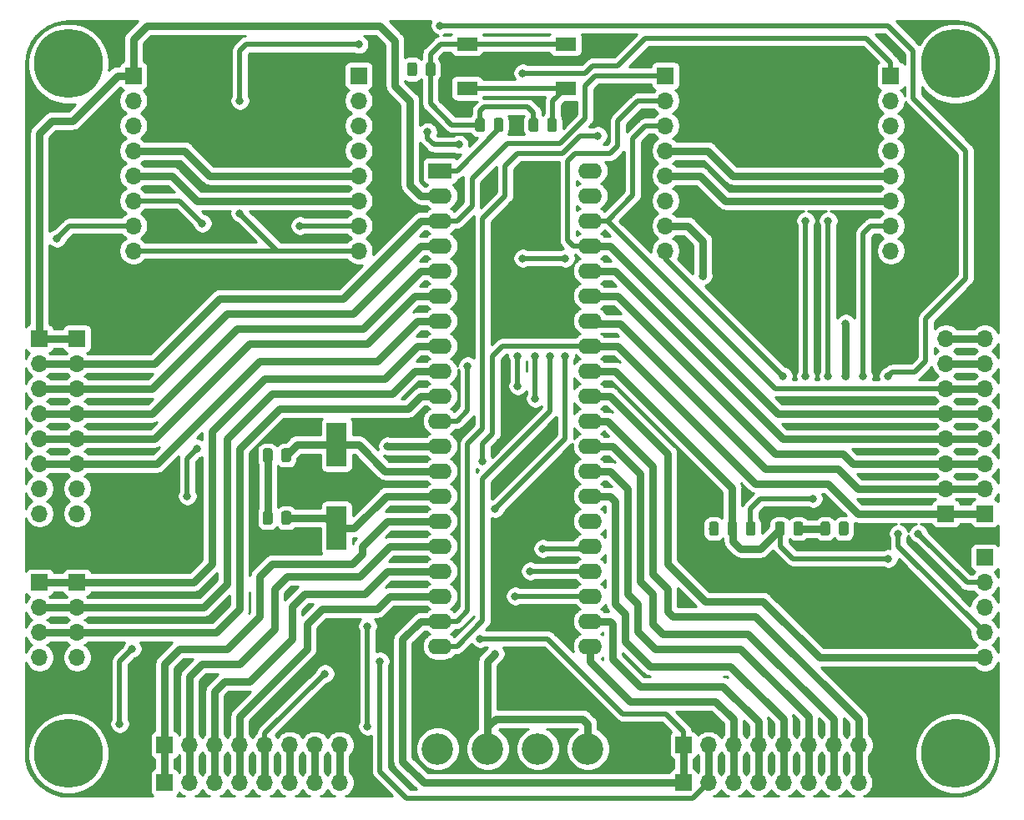
<source format=gbr>
G04 #@! TF.GenerationSoftware,KiCad,Pcbnew,(5.1.5)-3*
G04 #@! TF.CreationDate,2020-07-01T12:58:20+02:00*
G04 #@! TF.ProjectId,PIC18F45K22 Board,50494331-3846-4343-954b-323220426f61,rev?*
G04 #@! TF.SameCoordinates,Original*
G04 #@! TF.FileFunction,Copper,L1,Top*
G04 #@! TF.FilePolarity,Positive*
%FSLAX46Y46*%
G04 Gerber Fmt 4.6, Leading zero omitted, Abs format (unit mm)*
G04 Created by KiCad (PCBNEW (5.1.5)-3) date 2020-07-01 12:58:20*
%MOMM*%
%LPD*%
G04 APERTURE LIST*
%ADD10R,2.100000X1.400000*%
%ADD11C,7.000000*%
%ADD12R,2.400000X1.600000*%
%ADD13O,2.400000X1.600000*%
%ADD14C,0.100000*%
%ADD15R,2.000000X4.500000*%
%ADD16R,1.700000X1.700000*%
%ADD17O,1.700000X1.700000*%
%ADD18C,3.200000*%
%ADD19C,0.800000*%
%ADD20C,0.508000*%
%ADD21C,0.762000*%
%ADD22C,0.254000*%
G04 APERTURE END LIST*
D10*
X95444831Y-72984991D03*
X105444831Y-72984991D03*
X105444831Y-77484991D03*
X95444831Y-77484991D03*
D11*
X145000290Y-75000290D03*
X55000290Y-75000290D03*
X55000290Y-145000290D03*
X145000000Y-145000000D03*
D12*
X92710000Y-85852000D03*
D13*
X107950000Y-134112000D03*
X92710000Y-88392000D03*
X107950000Y-131572000D03*
X92710000Y-90932000D03*
X107950000Y-129032000D03*
X92710000Y-93472000D03*
X107950000Y-126492000D03*
X92710000Y-96012000D03*
X107950000Y-123952000D03*
X92710000Y-98552000D03*
X107950000Y-121412000D03*
X92710000Y-101092000D03*
X107950000Y-118872000D03*
X92710000Y-103632000D03*
X107950000Y-116332000D03*
X92710000Y-106172000D03*
X107950000Y-113792000D03*
X92710000Y-108712000D03*
X107950000Y-111252000D03*
X92710000Y-111252000D03*
X107950000Y-108712000D03*
X92710000Y-113792000D03*
X107950000Y-106172000D03*
X92710000Y-116332000D03*
X107950000Y-103632000D03*
X92710000Y-118872000D03*
X107950000Y-101092000D03*
X92710000Y-121412000D03*
X107950000Y-98552000D03*
X92710000Y-123952000D03*
X107950000Y-96012000D03*
X92710000Y-126492000D03*
X107950000Y-93472000D03*
X92710000Y-129032000D03*
X107950000Y-90932000D03*
X92710000Y-131572000D03*
X107950000Y-88392000D03*
X92710000Y-134112000D03*
X107950000Y-85852000D03*
G04 #@! TA.AperFunction,SMDPad,CuDef*
D14*
G36*
X77363472Y-114029164D02*
G01*
X77387133Y-114032674D01*
X77410337Y-114038486D01*
X77432859Y-114046544D01*
X77454483Y-114056772D01*
X77475000Y-114069069D01*
X77494213Y-114083319D01*
X77511937Y-114099383D01*
X77528001Y-114117107D01*
X77542251Y-114136320D01*
X77554548Y-114156837D01*
X77564776Y-114178461D01*
X77572834Y-114200983D01*
X77578646Y-114224187D01*
X77582156Y-114247848D01*
X77583330Y-114271740D01*
X77583330Y-115184240D01*
X77582156Y-115208132D01*
X77578646Y-115231793D01*
X77572834Y-115254997D01*
X77564776Y-115277519D01*
X77554548Y-115299143D01*
X77542251Y-115319660D01*
X77528001Y-115338873D01*
X77511937Y-115356597D01*
X77494213Y-115372661D01*
X77475000Y-115386911D01*
X77454483Y-115399208D01*
X77432859Y-115409436D01*
X77410337Y-115417494D01*
X77387133Y-115423306D01*
X77363472Y-115426816D01*
X77339580Y-115427990D01*
X76852080Y-115427990D01*
X76828188Y-115426816D01*
X76804527Y-115423306D01*
X76781323Y-115417494D01*
X76758801Y-115409436D01*
X76737177Y-115399208D01*
X76716660Y-115386911D01*
X76697447Y-115372661D01*
X76679723Y-115356597D01*
X76663659Y-115338873D01*
X76649409Y-115319660D01*
X76637112Y-115299143D01*
X76626884Y-115277519D01*
X76618826Y-115254997D01*
X76613014Y-115231793D01*
X76609504Y-115208132D01*
X76608330Y-115184240D01*
X76608330Y-114271740D01*
X76609504Y-114247848D01*
X76613014Y-114224187D01*
X76618826Y-114200983D01*
X76626884Y-114178461D01*
X76637112Y-114156837D01*
X76649409Y-114136320D01*
X76663659Y-114117107D01*
X76679723Y-114099383D01*
X76697447Y-114083319D01*
X76716660Y-114069069D01*
X76737177Y-114056772D01*
X76758801Y-114046544D01*
X76781323Y-114038486D01*
X76804527Y-114032674D01*
X76828188Y-114029164D01*
X76852080Y-114027990D01*
X77339580Y-114027990D01*
X77363472Y-114029164D01*
G37*
G04 #@! TD.AperFunction*
G04 #@! TA.AperFunction,SMDPad,CuDef*
G36*
X75488472Y-114029164D02*
G01*
X75512133Y-114032674D01*
X75535337Y-114038486D01*
X75557859Y-114046544D01*
X75579483Y-114056772D01*
X75600000Y-114069069D01*
X75619213Y-114083319D01*
X75636937Y-114099383D01*
X75653001Y-114117107D01*
X75667251Y-114136320D01*
X75679548Y-114156837D01*
X75689776Y-114178461D01*
X75697834Y-114200983D01*
X75703646Y-114224187D01*
X75707156Y-114247848D01*
X75708330Y-114271740D01*
X75708330Y-115184240D01*
X75707156Y-115208132D01*
X75703646Y-115231793D01*
X75697834Y-115254997D01*
X75689776Y-115277519D01*
X75679548Y-115299143D01*
X75667251Y-115319660D01*
X75653001Y-115338873D01*
X75636937Y-115356597D01*
X75619213Y-115372661D01*
X75600000Y-115386911D01*
X75579483Y-115399208D01*
X75557859Y-115409436D01*
X75535337Y-115417494D01*
X75512133Y-115423306D01*
X75488472Y-115426816D01*
X75464580Y-115427990D01*
X74977080Y-115427990D01*
X74953188Y-115426816D01*
X74929527Y-115423306D01*
X74906323Y-115417494D01*
X74883801Y-115409436D01*
X74862177Y-115399208D01*
X74841660Y-115386911D01*
X74822447Y-115372661D01*
X74804723Y-115356597D01*
X74788659Y-115338873D01*
X74774409Y-115319660D01*
X74762112Y-115299143D01*
X74751884Y-115277519D01*
X74743826Y-115254997D01*
X74738014Y-115231793D01*
X74734504Y-115208132D01*
X74733330Y-115184240D01*
X74733330Y-114271740D01*
X74734504Y-114247848D01*
X74738014Y-114224187D01*
X74743826Y-114200983D01*
X74751884Y-114178461D01*
X74762112Y-114156837D01*
X74774409Y-114136320D01*
X74788659Y-114117107D01*
X74804723Y-114099383D01*
X74822447Y-114083319D01*
X74841660Y-114069069D01*
X74862177Y-114056772D01*
X74883801Y-114046544D01*
X74906323Y-114038486D01*
X74929527Y-114032674D01*
X74953188Y-114029164D01*
X74977080Y-114027990D01*
X75464580Y-114027990D01*
X75488472Y-114029164D01*
G37*
G04 #@! TD.AperFunction*
G04 #@! TA.AperFunction,SMDPad,CuDef*
G36*
X75488472Y-120379164D02*
G01*
X75512133Y-120382674D01*
X75535337Y-120388486D01*
X75557859Y-120396544D01*
X75579483Y-120406772D01*
X75600000Y-120419069D01*
X75619213Y-120433319D01*
X75636937Y-120449383D01*
X75653001Y-120467107D01*
X75667251Y-120486320D01*
X75679548Y-120506837D01*
X75689776Y-120528461D01*
X75697834Y-120550983D01*
X75703646Y-120574187D01*
X75707156Y-120597848D01*
X75708330Y-120621740D01*
X75708330Y-121534240D01*
X75707156Y-121558132D01*
X75703646Y-121581793D01*
X75697834Y-121604997D01*
X75689776Y-121627519D01*
X75679548Y-121649143D01*
X75667251Y-121669660D01*
X75653001Y-121688873D01*
X75636937Y-121706597D01*
X75619213Y-121722661D01*
X75600000Y-121736911D01*
X75579483Y-121749208D01*
X75557859Y-121759436D01*
X75535337Y-121767494D01*
X75512133Y-121773306D01*
X75488472Y-121776816D01*
X75464580Y-121777990D01*
X74977080Y-121777990D01*
X74953188Y-121776816D01*
X74929527Y-121773306D01*
X74906323Y-121767494D01*
X74883801Y-121759436D01*
X74862177Y-121749208D01*
X74841660Y-121736911D01*
X74822447Y-121722661D01*
X74804723Y-121706597D01*
X74788659Y-121688873D01*
X74774409Y-121669660D01*
X74762112Y-121649143D01*
X74751884Y-121627519D01*
X74743826Y-121604997D01*
X74738014Y-121581793D01*
X74734504Y-121558132D01*
X74733330Y-121534240D01*
X74733330Y-120621740D01*
X74734504Y-120597848D01*
X74738014Y-120574187D01*
X74743826Y-120550983D01*
X74751884Y-120528461D01*
X74762112Y-120506837D01*
X74774409Y-120486320D01*
X74788659Y-120467107D01*
X74804723Y-120449383D01*
X74822447Y-120433319D01*
X74841660Y-120419069D01*
X74862177Y-120406772D01*
X74883801Y-120396544D01*
X74906323Y-120388486D01*
X74929527Y-120382674D01*
X74953188Y-120379164D01*
X74977080Y-120377990D01*
X75464580Y-120377990D01*
X75488472Y-120379164D01*
G37*
G04 #@! TD.AperFunction*
G04 #@! TA.AperFunction,SMDPad,CuDef*
G36*
X77363472Y-120379164D02*
G01*
X77387133Y-120382674D01*
X77410337Y-120388486D01*
X77432859Y-120396544D01*
X77454483Y-120406772D01*
X77475000Y-120419069D01*
X77494213Y-120433319D01*
X77511937Y-120449383D01*
X77528001Y-120467107D01*
X77542251Y-120486320D01*
X77554548Y-120506837D01*
X77564776Y-120528461D01*
X77572834Y-120550983D01*
X77578646Y-120574187D01*
X77582156Y-120597848D01*
X77583330Y-120621740D01*
X77583330Y-121534240D01*
X77582156Y-121558132D01*
X77578646Y-121581793D01*
X77572834Y-121604997D01*
X77564776Y-121627519D01*
X77554548Y-121649143D01*
X77542251Y-121669660D01*
X77528001Y-121688873D01*
X77511937Y-121706597D01*
X77494213Y-121722661D01*
X77475000Y-121736911D01*
X77454483Y-121749208D01*
X77432859Y-121759436D01*
X77410337Y-121767494D01*
X77387133Y-121773306D01*
X77363472Y-121776816D01*
X77339580Y-121777990D01*
X76852080Y-121777990D01*
X76828188Y-121776816D01*
X76804527Y-121773306D01*
X76781323Y-121767494D01*
X76758801Y-121759436D01*
X76737177Y-121749208D01*
X76716660Y-121736911D01*
X76697447Y-121722661D01*
X76679723Y-121706597D01*
X76663659Y-121688873D01*
X76649409Y-121669660D01*
X76637112Y-121649143D01*
X76626884Y-121627519D01*
X76618826Y-121604997D01*
X76613014Y-121581793D01*
X76609504Y-121558132D01*
X76608330Y-121534240D01*
X76608330Y-120621740D01*
X76609504Y-120597848D01*
X76613014Y-120574187D01*
X76618826Y-120550983D01*
X76626884Y-120528461D01*
X76637112Y-120506837D01*
X76649409Y-120486320D01*
X76663659Y-120467107D01*
X76679723Y-120449383D01*
X76697447Y-120433319D01*
X76716660Y-120419069D01*
X76737177Y-120406772D01*
X76758801Y-120396544D01*
X76781323Y-120388486D01*
X76804527Y-120382674D01*
X76828188Y-120379164D01*
X76852080Y-120377990D01*
X77339580Y-120377990D01*
X77363472Y-120379164D01*
G37*
G04 #@! TD.AperFunction*
G04 #@! TA.AperFunction,SMDPad,CuDef*
G36*
X102442472Y-80501164D02*
G01*
X102466133Y-80504674D01*
X102489337Y-80510486D01*
X102511859Y-80518544D01*
X102533483Y-80528772D01*
X102554000Y-80541069D01*
X102573213Y-80555319D01*
X102590937Y-80571383D01*
X102607001Y-80589107D01*
X102621251Y-80608320D01*
X102633548Y-80628837D01*
X102643776Y-80650461D01*
X102651834Y-80672983D01*
X102657646Y-80696187D01*
X102661156Y-80719848D01*
X102662330Y-80743740D01*
X102662330Y-81656240D01*
X102661156Y-81680132D01*
X102657646Y-81703793D01*
X102651834Y-81726997D01*
X102643776Y-81749519D01*
X102633548Y-81771143D01*
X102621251Y-81791660D01*
X102607001Y-81810873D01*
X102590937Y-81828597D01*
X102573213Y-81844661D01*
X102554000Y-81858911D01*
X102533483Y-81871208D01*
X102511859Y-81881436D01*
X102489337Y-81889494D01*
X102466133Y-81895306D01*
X102442472Y-81898816D01*
X102418580Y-81899990D01*
X101931080Y-81899990D01*
X101907188Y-81898816D01*
X101883527Y-81895306D01*
X101860323Y-81889494D01*
X101837801Y-81881436D01*
X101816177Y-81871208D01*
X101795660Y-81858911D01*
X101776447Y-81844661D01*
X101758723Y-81828597D01*
X101742659Y-81810873D01*
X101728409Y-81791660D01*
X101716112Y-81771143D01*
X101705884Y-81749519D01*
X101697826Y-81726997D01*
X101692014Y-81703793D01*
X101688504Y-81680132D01*
X101687330Y-81656240D01*
X101687330Y-80743740D01*
X101688504Y-80719848D01*
X101692014Y-80696187D01*
X101697826Y-80672983D01*
X101705884Y-80650461D01*
X101716112Y-80628837D01*
X101728409Y-80608320D01*
X101742659Y-80589107D01*
X101758723Y-80571383D01*
X101776447Y-80555319D01*
X101795660Y-80541069D01*
X101816177Y-80528772D01*
X101837801Y-80518544D01*
X101860323Y-80510486D01*
X101883527Y-80504674D01*
X101907188Y-80501164D01*
X101931080Y-80499990D01*
X102418580Y-80499990D01*
X102442472Y-80501164D01*
G37*
G04 #@! TD.AperFunction*
G04 #@! TA.AperFunction,SMDPad,CuDef*
G36*
X104317472Y-80501164D02*
G01*
X104341133Y-80504674D01*
X104364337Y-80510486D01*
X104386859Y-80518544D01*
X104408483Y-80528772D01*
X104429000Y-80541069D01*
X104448213Y-80555319D01*
X104465937Y-80571383D01*
X104482001Y-80589107D01*
X104496251Y-80608320D01*
X104508548Y-80628837D01*
X104518776Y-80650461D01*
X104526834Y-80672983D01*
X104532646Y-80696187D01*
X104536156Y-80719848D01*
X104537330Y-80743740D01*
X104537330Y-81656240D01*
X104536156Y-81680132D01*
X104532646Y-81703793D01*
X104526834Y-81726997D01*
X104518776Y-81749519D01*
X104508548Y-81771143D01*
X104496251Y-81791660D01*
X104482001Y-81810873D01*
X104465937Y-81828597D01*
X104448213Y-81844661D01*
X104429000Y-81858911D01*
X104408483Y-81871208D01*
X104386859Y-81881436D01*
X104364337Y-81889494D01*
X104341133Y-81895306D01*
X104317472Y-81898816D01*
X104293580Y-81899990D01*
X103806080Y-81899990D01*
X103782188Y-81898816D01*
X103758527Y-81895306D01*
X103735323Y-81889494D01*
X103712801Y-81881436D01*
X103691177Y-81871208D01*
X103670660Y-81858911D01*
X103651447Y-81844661D01*
X103633723Y-81828597D01*
X103617659Y-81810873D01*
X103603409Y-81791660D01*
X103591112Y-81771143D01*
X103580884Y-81749519D01*
X103572826Y-81726997D01*
X103567014Y-81703793D01*
X103563504Y-81680132D01*
X103562330Y-81656240D01*
X103562330Y-80743740D01*
X103563504Y-80719848D01*
X103567014Y-80696187D01*
X103572826Y-80672983D01*
X103580884Y-80650461D01*
X103591112Y-80628837D01*
X103603409Y-80608320D01*
X103617659Y-80589107D01*
X103633723Y-80571383D01*
X103651447Y-80555319D01*
X103670660Y-80541069D01*
X103691177Y-80528772D01*
X103712801Y-80518544D01*
X103735323Y-80510486D01*
X103758527Y-80504674D01*
X103782188Y-80501164D01*
X103806080Y-80499990D01*
X104293580Y-80499990D01*
X104317472Y-80501164D01*
G37*
G04 #@! TD.AperFunction*
G04 #@! TA.AperFunction,SMDPad,CuDef*
G36*
X124484042Y-121475174D02*
G01*
X124507703Y-121478684D01*
X124530907Y-121484496D01*
X124553429Y-121492554D01*
X124575053Y-121502782D01*
X124595570Y-121515079D01*
X124614783Y-121529329D01*
X124632507Y-121545393D01*
X124648571Y-121563117D01*
X124662821Y-121582330D01*
X124675118Y-121602847D01*
X124685346Y-121624471D01*
X124693404Y-121646993D01*
X124699216Y-121670197D01*
X124702726Y-121693858D01*
X124703900Y-121717750D01*
X124703900Y-122630250D01*
X124702726Y-122654142D01*
X124699216Y-122677803D01*
X124693404Y-122701007D01*
X124685346Y-122723529D01*
X124675118Y-122745153D01*
X124662821Y-122765670D01*
X124648571Y-122784883D01*
X124632507Y-122802607D01*
X124614783Y-122818671D01*
X124595570Y-122832921D01*
X124575053Y-122845218D01*
X124553429Y-122855446D01*
X124530907Y-122863504D01*
X124507703Y-122869316D01*
X124484042Y-122872826D01*
X124460150Y-122874000D01*
X123972650Y-122874000D01*
X123948758Y-122872826D01*
X123925097Y-122869316D01*
X123901893Y-122863504D01*
X123879371Y-122855446D01*
X123857747Y-122845218D01*
X123837230Y-122832921D01*
X123818017Y-122818671D01*
X123800293Y-122802607D01*
X123784229Y-122784883D01*
X123769979Y-122765670D01*
X123757682Y-122745153D01*
X123747454Y-122723529D01*
X123739396Y-122701007D01*
X123733584Y-122677803D01*
X123730074Y-122654142D01*
X123728900Y-122630250D01*
X123728900Y-121717750D01*
X123730074Y-121693858D01*
X123733584Y-121670197D01*
X123739396Y-121646993D01*
X123747454Y-121624471D01*
X123757682Y-121602847D01*
X123769979Y-121582330D01*
X123784229Y-121563117D01*
X123800293Y-121545393D01*
X123818017Y-121529329D01*
X123837230Y-121515079D01*
X123857747Y-121502782D01*
X123879371Y-121492554D01*
X123901893Y-121484496D01*
X123925097Y-121478684D01*
X123948758Y-121475174D01*
X123972650Y-121474000D01*
X124460150Y-121474000D01*
X124484042Y-121475174D01*
G37*
G04 #@! TD.AperFunction*
G04 #@! TA.AperFunction,SMDPad,CuDef*
G36*
X120742142Y-121475174D02*
G01*
X120765803Y-121478684D01*
X120789007Y-121484496D01*
X120811529Y-121492554D01*
X120833153Y-121502782D01*
X120853670Y-121515079D01*
X120872883Y-121529329D01*
X120890607Y-121545393D01*
X120906671Y-121563117D01*
X120920921Y-121582330D01*
X120933218Y-121602847D01*
X120943446Y-121624471D01*
X120951504Y-121646993D01*
X120957316Y-121670197D01*
X120960826Y-121693858D01*
X120962000Y-121717750D01*
X120962000Y-122630250D01*
X120960826Y-122654142D01*
X120957316Y-122677803D01*
X120951504Y-122701007D01*
X120943446Y-122723529D01*
X120933218Y-122745153D01*
X120920921Y-122765670D01*
X120906671Y-122784883D01*
X120890607Y-122802607D01*
X120872883Y-122818671D01*
X120853670Y-122832921D01*
X120833153Y-122845218D01*
X120811529Y-122855446D01*
X120789007Y-122863504D01*
X120765803Y-122869316D01*
X120742142Y-122872826D01*
X120718250Y-122874000D01*
X120230750Y-122874000D01*
X120206858Y-122872826D01*
X120183197Y-122869316D01*
X120159993Y-122863504D01*
X120137471Y-122855446D01*
X120115847Y-122845218D01*
X120095330Y-122832921D01*
X120076117Y-122818671D01*
X120058393Y-122802607D01*
X120042329Y-122784883D01*
X120028079Y-122765670D01*
X120015782Y-122745153D01*
X120005554Y-122723529D01*
X119997496Y-122701007D01*
X119991684Y-122677803D01*
X119988174Y-122654142D01*
X119987000Y-122630250D01*
X119987000Y-121717750D01*
X119988174Y-121693858D01*
X119991684Y-121670197D01*
X119997496Y-121646993D01*
X120005554Y-121624471D01*
X120015782Y-121602847D01*
X120028079Y-121582330D01*
X120042329Y-121563117D01*
X120058393Y-121545393D01*
X120076117Y-121529329D01*
X120095330Y-121515079D01*
X120115847Y-121502782D01*
X120137471Y-121492554D01*
X120159993Y-121484496D01*
X120183197Y-121478684D01*
X120206858Y-121475174D01*
X120230750Y-121474000D01*
X120718250Y-121474000D01*
X120742142Y-121475174D01*
G37*
G04 #@! TD.AperFunction*
G04 #@! TA.AperFunction,SMDPad,CuDef*
G36*
X122617142Y-121475174D02*
G01*
X122640803Y-121478684D01*
X122664007Y-121484496D01*
X122686529Y-121492554D01*
X122708153Y-121502782D01*
X122728670Y-121515079D01*
X122747883Y-121529329D01*
X122765607Y-121545393D01*
X122781671Y-121563117D01*
X122795921Y-121582330D01*
X122808218Y-121602847D01*
X122818446Y-121624471D01*
X122826504Y-121646993D01*
X122832316Y-121670197D01*
X122835826Y-121693858D01*
X122837000Y-121717750D01*
X122837000Y-122630250D01*
X122835826Y-122654142D01*
X122832316Y-122677803D01*
X122826504Y-122701007D01*
X122818446Y-122723529D01*
X122808218Y-122745153D01*
X122795921Y-122765670D01*
X122781671Y-122784883D01*
X122765607Y-122802607D01*
X122747883Y-122818671D01*
X122728670Y-122832921D01*
X122708153Y-122845218D01*
X122686529Y-122855446D01*
X122664007Y-122863504D01*
X122640803Y-122869316D01*
X122617142Y-122872826D01*
X122593250Y-122874000D01*
X122105750Y-122874000D01*
X122081858Y-122872826D01*
X122058197Y-122869316D01*
X122034993Y-122863504D01*
X122012471Y-122855446D01*
X121990847Y-122845218D01*
X121970330Y-122832921D01*
X121951117Y-122818671D01*
X121933393Y-122802607D01*
X121917329Y-122784883D01*
X121903079Y-122765670D01*
X121890782Y-122745153D01*
X121880554Y-122723529D01*
X121872496Y-122701007D01*
X121866684Y-122677803D01*
X121863174Y-122654142D01*
X121862000Y-122630250D01*
X121862000Y-121717750D01*
X121863174Y-121693858D01*
X121866684Y-121670197D01*
X121872496Y-121646993D01*
X121880554Y-121624471D01*
X121890782Y-121602847D01*
X121903079Y-121582330D01*
X121917329Y-121563117D01*
X121933393Y-121545393D01*
X121951117Y-121529329D01*
X121970330Y-121515079D01*
X121990847Y-121502782D01*
X122012471Y-121492554D01*
X122034993Y-121484496D01*
X122058197Y-121478684D01*
X122081858Y-121475174D01*
X122105750Y-121474000D01*
X122593250Y-121474000D01*
X122617142Y-121475174D01*
G37*
G04 #@! TD.AperFunction*
G04 #@! TA.AperFunction,SMDPad,CuDef*
G36*
X90135142Y-74866174D02*
G01*
X90158803Y-74869684D01*
X90182007Y-74875496D01*
X90204529Y-74883554D01*
X90226153Y-74893782D01*
X90246670Y-74906079D01*
X90265883Y-74920329D01*
X90283607Y-74936393D01*
X90299671Y-74954117D01*
X90313921Y-74973330D01*
X90326218Y-74993847D01*
X90336446Y-75015471D01*
X90344504Y-75037993D01*
X90350316Y-75061197D01*
X90353826Y-75084858D01*
X90355000Y-75108750D01*
X90355000Y-76021250D01*
X90353826Y-76045142D01*
X90350316Y-76068803D01*
X90344504Y-76092007D01*
X90336446Y-76114529D01*
X90326218Y-76136153D01*
X90313921Y-76156670D01*
X90299671Y-76175883D01*
X90283607Y-76193607D01*
X90265883Y-76209671D01*
X90246670Y-76223921D01*
X90226153Y-76236218D01*
X90204529Y-76246446D01*
X90182007Y-76254504D01*
X90158803Y-76260316D01*
X90135142Y-76263826D01*
X90111250Y-76265000D01*
X89623750Y-76265000D01*
X89599858Y-76263826D01*
X89576197Y-76260316D01*
X89552993Y-76254504D01*
X89530471Y-76246446D01*
X89508847Y-76236218D01*
X89488330Y-76223921D01*
X89469117Y-76209671D01*
X89451393Y-76193607D01*
X89435329Y-76175883D01*
X89421079Y-76156670D01*
X89408782Y-76136153D01*
X89398554Y-76114529D01*
X89390496Y-76092007D01*
X89384684Y-76068803D01*
X89381174Y-76045142D01*
X89380000Y-76021250D01*
X89380000Y-75108750D01*
X89381174Y-75084858D01*
X89384684Y-75061197D01*
X89390496Y-75037993D01*
X89398554Y-75015471D01*
X89408782Y-74993847D01*
X89421079Y-74973330D01*
X89435329Y-74954117D01*
X89451393Y-74936393D01*
X89469117Y-74920329D01*
X89488330Y-74906079D01*
X89508847Y-74893782D01*
X89530471Y-74883554D01*
X89552993Y-74875496D01*
X89576197Y-74869684D01*
X89599858Y-74866174D01*
X89623750Y-74865000D01*
X90111250Y-74865000D01*
X90135142Y-74866174D01*
G37*
G04 #@! TD.AperFunction*
G04 #@! TA.AperFunction,SMDPad,CuDef*
G36*
X92010142Y-74866174D02*
G01*
X92033803Y-74869684D01*
X92057007Y-74875496D01*
X92079529Y-74883554D01*
X92101153Y-74893782D01*
X92121670Y-74906079D01*
X92140883Y-74920329D01*
X92158607Y-74936393D01*
X92174671Y-74954117D01*
X92188921Y-74973330D01*
X92201218Y-74993847D01*
X92211446Y-75015471D01*
X92219504Y-75037993D01*
X92225316Y-75061197D01*
X92228826Y-75084858D01*
X92230000Y-75108750D01*
X92230000Y-76021250D01*
X92228826Y-76045142D01*
X92225316Y-76068803D01*
X92219504Y-76092007D01*
X92211446Y-76114529D01*
X92201218Y-76136153D01*
X92188921Y-76156670D01*
X92174671Y-76175883D01*
X92158607Y-76193607D01*
X92140883Y-76209671D01*
X92121670Y-76223921D01*
X92101153Y-76236218D01*
X92079529Y-76246446D01*
X92057007Y-76254504D01*
X92033803Y-76260316D01*
X92010142Y-76263826D01*
X91986250Y-76265000D01*
X91498750Y-76265000D01*
X91474858Y-76263826D01*
X91451197Y-76260316D01*
X91427993Y-76254504D01*
X91405471Y-76246446D01*
X91383847Y-76236218D01*
X91363330Y-76223921D01*
X91344117Y-76209671D01*
X91326393Y-76193607D01*
X91310329Y-76175883D01*
X91296079Y-76156670D01*
X91283782Y-76136153D01*
X91273554Y-76114529D01*
X91265496Y-76092007D01*
X91259684Y-76068803D01*
X91256174Y-76045142D01*
X91255000Y-76021250D01*
X91255000Y-75108750D01*
X91256174Y-75084858D01*
X91259684Y-75061197D01*
X91265496Y-75037993D01*
X91273554Y-75015471D01*
X91283782Y-74993847D01*
X91296079Y-74973330D01*
X91310329Y-74954117D01*
X91326393Y-74936393D01*
X91344117Y-74920329D01*
X91363330Y-74906079D01*
X91383847Y-74893782D01*
X91405471Y-74883554D01*
X91427993Y-74875496D01*
X91451197Y-74869684D01*
X91474858Y-74866174D01*
X91498750Y-74865000D01*
X91986250Y-74865000D01*
X92010142Y-74866174D01*
G37*
G04 #@! TD.AperFunction*
G04 #@! TA.AperFunction,SMDPad,CuDef*
G36*
X98904972Y-80501164D02*
G01*
X98928633Y-80504674D01*
X98951837Y-80510486D01*
X98974359Y-80518544D01*
X98995983Y-80528772D01*
X99016500Y-80541069D01*
X99035713Y-80555319D01*
X99053437Y-80571383D01*
X99069501Y-80589107D01*
X99083751Y-80608320D01*
X99096048Y-80628837D01*
X99106276Y-80650461D01*
X99114334Y-80672983D01*
X99120146Y-80696187D01*
X99123656Y-80719848D01*
X99124830Y-80743740D01*
X99124830Y-81656240D01*
X99123656Y-81680132D01*
X99120146Y-81703793D01*
X99114334Y-81726997D01*
X99106276Y-81749519D01*
X99096048Y-81771143D01*
X99083751Y-81791660D01*
X99069501Y-81810873D01*
X99053437Y-81828597D01*
X99035713Y-81844661D01*
X99016500Y-81858911D01*
X98995983Y-81871208D01*
X98974359Y-81881436D01*
X98951837Y-81889494D01*
X98928633Y-81895306D01*
X98904972Y-81898816D01*
X98881080Y-81899990D01*
X98393580Y-81899990D01*
X98369688Y-81898816D01*
X98346027Y-81895306D01*
X98322823Y-81889494D01*
X98300301Y-81881436D01*
X98278677Y-81871208D01*
X98258160Y-81858911D01*
X98238947Y-81844661D01*
X98221223Y-81828597D01*
X98205159Y-81810873D01*
X98190909Y-81791660D01*
X98178612Y-81771143D01*
X98168384Y-81749519D01*
X98160326Y-81726997D01*
X98154514Y-81703793D01*
X98151004Y-81680132D01*
X98149830Y-81656240D01*
X98149830Y-80743740D01*
X98151004Y-80719848D01*
X98154514Y-80696187D01*
X98160326Y-80672983D01*
X98168384Y-80650461D01*
X98178612Y-80628837D01*
X98190909Y-80608320D01*
X98205159Y-80589107D01*
X98221223Y-80571383D01*
X98238947Y-80555319D01*
X98258160Y-80541069D01*
X98278677Y-80528772D01*
X98300301Y-80518544D01*
X98322823Y-80510486D01*
X98346027Y-80504674D01*
X98369688Y-80501164D01*
X98393580Y-80499990D01*
X98881080Y-80499990D01*
X98904972Y-80501164D01*
G37*
G04 #@! TD.AperFunction*
G04 #@! TA.AperFunction,SMDPad,CuDef*
G36*
X97029972Y-80501164D02*
G01*
X97053633Y-80504674D01*
X97076837Y-80510486D01*
X97099359Y-80518544D01*
X97120983Y-80528772D01*
X97141500Y-80541069D01*
X97160713Y-80555319D01*
X97178437Y-80571383D01*
X97194501Y-80589107D01*
X97208751Y-80608320D01*
X97221048Y-80628837D01*
X97231276Y-80650461D01*
X97239334Y-80672983D01*
X97245146Y-80696187D01*
X97248656Y-80719848D01*
X97249830Y-80743740D01*
X97249830Y-81656240D01*
X97248656Y-81680132D01*
X97245146Y-81703793D01*
X97239334Y-81726997D01*
X97231276Y-81749519D01*
X97221048Y-81771143D01*
X97208751Y-81791660D01*
X97194501Y-81810873D01*
X97178437Y-81828597D01*
X97160713Y-81844661D01*
X97141500Y-81858911D01*
X97120983Y-81871208D01*
X97099359Y-81881436D01*
X97076837Y-81889494D01*
X97053633Y-81895306D01*
X97029972Y-81898816D01*
X97006080Y-81899990D01*
X96518580Y-81899990D01*
X96494688Y-81898816D01*
X96471027Y-81895306D01*
X96447823Y-81889494D01*
X96425301Y-81881436D01*
X96403677Y-81871208D01*
X96383160Y-81858911D01*
X96363947Y-81844661D01*
X96346223Y-81828597D01*
X96330159Y-81810873D01*
X96315909Y-81791660D01*
X96303612Y-81771143D01*
X96293384Y-81749519D01*
X96285326Y-81726997D01*
X96279514Y-81703793D01*
X96276004Y-81680132D01*
X96274830Y-81656240D01*
X96274830Y-80743740D01*
X96276004Y-80719848D01*
X96279514Y-80696187D01*
X96285326Y-80672983D01*
X96293384Y-80650461D01*
X96303612Y-80628837D01*
X96315909Y-80608320D01*
X96330159Y-80589107D01*
X96346223Y-80571383D01*
X96363947Y-80555319D01*
X96383160Y-80541069D01*
X96403677Y-80528772D01*
X96425301Y-80518544D01*
X96447823Y-80510486D01*
X96471027Y-80504674D01*
X96494688Y-80501164D01*
X96518580Y-80499990D01*
X97006080Y-80499990D01*
X97029972Y-80501164D01*
G37*
G04 #@! TD.AperFunction*
D15*
X82205830Y-113652990D03*
X82205830Y-122152990D03*
D16*
X147955000Y-125095000D03*
D17*
X147955000Y-127635000D03*
X147955000Y-130175000D03*
X147955000Y-132715000D03*
X147955000Y-135255000D03*
D16*
X52070000Y-102870000D03*
D17*
X52070000Y-105410000D03*
X52070000Y-107950000D03*
X52070000Y-110490000D03*
X52070000Y-113030000D03*
X52070000Y-115570000D03*
X52070000Y-118110000D03*
X52070000Y-120650000D03*
X55880000Y-120650000D03*
X55880000Y-118110000D03*
X55880000Y-115570000D03*
X55880000Y-113030000D03*
X55880000Y-110490000D03*
X55880000Y-107950000D03*
X55880000Y-105410000D03*
D16*
X55880000Y-102870000D03*
X64770000Y-147955000D03*
D17*
X67310000Y-147955000D03*
X69850000Y-147955000D03*
X72390000Y-147955000D03*
X74930000Y-147955000D03*
X77470000Y-147955000D03*
X80010000Y-147955000D03*
X82550000Y-147955000D03*
X82550000Y-144145000D03*
X80010000Y-144145000D03*
X77470000Y-144145000D03*
X74930000Y-144145000D03*
X72390000Y-144145000D03*
X69850000Y-144145000D03*
X67310000Y-144145000D03*
D16*
X64770000Y-144145000D03*
D17*
X84455000Y-81280000D03*
X84455000Y-93980000D03*
D16*
X84455000Y-76200000D03*
D17*
X84455000Y-91440000D03*
X84455000Y-88900000D03*
X84455000Y-86360000D03*
X84455000Y-78740000D03*
X84455000Y-83820000D03*
X61595000Y-81280000D03*
X61595000Y-93980000D03*
D16*
X61595000Y-76200000D03*
D17*
X61595000Y-91440000D03*
X61595000Y-88900000D03*
X61595000Y-86360000D03*
X61595000Y-78740000D03*
X61595000Y-83820000D03*
X115570000Y-83820000D03*
X115570000Y-78740000D03*
X115570000Y-86360000D03*
X115570000Y-88900000D03*
X115570000Y-91440000D03*
D16*
X115570000Y-76200000D03*
D17*
X115570000Y-93980000D03*
X115570000Y-81280000D03*
X138430000Y-83820000D03*
X138430000Y-78740000D03*
X138430000Y-86360000D03*
X138430000Y-88900000D03*
X138430000Y-91440000D03*
D16*
X138430000Y-76200000D03*
D17*
X138430000Y-93980000D03*
X138430000Y-81280000D03*
X147955000Y-102870000D03*
X147955000Y-105410000D03*
X147955000Y-107950000D03*
X147955000Y-110490000D03*
X147955000Y-113030000D03*
X147955000Y-115570000D03*
X147955000Y-118110000D03*
D16*
X147955000Y-120650000D03*
X144019999Y-120650000D03*
D17*
X144019999Y-118110000D03*
X144019999Y-115570000D03*
X144019999Y-113030000D03*
X144019999Y-110490000D03*
X144019999Y-107950000D03*
X144019999Y-105410000D03*
X144019999Y-102870000D03*
X135175001Y-147955000D03*
X132635001Y-147955000D03*
X130095001Y-147955000D03*
X127555001Y-147955000D03*
X125015001Y-147955000D03*
X122475001Y-147955000D03*
X119935001Y-147955000D03*
D16*
X117395001Y-147955000D03*
X117411500Y-144145000D03*
D17*
X119951500Y-144145000D03*
X122491500Y-144145000D03*
X125031500Y-144145000D03*
X127571500Y-144145000D03*
X130111500Y-144145000D03*
X132651500Y-144145000D03*
X135191500Y-144145000D03*
G04 #@! TA.AperFunction,SMDPad,CuDef*
D14*
G36*
X129315143Y-121479175D02*
G01*
X129338804Y-121482685D01*
X129362008Y-121488497D01*
X129384530Y-121496555D01*
X129406154Y-121506783D01*
X129426671Y-121519080D01*
X129445884Y-121533330D01*
X129463608Y-121549394D01*
X129479672Y-121567118D01*
X129493922Y-121586331D01*
X129506219Y-121606848D01*
X129516447Y-121628472D01*
X129524505Y-121650994D01*
X129530317Y-121674198D01*
X129533827Y-121697859D01*
X129535001Y-121721751D01*
X129535001Y-122634251D01*
X129533827Y-122658143D01*
X129530317Y-122681804D01*
X129524505Y-122705008D01*
X129516447Y-122727530D01*
X129506219Y-122749154D01*
X129493922Y-122769671D01*
X129479672Y-122788884D01*
X129463608Y-122806608D01*
X129445884Y-122822672D01*
X129426671Y-122836922D01*
X129406154Y-122849219D01*
X129384530Y-122859447D01*
X129362008Y-122867505D01*
X129338804Y-122873317D01*
X129315143Y-122876827D01*
X129291251Y-122878001D01*
X128803751Y-122878001D01*
X128779859Y-122876827D01*
X128756198Y-122873317D01*
X128732994Y-122867505D01*
X128710472Y-122859447D01*
X128688848Y-122849219D01*
X128668331Y-122836922D01*
X128649118Y-122822672D01*
X128631394Y-122806608D01*
X128615330Y-122788884D01*
X128601080Y-122769671D01*
X128588783Y-122749154D01*
X128578555Y-122727530D01*
X128570497Y-122705008D01*
X128564685Y-122681804D01*
X128561175Y-122658143D01*
X128560001Y-122634251D01*
X128560001Y-121721751D01*
X128561175Y-121697859D01*
X128564685Y-121674198D01*
X128570497Y-121650994D01*
X128578555Y-121628472D01*
X128588783Y-121606848D01*
X128601080Y-121586331D01*
X128615330Y-121567118D01*
X128631394Y-121549394D01*
X128649118Y-121533330D01*
X128668331Y-121519080D01*
X128688848Y-121506783D01*
X128710472Y-121496555D01*
X128732994Y-121488497D01*
X128756198Y-121482685D01*
X128779859Y-121479175D01*
X128803751Y-121478001D01*
X129291251Y-121478001D01*
X129315143Y-121479175D01*
G37*
G04 #@! TD.AperFunction*
G04 #@! TA.AperFunction,SMDPad,CuDef*
G36*
X127440143Y-121479175D02*
G01*
X127463804Y-121482685D01*
X127487008Y-121488497D01*
X127509530Y-121496555D01*
X127531154Y-121506783D01*
X127551671Y-121519080D01*
X127570884Y-121533330D01*
X127588608Y-121549394D01*
X127604672Y-121567118D01*
X127618922Y-121586331D01*
X127631219Y-121606848D01*
X127641447Y-121628472D01*
X127649505Y-121650994D01*
X127655317Y-121674198D01*
X127658827Y-121697859D01*
X127660001Y-121721751D01*
X127660001Y-122634251D01*
X127658827Y-122658143D01*
X127655317Y-122681804D01*
X127649505Y-122705008D01*
X127641447Y-122727530D01*
X127631219Y-122749154D01*
X127618922Y-122769671D01*
X127604672Y-122788884D01*
X127588608Y-122806608D01*
X127570884Y-122822672D01*
X127551671Y-122836922D01*
X127531154Y-122849219D01*
X127509530Y-122859447D01*
X127487008Y-122867505D01*
X127463804Y-122873317D01*
X127440143Y-122876827D01*
X127416251Y-122878001D01*
X126928751Y-122878001D01*
X126904859Y-122876827D01*
X126881198Y-122873317D01*
X126857994Y-122867505D01*
X126835472Y-122859447D01*
X126813848Y-122849219D01*
X126793331Y-122836922D01*
X126774118Y-122822672D01*
X126756394Y-122806608D01*
X126740330Y-122788884D01*
X126726080Y-122769671D01*
X126713783Y-122749154D01*
X126703555Y-122727530D01*
X126695497Y-122705008D01*
X126689685Y-122681804D01*
X126686175Y-122658143D01*
X126685001Y-122634251D01*
X126685001Y-121721751D01*
X126686175Y-121697859D01*
X126689685Y-121674198D01*
X126695497Y-121650994D01*
X126703555Y-121628472D01*
X126713783Y-121606848D01*
X126726080Y-121586331D01*
X126740330Y-121567118D01*
X126756394Y-121549394D01*
X126774118Y-121533330D01*
X126793331Y-121519080D01*
X126813848Y-121506783D01*
X126835472Y-121496555D01*
X126857994Y-121488497D01*
X126881198Y-121482685D01*
X126904859Y-121479175D01*
X126928751Y-121478001D01*
X127416251Y-121478001D01*
X127440143Y-121479175D01*
G37*
G04 #@! TD.AperFunction*
G04 #@! TA.AperFunction,SMDPad,CuDef*
G36*
X132045142Y-121475174D02*
G01*
X132068803Y-121478684D01*
X132092007Y-121484496D01*
X132114529Y-121492554D01*
X132136153Y-121502782D01*
X132156670Y-121515079D01*
X132175883Y-121529329D01*
X132193607Y-121545393D01*
X132209671Y-121563117D01*
X132223921Y-121582330D01*
X132236218Y-121602847D01*
X132246446Y-121624471D01*
X132254504Y-121646993D01*
X132260316Y-121670197D01*
X132263826Y-121693858D01*
X132265000Y-121717750D01*
X132265000Y-122630250D01*
X132263826Y-122654142D01*
X132260316Y-122677803D01*
X132254504Y-122701007D01*
X132246446Y-122723529D01*
X132236218Y-122745153D01*
X132223921Y-122765670D01*
X132209671Y-122784883D01*
X132193607Y-122802607D01*
X132175883Y-122818671D01*
X132156670Y-122832921D01*
X132136153Y-122845218D01*
X132114529Y-122855446D01*
X132092007Y-122863504D01*
X132068803Y-122869316D01*
X132045142Y-122872826D01*
X132021250Y-122874000D01*
X131533750Y-122874000D01*
X131509858Y-122872826D01*
X131486197Y-122869316D01*
X131462993Y-122863504D01*
X131440471Y-122855446D01*
X131418847Y-122845218D01*
X131398330Y-122832921D01*
X131379117Y-122818671D01*
X131361393Y-122802607D01*
X131345329Y-122784883D01*
X131331079Y-122765670D01*
X131318782Y-122745153D01*
X131308554Y-122723529D01*
X131300496Y-122701007D01*
X131294684Y-122677803D01*
X131291174Y-122654142D01*
X131290000Y-122630250D01*
X131290000Y-121717750D01*
X131291174Y-121693858D01*
X131294684Y-121670197D01*
X131300496Y-121646993D01*
X131308554Y-121624471D01*
X131318782Y-121602847D01*
X131331079Y-121582330D01*
X131345329Y-121563117D01*
X131361393Y-121545393D01*
X131379117Y-121529329D01*
X131398330Y-121515079D01*
X131418847Y-121502782D01*
X131440471Y-121492554D01*
X131462993Y-121484496D01*
X131486197Y-121478684D01*
X131509858Y-121475174D01*
X131533750Y-121474000D01*
X132021250Y-121474000D01*
X132045142Y-121475174D01*
G37*
G04 #@! TD.AperFunction*
G04 #@! TA.AperFunction,SMDPad,CuDef*
G36*
X133920142Y-121475174D02*
G01*
X133943803Y-121478684D01*
X133967007Y-121484496D01*
X133989529Y-121492554D01*
X134011153Y-121502782D01*
X134031670Y-121515079D01*
X134050883Y-121529329D01*
X134068607Y-121545393D01*
X134084671Y-121563117D01*
X134098921Y-121582330D01*
X134111218Y-121602847D01*
X134121446Y-121624471D01*
X134129504Y-121646993D01*
X134135316Y-121670197D01*
X134138826Y-121693858D01*
X134140000Y-121717750D01*
X134140000Y-122630250D01*
X134138826Y-122654142D01*
X134135316Y-122677803D01*
X134129504Y-122701007D01*
X134121446Y-122723529D01*
X134111218Y-122745153D01*
X134098921Y-122765670D01*
X134084671Y-122784883D01*
X134068607Y-122802607D01*
X134050883Y-122818671D01*
X134031670Y-122832921D01*
X134011153Y-122845218D01*
X133989529Y-122855446D01*
X133967007Y-122863504D01*
X133943803Y-122869316D01*
X133920142Y-122872826D01*
X133896250Y-122874000D01*
X133408750Y-122874000D01*
X133384858Y-122872826D01*
X133361197Y-122869316D01*
X133337993Y-122863504D01*
X133315471Y-122855446D01*
X133293847Y-122845218D01*
X133273330Y-122832921D01*
X133254117Y-122818671D01*
X133236393Y-122802607D01*
X133220329Y-122784883D01*
X133206079Y-122765670D01*
X133193782Y-122745153D01*
X133183554Y-122723529D01*
X133175496Y-122701007D01*
X133169684Y-122677803D01*
X133166174Y-122654142D01*
X133165000Y-122630250D01*
X133165000Y-121717750D01*
X133166174Y-121693858D01*
X133169684Y-121670197D01*
X133175496Y-121646993D01*
X133183554Y-121624471D01*
X133193782Y-121602847D01*
X133206079Y-121582330D01*
X133220329Y-121563117D01*
X133236393Y-121545393D01*
X133254117Y-121529329D01*
X133273330Y-121515079D01*
X133293847Y-121502782D01*
X133315471Y-121492554D01*
X133337993Y-121484496D01*
X133361197Y-121478684D01*
X133384858Y-121475174D01*
X133408750Y-121474000D01*
X133896250Y-121474000D01*
X133920142Y-121475174D01*
G37*
G04 #@! TD.AperFunction*
D18*
X97536000Y-144526000D03*
X92456000Y-144526000D03*
X102616000Y-144526000D03*
X107696000Y-144526000D03*
D16*
X52070000Y-127635000D03*
D17*
X52070000Y-130175000D03*
X52070000Y-132715000D03*
X52070000Y-135255000D03*
X55880000Y-135255000D03*
X55880000Y-132715000D03*
X55880000Y-130175000D03*
D16*
X55880000Y-127635000D03*
D19*
X133604000Y-122174000D03*
X104140000Y-81280000D03*
X105395009Y-77484991D03*
X95444831Y-77484991D03*
X75220830Y-114727990D03*
X75220830Y-121077990D03*
X72390000Y-90170000D03*
X72390000Y-78740000D03*
X84455000Y-73025000D03*
X91440000Y-81915000D03*
X94615000Y-83185000D03*
X127508000Y-106680000D03*
X87376000Y-113792000D03*
X98298000Y-134874000D03*
X100584000Y-107696000D03*
X100584000Y-104648000D03*
X127254000Y-122174000D03*
X122428000Y-122174000D03*
X89916000Y-75692000D03*
X138176000Y-125222000D03*
X95504000Y-105664000D03*
X98298000Y-120142000D03*
X105410000Y-104648000D03*
X105410000Y-94742000D03*
X101092000Y-94742000D03*
X101092000Y-75946000D03*
X60198000Y-141986000D03*
X61468000Y-134366000D03*
X81026000Y-136906000D03*
X100330000Y-129032000D03*
X101854000Y-126492000D03*
X68580000Y-91186000D03*
X103124000Y-124206000D03*
X141224000Y-122682000D03*
X97028000Y-115316000D03*
X129794000Y-106680000D03*
X129794000Y-90932000D03*
X132080000Y-106680000D03*
X132080000Y-90932000D03*
X102362000Y-108966000D03*
X102362000Y-104648000D03*
X103886000Y-104648000D03*
X86614000Y-135636000D03*
X108712000Y-82296000D03*
X96774000Y-133350000D03*
X124216400Y-122174000D03*
X130556000Y-119126000D03*
X135636000Y-106680000D03*
X85344000Y-142240000D03*
X85344000Y-132080000D03*
X67056000Y-118872000D03*
X68072000Y-114046000D03*
X78486000Y-91440000D03*
X120396000Y-122174000D03*
X133858000Y-106680000D03*
X133858000Y-101346000D03*
X119380000Y-96520000D03*
X53848000Y-92710000D03*
X139192000Y-122682000D03*
X138176000Y-106680000D03*
X92710000Y-71120000D03*
D20*
X105444831Y-72984991D02*
X95444831Y-72984991D01*
X91742500Y-75565000D02*
X91742500Y-73992500D01*
X92750009Y-72984991D02*
X95444831Y-72984991D01*
X91742500Y-73992500D02*
X92750009Y-72984991D01*
X96762330Y-81199990D02*
X96762330Y-79767670D01*
X96762330Y-79767670D02*
X97155000Y-79375000D01*
X97155000Y-79375000D02*
X101600000Y-79375000D01*
X102174830Y-79949830D02*
X102174830Y-81199990D01*
X101600000Y-79375000D02*
X102174830Y-79949830D01*
X96762330Y-81199990D02*
X93899990Y-81199990D01*
X91742500Y-79042500D02*
X91742500Y-75565000D01*
X93899990Y-81199990D02*
X91742500Y-79042500D01*
D21*
X82205830Y-113652990D02*
X84442990Y-113652990D01*
X87122000Y-116332000D02*
X92710000Y-116332000D01*
X84442990Y-113652990D02*
X87122000Y-116332000D01*
X78170830Y-113652990D02*
X77095830Y-114727990D01*
X82205830Y-113652990D02*
X78170830Y-113652990D01*
D20*
X103886831Y-77484991D02*
X95444831Y-77484991D01*
X105444831Y-77484991D02*
X105395009Y-77484991D01*
D21*
X75220830Y-114727990D02*
X75220830Y-114727990D01*
D20*
X105395009Y-77484991D02*
X103886831Y-77484991D01*
X95444831Y-77484991D02*
X95444831Y-77484991D01*
D21*
X75220830Y-114727990D02*
X75220830Y-121077990D01*
X75220830Y-121077990D02*
X75220830Y-121077990D01*
D20*
X61595000Y-93980000D02*
X84455000Y-93980000D01*
X84455000Y-93980000D02*
X76200000Y-93980000D01*
X76200000Y-93980000D02*
X72390000Y-90170000D01*
X72390000Y-78740000D02*
X72390000Y-76200000D01*
X72390000Y-76200000D02*
X72390000Y-73660000D01*
X72390000Y-73660000D02*
X73025000Y-73025000D01*
X73025000Y-73025000D02*
X84455000Y-73025000D01*
X91440000Y-81915000D02*
X91440000Y-82550000D01*
X91440000Y-82550000D02*
X92075000Y-83185000D01*
X92075000Y-83185000D02*
X94615000Y-83185000D01*
X104140000Y-78789822D02*
X105444831Y-77484991D01*
X104140000Y-81280000D02*
X104140000Y-78789822D01*
X115570000Y-94742000D02*
X115570000Y-93980000D01*
X127508000Y-106680000D02*
X115570000Y-94742000D01*
D21*
X92710000Y-113792000D02*
X90748000Y-113792000D01*
X90748000Y-113792000D02*
X87376000Y-113792000D01*
X97536000Y-144526000D02*
X97536000Y-142263259D01*
X97536000Y-142263259D02*
X97536000Y-135636000D01*
X97536000Y-135636000D02*
X98298000Y-134874000D01*
X115824000Y-114554000D02*
X109982000Y-108712000D01*
X147955000Y-135255000D02*
X131191000Y-135255000D01*
X131191000Y-135255000D02*
X125476000Y-129540000D01*
X119634000Y-129540000D02*
X115824000Y-125730000D01*
X125476000Y-129540000D02*
X119634000Y-129540000D01*
X109982000Y-108712000D02*
X107950000Y-108712000D01*
X115824000Y-125730000D02*
X115824000Y-114554000D01*
X97536000Y-142263259D02*
X98321259Y-141478000D01*
X98321259Y-141478000D02*
X107188000Y-141478000D01*
X107696000Y-141986000D02*
X107696000Y-144526000D01*
X107188000Y-141478000D02*
X107696000Y-141986000D01*
D20*
X100584000Y-107696000D02*
X100584000Y-104648000D01*
D21*
X83967830Y-122152990D02*
X87248820Y-118872000D01*
X82205830Y-122152990D02*
X83967830Y-122152990D01*
X87248820Y-118872000D02*
X92710000Y-118872000D01*
X81130830Y-121077990D02*
X82205830Y-122152990D01*
X77095830Y-121077990D02*
X81130830Y-121077990D01*
X131773499Y-122178001D02*
X131777500Y-122174000D01*
X129047501Y-122178001D02*
X131773499Y-122178001D01*
D20*
X127172501Y-122878001D02*
X127254000Y-122959500D01*
X127172501Y-122178001D02*
X127172501Y-122878001D01*
X127254000Y-122959500D02*
X127254000Y-123952000D01*
X127254000Y-123952000D02*
X128524000Y-125222000D01*
X128524000Y-125222000D02*
X138176000Y-125222000D01*
D21*
X122428000Y-122174000D02*
X122428000Y-123444000D01*
X122428000Y-123444000D02*
X123190000Y-124206000D01*
X126854001Y-122573999D02*
X127254000Y-122174000D01*
X125222000Y-124206000D02*
X126854001Y-122573999D01*
X123190000Y-124206000D02*
X125222000Y-124206000D01*
X122349500Y-122174000D02*
X122349500Y-118031500D01*
X110490000Y-106172000D02*
X107950000Y-106172000D01*
X122349500Y-118031500D02*
X110490000Y-106172000D01*
D20*
X94418000Y-111252000D02*
X95504000Y-110166000D01*
X92710000Y-111252000D02*
X94418000Y-111252000D01*
X95504000Y-110166000D02*
X95504000Y-105664000D01*
D21*
X90748000Y-88392000D02*
X89662000Y-87306000D01*
X92710000Y-88392000D02*
X90748000Y-88392000D01*
X89662000Y-87306000D02*
X89662000Y-78740000D01*
X89662000Y-78740000D02*
X88138000Y-77216000D01*
X88138000Y-77216000D02*
X88138000Y-72644000D01*
X88138000Y-72644000D02*
X86614000Y-71120000D01*
X86614000Y-71120000D02*
X62992000Y-71120000D01*
X61595000Y-72517000D02*
X61595000Y-76200000D01*
X62992000Y-71120000D02*
X61595000Y-72517000D01*
X59983000Y-76200000D02*
X55411000Y-80772000D01*
X61595000Y-76200000D02*
X59983000Y-76200000D01*
X55411000Y-80772000D02*
X53340000Y-80772000D01*
X52070000Y-82042000D02*
X52070000Y-102870000D01*
X53340000Y-80772000D02*
X52070000Y-82042000D01*
X52070000Y-102870000D02*
X55880000Y-102870000D01*
X90748000Y-90932000D02*
X82874000Y-98806000D01*
X92710000Y-90932000D02*
X90748000Y-90932000D01*
X82874000Y-98806000D02*
X70358000Y-98806000D01*
X63754000Y-105410000D02*
X55880000Y-105410000D01*
X70358000Y-98806000D02*
X63754000Y-105410000D01*
X55880000Y-105410000D02*
X52070000Y-105410000D01*
D20*
X108458000Y-76200000D02*
X115570000Y-76200000D01*
X107442000Y-77216000D02*
X108458000Y-76200000D01*
X95942000Y-89408000D02*
X95942000Y-86684000D01*
X107442000Y-80518000D02*
X107442000Y-77216000D01*
X92710000Y-90932000D02*
X94418000Y-90932000D01*
X94418000Y-90932000D02*
X95942000Y-89408000D01*
X95942000Y-86684000D02*
X99568000Y-83058000D01*
X104902000Y-83058000D02*
X107442000Y-80518000D01*
X99568000Y-83058000D02*
X104902000Y-83058000D01*
D21*
X90748000Y-93472000D02*
X83890000Y-100330000D01*
X92710000Y-93472000D02*
X90748000Y-93472000D01*
X83890000Y-100330000D02*
X71120000Y-100330000D01*
X63500000Y-107950000D02*
X55880000Y-107950000D01*
X71120000Y-100330000D02*
X63500000Y-107950000D01*
X52070000Y-107950000D02*
X55880000Y-107950000D01*
X90748000Y-96012000D02*
X84906000Y-101854000D01*
X92710000Y-96012000D02*
X90748000Y-96012000D01*
X84906000Y-101854000D02*
X72136000Y-101854000D01*
X63500000Y-110490000D02*
X55880000Y-110490000D01*
X72136000Y-101854000D02*
X63500000Y-110490000D01*
X55880000Y-110490000D02*
X52070000Y-110490000D01*
X55880000Y-113030000D02*
X63754000Y-113030000D01*
X63754000Y-113030000D02*
X73406000Y-103378000D01*
X73406000Y-103378000D02*
X85344000Y-103378000D01*
X90170000Y-98552000D02*
X92710000Y-98552000D01*
X85344000Y-103378000D02*
X90170000Y-98552000D01*
X52070000Y-113030000D02*
X55880000Y-113030000D01*
X90424000Y-101092000D02*
X92710000Y-101092000D01*
X86360000Y-105156000D02*
X90424000Y-101092000D01*
X74422000Y-105156000D02*
X86360000Y-105156000D01*
X55880000Y-115570000D02*
X64008000Y-115570000D01*
X64008000Y-115570000D02*
X74422000Y-105156000D01*
X55880000Y-115570000D02*
X52070000Y-115570000D01*
X92710000Y-103632000D02*
X90424000Y-103632000D01*
X90424000Y-103632000D02*
X87122000Y-106934000D01*
X87122000Y-106934000D02*
X74930000Y-106934000D01*
X74930000Y-106934000D02*
X69596000Y-112268000D01*
X69596000Y-112268000D02*
X69596000Y-125730000D01*
X67691000Y-127635000D02*
X55880000Y-127635000D01*
X69596000Y-125730000D02*
X67691000Y-127635000D01*
X55880000Y-127635000D02*
X52070000Y-127635000D01*
X92710000Y-106172000D02*
X90170000Y-106172000D01*
X90170000Y-106172000D02*
X87884000Y-108458000D01*
X87884000Y-108458000D02*
X75692000Y-108458000D01*
X75692000Y-108458000D02*
X71120000Y-113030000D01*
X71120000Y-113030000D02*
X71120000Y-127762000D01*
X68707000Y-130175000D02*
X55880000Y-130175000D01*
X71120000Y-127762000D02*
X68707000Y-130175000D01*
X52070000Y-130175000D02*
X55880000Y-130175000D01*
X90748000Y-108712000D02*
X89478000Y-109982000D01*
X92710000Y-108712000D02*
X90748000Y-108712000D01*
X89478000Y-109982000D02*
X76454000Y-109982000D01*
X76454000Y-109982000D02*
X72390000Y-114046000D01*
X72390000Y-114046000D02*
X72390000Y-130302000D01*
X69977000Y-132715000D02*
X55880000Y-132715000D01*
X72390000Y-130302000D02*
X69977000Y-132715000D01*
X55880000Y-132715000D02*
X52070000Y-132715000D01*
X64770000Y-144145000D02*
X64770000Y-147955000D01*
X92710000Y-121412000D02*
X87376000Y-121412000D01*
X87376000Y-121412000D02*
X84836000Y-123952000D01*
X84836000Y-123952000D02*
X84836000Y-124714000D01*
X84836000Y-124714000D02*
X83820000Y-125730000D01*
X83820000Y-125730000D02*
X75692000Y-125730000D01*
X75692000Y-125730000D02*
X74422000Y-127000000D01*
X74422000Y-127000000D02*
X74422000Y-131064000D01*
X74422000Y-131064000D02*
X71120000Y-134366000D01*
X71120000Y-134366000D02*
X66294000Y-134366000D01*
X64770000Y-135890000D02*
X64770000Y-144145000D01*
X66294000Y-134366000D02*
X64770000Y-135890000D01*
X67310000Y-144145000D02*
X67310000Y-147955000D01*
X67310000Y-144145000D02*
X67310000Y-137160000D01*
X67310000Y-137160000D02*
X68580000Y-135890000D01*
X68580000Y-135890000D02*
X72390000Y-135890000D01*
X72390000Y-135890000D02*
X75946000Y-132334000D01*
X75946000Y-132334000D02*
X75946000Y-128270000D01*
X75946000Y-128270000D02*
X77216000Y-127000000D01*
X77216000Y-127000000D02*
X84582000Y-127000000D01*
X87630000Y-123952000D02*
X92710000Y-123952000D01*
X84582000Y-127000000D02*
X87630000Y-123952000D01*
D20*
X105410000Y-113030000D02*
X105410000Y-105410000D01*
X105410000Y-94742000D02*
X101092000Y-94742000D01*
X105410000Y-113030000D02*
X98298000Y-120142000D01*
X138430000Y-74842000D02*
X138430000Y-76200000D01*
X135978000Y-72390000D02*
X138430000Y-74842000D01*
X101092000Y-75946000D02*
X107442000Y-75946000D01*
X113538000Y-72390000D02*
X135978000Y-72390000D01*
X107442000Y-75946000D02*
X108204000Y-75184000D01*
X108204000Y-75184000D02*
X110744000Y-75184000D01*
X110744000Y-75184000D02*
X113538000Y-72390000D01*
X105410000Y-105410000D02*
X105410000Y-104648000D01*
D21*
X69850000Y-144145000D02*
X69850000Y-147955000D01*
X69850000Y-138684000D02*
X69850000Y-144145000D01*
X70866000Y-137668000D02*
X69850000Y-138684000D01*
X73406000Y-137668000D02*
X70866000Y-137668000D01*
X77724000Y-133350000D02*
X73406000Y-137668000D01*
X87376000Y-126492000D02*
X85090000Y-128778000D01*
X92710000Y-126492000D02*
X87376000Y-126492000D01*
X85090000Y-128778000D02*
X78994000Y-128778000D01*
X78994000Y-128778000D02*
X77724000Y-130048000D01*
X77724000Y-130048000D02*
X77724000Y-133350000D01*
X72390000Y-144145000D02*
X72390000Y-147955000D01*
X61595000Y-83820000D02*
X66802000Y-83820000D01*
X69342000Y-86360000D02*
X84455000Y-86360000D01*
X66802000Y-83820000D02*
X69342000Y-86360000D01*
X72390000Y-144145000D02*
X72390000Y-141224000D01*
X72390000Y-141224000D02*
X79248000Y-134366000D01*
X79248000Y-134366000D02*
X79248000Y-131826000D01*
X79248000Y-131826000D02*
X80772000Y-130302000D01*
X80772000Y-130302000D02*
X86360000Y-130302000D01*
X87630000Y-129032000D02*
X92710000Y-129032000D01*
X86360000Y-130302000D02*
X87630000Y-129032000D01*
D20*
X60198000Y-141986000D02*
X60198000Y-135636000D01*
X60198000Y-135636000D02*
X61468000Y-134366000D01*
D21*
X74930000Y-144145000D02*
X74930000Y-147955000D01*
X68072000Y-88900000D02*
X84455000Y-88900000D01*
X61595000Y-86360000D02*
X65532000Y-86360000D01*
X65532000Y-86360000D02*
X68072000Y-88900000D01*
D20*
X74930000Y-142942919D02*
X80966919Y-136906000D01*
X74930000Y-144145000D02*
X74930000Y-142942919D01*
X100330000Y-129032000D02*
X107950000Y-129032000D01*
D21*
X77470000Y-144145000D02*
X77470000Y-147955000D01*
D20*
X101854000Y-126492000D02*
X107950000Y-126492000D01*
X66294000Y-88900000D02*
X61595000Y-88900000D01*
X68580000Y-91186000D02*
X66294000Y-88900000D01*
D21*
X80010000Y-144145000D02*
X80010000Y-147955000D01*
D20*
X107696000Y-124206000D02*
X107950000Y-123952000D01*
X103124000Y-124206000D02*
X107696000Y-124206000D01*
D21*
X82550000Y-144145000D02*
X82550000Y-147955000D01*
X147955000Y-102870000D02*
X144019999Y-102870000D01*
X144019999Y-105410000D02*
X147955000Y-105410000D01*
D20*
X147955000Y-127635000D02*
X146177000Y-127635000D01*
X146177000Y-127635000D02*
X141224000Y-122682000D01*
D21*
X147955000Y-107950000D02*
X144019999Y-107950000D01*
D20*
X109658000Y-90932000D02*
X126676000Y-107950000D01*
X107950000Y-90932000D02*
X109658000Y-90932000D01*
X126676000Y-107950000D02*
X144019999Y-107950000D01*
X109658000Y-90932000D02*
X112268000Y-88322000D01*
X112268000Y-88322000D02*
X112268000Y-82550000D01*
X113538000Y-81280000D02*
X115570000Y-81280000D01*
X112268000Y-82550000D02*
X113538000Y-81280000D01*
D21*
X144019999Y-110490000D02*
X147955000Y-110490000D01*
X142817918Y-110490000D02*
X144019999Y-110490000D01*
X126930000Y-110490000D02*
X142817918Y-110490000D01*
X109912000Y-93472000D02*
X126930000Y-110490000D01*
X107950000Y-93472000D02*
X109912000Y-93472000D01*
D20*
X112776000Y-78740000D02*
X115570000Y-78740000D01*
X110744000Y-80772000D02*
X112776000Y-78740000D01*
X110744000Y-83312000D02*
X110744000Y-80772000D01*
X109982000Y-84074000D02*
X110744000Y-83312000D01*
X106242000Y-93472000D02*
X105664000Y-92894000D01*
X105664000Y-84836000D02*
X106426000Y-84074000D01*
X107950000Y-93472000D02*
X106242000Y-93472000D01*
X105664000Y-92894000D02*
X105664000Y-84836000D01*
X106426000Y-84074000D02*
X109982000Y-84074000D01*
D21*
X144019999Y-113030000D02*
X147955000Y-113030000D01*
X110490000Y-96012000D02*
X107950000Y-96012000D01*
X144019999Y-113030000D02*
X127508000Y-113030000D01*
X127508000Y-113030000D02*
X110490000Y-96012000D01*
X144019999Y-115570000D02*
X147955000Y-115570000D01*
X144019999Y-115570000D02*
X134620000Y-115570000D01*
X134620000Y-115570000D02*
X133604000Y-114554000D01*
X133604000Y-114554000D02*
X126746000Y-114554000D01*
X110744000Y-98552000D02*
X107950000Y-98552000D01*
X126746000Y-114554000D02*
X110744000Y-98552000D01*
X144019999Y-118110000D02*
X147955000Y-118110000D01*
X108350000Y-101092000D02*
X108604000Y-101346000D01*
X107950000Y-101092000D02*
X108350000Y-101092000D01*
X108604000Y-101346000D02*
X110998000Y-101346000D01*
X110998000Y-101346000D02*
X125730000Y-116078000D01*
X125730000Y-116078000D02*
X133096000Y-116078000D01*
X135128000Y-118110000D02*
X144019999Y-118110000D01*
X133096000Y-116078000D02*
X135128000Y-118110000D01*
X144019999Y-120650000D02*
X147955000Y-120650000D01*
X144019999Y-120650000D02*
X135128000Y-120650000D01*
X135128000Y-120650000D02*
X132080000Y-117602000D01*
X132080000Y-117602000D02*
X124714000Y-117602000D01*
X110744000Y-103632000D02*
X107950000Y-103632000D01*
X124714000Y-117602000D02*
X110744000Y-103632000D01*
D20*
X107550000Y-103632000D02*
X107950000Y-103632000D01*
X97028000Y-113538000D02*
X98044000Y-112522000D01*
X97028000Y-115316000D02*
X97028000Y-113538000D01*
X98044000Y-104648000D02*
X99060000Y-103632000D01*
X98044000Y-112522000D02*
X98044000Y-104648000D01*
X99060000Y-103632000D02*
X107550000Y-103632000D01*
D21*
X135191500Y-147938501D02*
X135175001Y-147955000D01*
X135191500Y-144145000D02*
X135191500Y-147938501D01*
D20*
X129794000Y-106680000D02*
X129794000Y-90932000D01*
D21*
X114300000Y-115824000D02*
X109728000Y-111252000D01*
X114300000Y-126746000D02*
X114300000Y-115824000D01*
X115824000Y-128270000D02*
X114300000Y-126746000D01*
X115824000Y-130556000D02*
X115824000Y-128270000D01*
X116332000Y-131064000D02*
X115824000Y-130556000D01*
X109728000Y-111252000D02*
X107950000Y-111252000D01*
X135191500Y-144145000D02*
X135191500Y-141541500D01*
X124714000Y-131064000D02*
X116332000Y-131064000D01*
X135191500Y-141541500D02*
X124714000Y-131064000D01*
X132651500Y-147938501D02*
X132635001Y-147955000D01*
X132651500Y-144145000D02*
X132651500Y-147938501D01*
D20*
X132080000Y-106680000D02*
X132080000Y-90932000D01*
D21*
X110236000Y-113792000D02*
X107950000Y-113792000D01*
X114300000Y-128778000D02*
X113030000Y-127508000D01*
X132651500Y-141541500D02*
X123952000Y-132842000D01*
X132651500Y-144145000D02*
X132651500Y-141541500D01*
X113030000Y-127508000D02*
X113030000Y-116586000D01*
X123952000Y-132842000D02*
X115316000Y-132842000D01*
X115316000Y-132842000D02*
X114300000Y-131826000D01*
X113030000Y-116586000D02*
X110236000Y-113792000D01*
X114300000Y-131826000D02*
X114300000Y-128778000D01*
X130111500Y-147938501D02*
X130095001Y-147955000D01*
X130111500Y-144145000D02*
X130111500Y-147938501D01*
X111760000Y-128778000D02*
X111760000Y-118110000D01*
X111760000Y-118110000D02*
X109982000Y-116332000D01*
X112776000Y-132588000D02*
X112776000Y-129794000D01*
X114554000Y-134366000D02*
X112776000Y-132588000D01*
X123190000Y-134366000D02*
X114554000Y-134366000D01*
X112776000Y-129794000D02*
X111760000Y-128778000D01*
X109982000Y-116332000D02*
X107950000Y-116332000D01*
X130111500Y-144145000D02*
X130111500Y-141287500D01*
X130111500Y-141287500D02*
X123190000Y-134366000D01*
X127571500Y-147938501D02*
X127555001Y-147955000D01*
X127571500Y-144145000D02*
X127571500Y-147938501D01*
X109912000Y-118872000D02*
X107950000Y-118872000D01*
X110490000Y-119450000D02*
X109912000Y-118872000D01*
X110490000Y-129794000D02*
X110490000Y-119450000D01*
X114046000Y-136144000D02*
X111506000Y-133604000D01*
X127571500Y-144145000D02*
X127571500Y-141541500D01*
X111506000Y-133604000D02*
X111506000Y-130810000D01*
X111506000Y-130810000D02*
X110490000Y-129794000D01*
X127571500Y-141541500D02*
X122174000Y-136144000D01*
X122174000Y-136144000D02*
X114046000Y-136144000D01*
D20*
X102362000Y-108966000D02*
X102362000Y-104648000D01*
D21*
X125031500Y-147938501D02*
X125015001Y-147955000D01*
X125031500Y-144145000D02*
X125031500Y-147938501D01*
X109912000Y-131572000D02*
X107950000Y-131572000D01*
X125031500Y-144145000D02*
X125031500Y-141795500D01*
X125031500Y-141795500D02*
X121412000Y-138176000D01*
X113030000Y-138176000D02*
X110236000Y-135382000D01*
X110236000Y-131896000D02*
X109912000Y-131572000D01*
X110236000Y-135382000D02*
X110236000Y-131896000D01*
X121412000Y-138176000D02*
X113030000Y-138176000D01*
X122491500Y-147938501D02*
X122475001Y-147955000D01*
X122491500Y-144145000D02*
X122491500Y-147938501D01*
X107950000Y-135674000D02*
X111976000Y-139700000D01*
X107950000Y-134112000D02*
X107950000Y-135674000D01*
X111976000Y-139700000D02*
X120650000Y-139700000D01*
X122491500Y-141541500D02*
X122491500Y-144145000D01*
X120650000Y-139700000D02*
X122491500Y-141541500D01*
X119951500Y-147938501D02*
X119935001Y-147955000D01*
X119951500Y-144145000D02*
X119951500Y-147938501D01*
X138430000Y-88900000D02*
X121666000Y-88900000D01*
X119126000Y-86360000D02*
X115570000Y-86360000D01*
X121666000Y-88900000D02*
X119126000Y-86360000D01*
D20*
X94418000Y-134112000D02*
X97028000Y-131502000D01*
X92710000Y-134112000D02*
X94418000Y-134112000D01*
X97028000Y-131502000D02*
X97028000Y-117094000D01*
X97028000Y-117094000D02*
X103886000Y-110236000D01*
X103886000Y-110236000D02*
X103886000Y-107188000D01*
X86614000Y-135636000D02*
X86614000Y-146812000D01*
X86614000Y-146812000D02*
X89322876Y-149520877D01*
X118369220Y-149520781D02*
X119935001Y-147955000D01*
X89322876Y-149520877D02*
X118369220Y-149520781D01*
X103886000Y-107188000D02*
X103886000Y-104648000D01*
D21*
X117411500Y-147938501D02*
X117395001Y-147955000D01*
X117411500Y-144145000D02*
X117411500Y-147938501D01*
X90748000Y-131572000D02*
X88900000Y-133420000D01*
X92710000Y-131572000D02*
X90748000Y-131572000D01*
X88900000Y-133420000D02*
X88900000Y-145796000D01*
X91059000Y-147955000D02*
X117395001Y-147955000D01*
X88900000Y-145796000D02*
X91059000Y-147955000D01*
X115570000Y-83820000D02*
X119888000Y-83820000D01*
X122428000Y-86360000D02*
X138430000Y-86360000D01*
X119888000Y-83820000D02*
X122428000Y-86360000D01*
D20*
X117411500Y-142787000D02*
X115594500Y-140970000D01*
X117411500Y-144145000D02*
X117411500Y-142787000D01*
X115594500Y-140970000D02*
X111252000Y-140970000D01*
X111252000Y-140970000D02*
X103632000Y-133350000D01*
X103632000Y-133350000D02*
X96774000Y-133350000D01*
X106934000Y-82296000D02*
X108712000Y-82296000D01*
X105156000Y-84074000D02*
X106934000Y-82296000D01*
X100584000Y-84074000D02*
X105156000Y-84074000D01*
X99314000Y-85344000D02*
X100584000Y-84074000D01*
X99314000Y-88392000D02*
X99314000Y-85344000D01*
X97028000Y-90678000D02*
X99314000Y-88392000D01*
X92710000Y-131572000D02*
X94418000Y-131572000D01*
X95504000Y-130486000D02*
X95504000Y-113538000D01*
X95504000Y-113538000D02*
X97028000Y-112014000D01*
X94418000Y-131572000D02*
X95504000Y-130486000D01*
X97028000Y-112014000D02*
X97028000Y-90678000D01*
X124216400Y-122174000D02*
X124216400Y-121168400D01*
X124216400Y-121168400D02*
X124206000Y-121158000D01*
X124206000Y-121158000D02*
X124206000Y-120142000D01*
X124206000Y-120142000D02*
X125222000Y-119126000D01*
X125222000Y-119126000D02*
X130556000Y-119126000D01*
X135636000Y-106680000D02*
X135636000Y-92202000D01*
X136398000Y-91440000D02*
X138430000Y-91440000D01*
X135636000Y-92202000D02*
X136398000Y-91440000D01*
X85344000Y-142240000D02*
X85344000Y-132080000D01*
X67056000Y-118872000D02*
X67056000Y-115062000D01*
X67056000Y-115062000D02*
X68072000Y-114046000D01*
X78486000Y-91440000D02*
X84455000Y-91440000D01*
D21*
X133858000Y-106680000D02*
X133858000Y-101346000D01*
X119380000Y-96520000D02*
X119380000Y-92964000D01*
X116772081Y-91440000D02*
X115570000Y-91440000D01*
X117856000Y-91440000D02*
X116772081Y-91440000D01*
X119380000Y-92964000D02*
X117856000Y-91440000D01*
D20*
X55118000Y-91440000D02*
X61595000Y-91440000D01*
X53848000Y-92710000D02*
X55118000Y-91440000D01*
X98637330Y-81632670D02*
X98637330Y-81199990D01*
X94418000Y-85852000D02*
X98637330Y-81632670D01*
X92710000Y-85852000D02*
X94418000Y-85852000D01*
X147955000Y-132715000D02*
X139192000Y-123952000D01*
X139192000Y-123952000D02*
X139192000Y-122682000D01*
X138575999Y-106280001D02*
X140861999Y-106280001D01*
X138176000Y-106680000D02*
X138575999Y-106280001D01*
X140861999Y-106280001D02*
X141986000Y-105156000D01*
X141986000Y-105156000D02*
X141986000Y-100838000D01*
X141986000Y-100838000D02*
X146050000Y-96774000D01*
X146050000Y-96774000D02*
X146050000Y-83820000D01*
X146050000Y-83820000D02*
X140716000Y-78486000D01*
X140716000Y-78486000D02*
X140716000Y-73660000D01*
X140716000Y-73660000D02*
X138176000Y-71120000D01*
X138176000Y-71120000D02*
X100330000Y-71120000D01*
X100330000Y-71120000D02*
X92710000Y-71120000D01*
D22*
G36*
X54933368Y-133868475D02*
G01*
X55107760Y-133985000D01*
X54933368Y-134101525D01*
X54726525Y-134308368D01*
X54564010Y-134551589D01*
X54452068Y-134821842D01*
X54395000Y-135108740D01*
X54395000Y-135401260D01*
X54452068Y-135688158D01*
X54564010Y-135958411D01*
X54726525Y-136201632D01*
X54933368Y-136408475D01*
X55176589Y-136570990D01*
X55446842Y-136682932D01*
X55733740Y-136740000D01*
X56026260Y-136740000D01*
X56313158Y-136682932D01*
X56583411Y-136570990D01*
X56826632Y-136408475D01*
X57033475Y-136201632D01*
X57195990Y-135958411D01*
X57307932Y-135688158D01*
X57365000Y-135401260D01*
X57365000Y-135108740D01*
X57307932Y-134821842D01*
X57195990Y-134551589D01*
X57033475Y-134308368D01*
X56826632Y-134101525D01*
X56652240Y-133985000D01*
X56826632Y-133868475D01*
X56964107Y-133731000D01*
X60647510Y-133731000D01*
X60550795Y-133875744D01*
X60472774Y-134064102D01*
X60462870Y-134113895D01*
X59600259Y-134976506D01*
X59566342Y-135004341D01*
X59538507Y-135038258D01*
X59538505Y-135038260D01*
X59455248Y-135139709D01*
X59372698Y-135294148D01*
X59321864Y-135461726D01*
X59304700Y-135636000D01*
X59309001Y-135679670D01*
X59309000Y-141453532D01*
X59280795Y-141495744D01*
X59202774Y-141684102D01*
X59163000Y-141884061D01*
X59163000Y-142087939D01*
X59202774Y-142287898D01*
X59280795Y-142476256D01*
X59394063Y-142645774D01*
X59538226Y-142789937D01*
X59707744Y-142903205D01*
X59896102Y-142981226D01*
X60096061Y-143021000D01*
X60299939Y-143021000D01*
X60499898Y-142981226D01*
X60688256Y-142903205D01*
X60857774Y-142789937D01*
X61001937Y-142645774D01*
X61115205Y-142476256D01*
X61193226Y-142287898D01*
X61233000Y-142087939D01*
X61233000Y-141884061D01*
X61193226Y-141684102D01*
X61115205Y-141495744D01*
X61087000Y-141453532D01*
X61087000Y-136004235D01*
X61720105Y-135371130D01*
X61769898Y-135361226D01*
X61958256Y-135283205D01*
X62127774Y-135169937D01*
X62271937Y-135025774D01*
X62385205Y-134856256D01*
X62463226Y-134667898D01*
X62503000Y-134467939D01*
X62503000Y-134264061D01*
X62463226Y-134064102D01*
X62385205Y-133875744D01*
X62288490Y-133731000D01*
X65492159Y-133731000D01*
X64086872Y-135136288D01*
X64048104Y-135168104D01*
X63921140Y-135322810D01*
X63826798Y-135499314D01*
X63798581Y-135592333D01*
X63768702Y-135690830D01*
X63749085Y-135890000D01*
X63754000Y-135939902D01*
X63754001Y-142681782D01*
X63675820Y-142705498D01*
X63565506Y-142764463D01*
X63468815Y-142843815D01*
X63389463Y-142940506D01*
X63330498Y-143050820D01*
X63294188Y-143170518D01*
X63281928Y-143295000D01*
X63281928Y-144995000D01*
X63294188Y-145119482D01*
X63330498Y-145239180D01*
X63389463Y-145349494D01*
X63468815Y-145446185D01*
X63565506Y-145525537D01*
X63675820Y-145584502D01*
X63754000Y-145608218D01*
X63754001Y-146491782D01*
X63675820Y-146515498D01*
X63565506Y-146574463D01*
X63468815Y-146653815D01*
X63389463Y-146750506D01*
X63330498Y-146860820D01*
X63294188Y-146980518D01*
X63281928Y-147105000D01*
X63281928Y-148805000D01*
X63294188Y-148929482D01*
X63330498Y-149049180D01*
X63389463Y-149159494D01*
X63468815Y-149256185D01*
X63565506Y-149335537D01*
X63573804Y-149339972D01*
X55032652Y-149340001D01*
X54231809Y-149268527D01*
X53488002Y-149065045D01*
X52791994Y-148733066D01*
X52165767Y-148283077D01*
X51629123Y-147729303D01*
X51199025Y-147089250D01*
X50889071Y-146383155D01*
X50707835Y-145628252D01*
X50660000Y-144976865D01*
X50660000Y-144593028D01*
X50865290Y-144593028D01*
X50865290Y-145407552D01*
X51024196Y-146206425D01*
X51335901Y-146958947D01*
X51788426Y-147636199D01*
X52364381Y-148212154D01*
X53041633Y-148664679D01*
X53794155Y-148976384D01*
X54593028Y-149135290D01*
X55407552Y-149135290D01*
X56206425Y-148976384D01*
X56958947Y-148664679D01*
X57636199Y-148212154D01*
X58212154Y-147636199D01*
X58664679Y-146958947D01*
X58976384Y-146206425D01*
X59135290Y-145407552D01*
X59135290Y-144593028D01*
X58976384Y-143794155D01*
X58664679Y-143041633D01*
X58212154Y-142364381D01*
X57636199Y-141788426D01*
X56958947Y-141335901D01*
X56206425Y-141024196D01*
X55407552Y-140865290D01*
X54593028Y-140865290D01*
X53794155Y-141024196D01*
X53041633Y-141335901D01*
X52364381Y-141788426D01*
X51788426Y-142364381D01*
X51335901Y-143041633D01*
X51024196Y-143794155D01*
X50865290Y-144593028D01*
X50660000Y-144593028D01*
X50660000Y-135731450D01*
X50754010Y-135958411D01*
X50916525Y-136201632D01*
X51123368Y-136408475D01*
X51366589Y-136570990D01*
X51636842Y-136682932D01*
X51923740Y-136740000D01*
X52216260Y-136740000D01*
X52503158Y-136682932D01*
X52773411Y-136570990D01*
X53016632Y-136408475D01*
X53223475Y-136201632D01*
X53385990Y-135958411D01*
X53497932Y-135688158D01*
X53555000Y-135401260D01*
X53555000Y-135108740D01*
X53497932Y-134821842D01*
X53385990Y-134551589D01*
X53223475Y-134308368D01*
X53016632Y-134101525D01*
X52842240Y-133985000D01*
X53016632Y-133868475D01*
X53154107Y-133731000D01*
X54795893Y-133731000D01*
X54933368Y-133868475D01*
G37*
X54933368Y-133868475D02*
X55107760Y-133985000D01*
X54933368Y-134101525D01*
X54726525Y-134308368D01*
X54564010Y-134551589D01*
X54452068Y-134821842D01*
X54395000Y-135108740D01*
X54395000Y-135401260D01*
X54452068Y-135688158D01*
X54564010Y-135958411D01*
X54726525Y-136201632D01*
X54933368Y-136408475D01*
X55176589Y-136570990D01*
X55446842Y-136682932D01*
X55733740Y-136740000D01*
X56026260Y-136740000D01*
X56313158Y-136682932D01*
X56583411Y-136570990D01*
X56826632Y-136408475D01*
X57033475Y-136201632D01*
X57195990Y-135958411D01*
X57307932Y-135688158D01*
X57365000Y-135401260D01*
X57365000Y-135108740D01*
X57307932Y-134821842D01*
X57195990Y-134551589D01*
X57033475Y-134308368D01*
X56826632Y-134101525D01*
X56652240Y-133985000D01*
X56826632Y-133868475D01*
X56964107Y-133731000D01*
X60647510Y-133731000D01*
X60550795Y-133875744D01*
X60472774Y-134064102D01*
X60462870Y-134113895D01*
X59600259Y-134976506D01*
X59566342Y-135004341D01*
X59538507Y-135038258D01*
X59538505Y-135038260D01*
X59455248Y-135139709D01*
X59372698Y-135294148D01*
X59321864Y-135461726D01*
X59304700Y-135636000D01*
X59309001Y-135679670D01*
X59309000Y-141453532D01*
X59280795Y-141495744D01*
X59202774Y-141684102D01*
X59163000Y-141884061D01*
X59163000Y-142087939D01*
X59202774Y-142287898D01*
X59280795Y-142476256D01*
X59394063Y-142645774D01*
X59538226Y-142789937D01*
X59707744Y-142903205D01*
X59896102Y-142981226D01*
X60096061Y-143021000D01*
X60299939Y-143021000D01*
X60499898Y-142981226D01*
X60688256Y-142903205D01*
X60857774Y-142789937D01*
X61001937Y-142645774D01*
X61115205Y-142476256D01*
X61193226Y-142287898D01*
X61233000Y-142087939D01*
X61233000Y-141884061D01*
X61193226Y-141684102D01*
X61115205Y-141495744D01*
X61087000Y-141453532D01*
X61087000Y-136004235D01*
X61720105Y-135371130D01*
X61769898Y-135361226D01*
X61958256Y-135283205D01*
X62127774Y-135169937D01*
X62271937Y-135025774D01*
X62385205Y-134856256D01*
X62463226Y-134667898D01*
X62503000Y-134467939D01*
X62503000Y-134264061D01*
X62463226Y-134064102D01*
X62385205Y-133875744D01*
X62288490Y-133731000D01*
X65492159Y-133731000D01*
X64086872Y-135136288D01*
X64048104Y-135168104D01*
X63921140Y-135322810D01*
X63826798Y-135499314D01*
X63798581Y-135592333D01*
X63768702Y-135690830D01*
X63749085Y-135890000D01*
X63754000Y-135939902D01*
X63754001Y-142681782D01*
X63675820Y-142705498D01*
X63565506Y-142764463D01*
X63468815Y-142843815D01*
X63389463Y-142940506D01*
X63330498Y-143050820D01*
X63294188Y-143170518D01*
X63281928Y-143295000D01*
X63281928Y-144995000D01*
X63294188Y-145119482D01*
X63330498Y-145239180D01*
X63389463Y-145349494D01*
X63468815Y-145446185D01*
X63565506Y-145525537D01*
X63675820Y-145584502D01*
X63754000Y-145608218D01*
X63754001Y-146491782D01*
X63675820Y-146515498D01*
X63565506Y-146574463D01*
X63468815Y-146653815D01*
X63389463Y-146750506D01*
X63330498Y-146860820D01*
X63294188Y-146980518D01*
X63281928Y-147105000D01*
X63281928Y-148805000D01*
X63294188Y-148929482D01*
X63330498Y-149049180D01*
X63389463Y-149159494D01*
X63468815Y-149256185D01*
X63565506Y-149335537D01*
X63573804Y-149339972D01*
X55032652Y-149340001D01*
X54231809Y-149268527D01*
X53488002Y-149065045D01*
X52791994Y-148733066D01*
X52165767Y-148283077D01*
X51629123Y-147729303D01*
X51199025Y-147089250D01*
X50889071Y-146383155D01*
X50707835Y-145628252D01*
X50660000Y-144976865D01*
X50660000Y-144593028D01*
X50865290Y-144593028D01*
X50865290Y-145407552D01*
X51024196Y-146206425D01*
X51335901Y-146958947D01*
X51788426Y-147636199D01*
X52364381Y-148212154D01*
X53041633Y-148664679D01*
X53794155Y-148976384D01*
X54593028Y-149135290D01*
X55407552Y-149135290D01*
X56206425Y-148976384D01*
X56958947Y-148664679D01*
X57636199Y-148212154D01*
X58212154Y-147636199D01*
X58664679Y-146958947D01*
X58976384Y-146206425D01*
X59135290Y-145407552D01*
X59135290Y-144593028D01*
X58976384Y-143794155D01*
X58664679Y-143041633D01*
X58212154Y-142364381D01*
X57636199Y-141788426D01*
X56958947Y-141335901D01*
X56206425Y-141024196D01*
X55407552Y-140865290D01*
X54593028Y-140865290D01*
X53794155Y-141024196D01*
X53041633Y-141335901D01*
X52364381Y-141788426D01*
X51788426Y-142364381D01*
X51335901Y-143041633D01*
X51024196Y-143794155D01*
X50865290Y-144593028D01*
X50660000Y-144593028D01*
X50660000Y-135731450D01*
X50754010Y-135958411D01*
X50916525Y-136201632D01*
X51123368Y-136408475D01*
X51366589Y-136570990D01*
X51636842Y-136682932D01*
X51923740Y-136740000D01*
X52216260Y-136740000D01*
X52503158Y-136682932D01*
X52773411Y-136570990D01*
X53016632Y-136408475D01*
X53223475Y-136201632D01*
X53385990Y-135958411D01*
X53497932Y-135688158D01*
X53555000Y-135401260D01*
X53555000Y-135108740D01*
X53497932Y-134821842D01*
X53385990Y-134551589D01*
X53223475Y-134308368D01*
X53016632Y-134101525D01*
X52842240Y-133985000D01*
X53016632Y-133868475D01*
X53154107Y-133731000D01*
X54795893Y-133731000D01*
X54933368Y-133868475D01*
G36*
X66363368Y-149108475D02*
G01*
X66606589Y-149270990D01*
X66773102Y-149339962D01*
X65966211Y-149339964D01*
X65974494Y-149335537D01*
X66071185Y-149256185D01*
X66150537Y-149159494D01*
X66209502Y-149049180D01*
X66231513Y-148976620D01*
X66363368Y-149108475D01*
G37*
X66363368Y-149108475D02*
X66606589Y-149270990D01*
X66773102Y-149339962D01*
X65966211Y-149339964D01*
X65974494Y-149335537D01*
X66071185Y-149256185D01*
X66150537Y-149159494D01*
X66209502Y-149049180D01*
X66231513Y-148976620D01*
X66363368Y-149108475D01*
G36*
X68696525Y-148901632D02*
G01*
X68903368Y-149108475D01*
X69146589Y-149270990D01*
X69313081Y-149339953D01*
X67846907Y-149339958D01*
X68013411Y-149270990D01*
X68256632Y-149108475D01*
X68463475Y-148901632D01*
X68580000Y-148727240D01*
X68696525Y-148901632D01*
G37*
X68696525Y-148901632D02*
X68903368Y-149108475D01*
X69146589Y-149270990D01*
X69313081Y-149339953D01*
X67846907Y-149339958D01*
X68013411Y-149270990D01*
X68256632Y-149108475D01*
X68463475Y-148901632D01*
X68580000Y-148727240D01*
X68696525Y-148901632D01*
G36*
X71236525Y-148901632D02*
G01*
X71443368Y-149108475D01*
X71686589Y-149270990D01*
X71853061Y-149339945D01*
X70386927Y-149339949D01*
X70553411Y-149270990D01*
X70796632Y-149108475D01*
X71003475Y-148901632D01*
X71120000Y-148727240D01*
X71236525Y-148901632D01*
G37*
X71236525Y-148901632D02*
X71443368Y-149108475D01*
X71686589Y-149270990D01*
X71853061Y-149339945D01*
X70386927Y-149339949D01*
X70553411Y-149270990D01*
X70796632Y-149108475D01*
X71003475Y-148901632D01*
X71120000Y-148727240D01*
X71236525Y-148901632D01*
G36*
X73776525Y-148901632D02*
G01*
X73983368Y-149108475D01*
X74226589Y-149270990D01*
X74393040Y-149339936D01*
X72926948Y-149339941D01*
X73093411Y-149270990D01*
X73336632Y-149108475D01*
X73543475Y-148901632D01*
X73660000Y-148727240D01*
X73776525Y-148901632D01*
G37*
X73776525Y-148901632D02*
X73983368Y-149108475D01*
X74226589Y-149270990D01*
X74393040Y-149339936D01*
X72926948Y-149339941D01*
X73093411Y-149270990D01*
X73336632Y-149108475D01*
X73543475Y-148901632D01*
X73660000Y-148727240D01*
X73776525Y-148901632D01*
G36*
X76316525Y-148901632D02*
G01*
X76523368Y-149108475D01*
X76766589Y-149270990D01*
X76933020Y-149339928D01*
X75466968Y-149339932D01*
X75633411Y-149270990D01*
X75876632Y-149108475D01*
X76083475Y-148901632D01*
X76200000Y-148727240D01*
X76316525Y-148901632D01*
G37*
X76316525Y-148901632D02*
X76523368Y-149108475D01*
X76766589Y-149270990D01*
X76933020Y-149339928D01*
X75466968Y-149339932D01*
X75633411Y-149270990D01*
X75876632Y-149108475D01*
X76083475Y-148901632D01*
X76200000Y-148727240D01*
X76316525Y-148901632D01*
G36*
X78856525Y-148901632D02*
G01*
X79063368Y-149108475D01*
X79306589Y-149270990D01*
X79472999Y-149339919D01*
X78006989Y-149339924D01*
X78173411Y-149270990D01*
X78416632Y-149108475D01*
X78623475Y-148901632D01*
X78740000Y-148727240D01*
X78856525Y-148901632D01*
G37*
X78856525Y-148901632D02*
X79063368Y-149108475D01*
X79306589Y-149270990D01*
X79472999Y-149339919D01*
X78006989Y-149339924D01*
X78173411Y-149270990D01*
X78416632Y-149108475D01*
X78623475Y-148901632D01*
X78740000Y-148727240D01*
X78856525Y-148901632D01*
G36*
X81396525Y-148901632D02*
G01*
X81603368Y-149108475D01*
X81846589Y-149270990D01*
X82012979Y-149339911D01*
X80547009Y-149339916D01*
X80713411Y-149270990D01*
X80956632Y-149108475D01*
X81163475Y-148901632D01*
X81280000Y-148727240D01*
X81396525Y-148901632D01*
G37*
X81396525Y-148901632D02*
X81603368Y-149108475D01*
X81846589Y-149270990D01*
X82012979Y-149339911D01*
X80547009Y-149339916D01*
X80713411Y-149270990D01*
X80956632Y-149108475D01*
X81163475Y-148901632D01*
X81280000Y-148727240D01*
X81396525Y-148901632D01*
G36*
X84540063Y-131420226D02*
G01*
X84426795Y-131589744D01*
X84348774Y-131778102D01*
X84309000Y-131978061D01*
X84309000Y-132181939D01*
X84348774Y-132381898D01*
X84426795Y-132570256D01*
X84455001Y-132612469D01*
X84455000Y-141707532D01*
X84426795Y-141749744D01*
X84348774Y-141938102D01*
X84309000Y-142138061D01*
X84309000Y-142341939D01*
X84348774Y-142541898D01*
X84426795Y-142730256D01*
X84540063Y-142899774D01*
X84684226Y-143043937D01*
X84853744Y-143157205D01*
X85042102Y-143235226D01*
X85242061Y-143275000D01*
X85445939Y-143275000D01*
X85645898Y-143235226D01*
X85725001Y-143202460D01*
X85725001Y-146768330D01*
X85720700Y-146812000D01*
X85737864Y-146986274D01*
X85788698Y-147153852D01*
X85871248Y-147308291D01*
X85944696Y-147397787D01*
X85982342Y-147443659D01*
X86016259Y-147471494D01*
X87884655Y-149339891D01*
X83087030Y-149339907D01*
X83253411Y-149270990D01*
X83496632Y-149108475D01*
X83703475Y-148901632D01*
X83865990Y-148658411D01*
X83977932Y-148388158D01*
X84035000Y-148101260D01*
X84035000Y-147808740D01*
X83977932Y-147521842D01*
X83865990Y-147251589D01*
X83703475Y-147008368D01*
X83566000Y-146870893D01*
X83566000Y-145229107D01*
X83703475Y-145091632D01*
X83865990Y-144848411D01*
X83977932Y-144578158D01*
X84035000Y-144291260D01*
X84035000Y-143998740D01*
X83977932Y-143711842D01*
X83865990Y-143441589D01*
X83703475Y-143198368D01*
X83496632Y-142991525D01*
X83253411Y-142829010D01*
X82983158Y-142717068D01*
X82696260Y-142660000D01*
X82403740Y-142660000D01*
X82116842Y-142717068D01*
X81846589Y-142829010D01*
X81603368Y-142991525D01*
X81396525Y-143198368D01*
X81280000Y-143372760D01*
X81163475Y-143198368D01*
X80956632Y-142991525D01*
X80713411Y-142829010D01*
X80443158Y-142717068D01*
X80156260Y-142660000D01*
X79863740Y-142660000D01*
X79576842Y-142717068D01*
X79306589Y-142829010D01*
X79063368Y-142991525D01*
X78856525Y-143198368D01*
X78740000Y-143372760D01*
X78623475Y-143198368D01*
X78416632Y-142991525D01*
X78173411Y-142829010D01*
X77903158Y-142717068D01*
X77616260Y-142660000D01*
X77323740Y-142660000D01*
X77036842Y-142717068D01*
X76766589Y-142829010D01*
X76523368Y-142991525D01*
X76316525Y-143198368D01*
X76200000Y-143372760D01*
X76083475Y-143198368D01*
X76007631Y-143122524D01*
X81204355Y-137925800D01*
X81327898Y-137901226D01*
X81516256Y-137823205D01*
X81685774Y-137709937D01*
X81829937Y-137565774D01*
X81943205Y-137396256D01*
X82021226Y-137207898D01*
X82061000Y-137007939D01*
X82061000Y-136804061D01*
X82021226Y-136604102D01*
X81943205Y-136415744D01*
X81829937Y-136246226D01*
X81685774Y-136102063D01*
X81516256Y-135988795D01*
X81327898Y-135910774D01*
X81127939Y-135871000D01*
X80924061Y-135871000D01*
X80724102Y-135910774D01*
X80535744Y-135988795D01*
X80366226Y-136102063D01*
X80222063Y-136246226D01*
X80108795Y-136415744D01*
X80044346Y-136571337D01*
X74332259Y-142283425D01*
X74298342Y-142311260D01*
X74270507Y-142345177D01*
X74270505Y-142345179D01*
X74187248Y-142446628D01*
X74104698Y-142601067D01*
X74053864Y-142768645D01*
X74036700Y-142942919D01*
X74037899Y-142955089D01*
X73983368Y-142991525D01*
X73776525Y-143198368D01*
X73660000Y-143372760D01*
X73543475Y-143198368D01*
X73406000Y-143060893D01*
X73406000Y-141644840D01*
X79931135Y-135119706D01*
X79969896Y-135087896D01*
X80096860Y-134933190D01*
X80191202Y-134756687D01*
X80249298Y-134565171D01*
X80264000Y-134415902D01*
X80264000Y-134415901D01*
X80268915Y-134366000D01*
X80264000Y-134316098D01*
X80264000Y-132246840D01*
X81192841Y-131318000D01*
X84642289Y-131318000D01*
X84540063Y-131420226D01*
G37*
X84540063Y-131420226D02*
X84426795Y-131589744D01*
X84348774Y-131778102D01*
X84309000Y-131978061D01*
X84309000Y-132181939D01*
X84348774Y-132381898D01*
X84426795Y-132570256D01*
X84455001Y-132612469D01*
X84455000Y-141707532D01*
X84426795Y-141749744D01*
X84348774Y-141938102D01*
X84309000Y-142138061D01*
X84309000Y-142341939D01*
X84348774Y-142541898D01*
X84426795Y-142730256D01*
X84540063Y-142899774D01*
X84684226Y-143043937D01*
X84853744Y-143157205D01*
X85042102Y-143235226D01*
X85242061Y-143275000D01*
X85445939Y-143275000D01*
X85645898Y-143235226D01*
X85725001Y-143202460D01*
X85725001Y-146768330D01*
X85720700Y-146812000D01*
X85737864Y-146986274D01*
X85788698Y-147153852D01*
X85871248Y-147308291D01*
X85944696Y-147397787D01*
X85982342Y-147443659D01*
X86016259Y-147471494D01*
X87884655Y-149339891D01*
X83087030Y-149339907D01*
X83253411Y-149270990D01*
X83496632Y-149108475D01*
X83703475Y-148901632D01*
X83865990Y-148658411D01*
X83977932Y-148388158D01*
X84035000Y-148101260D01*
X84035000Y-147808740D01*
X83977932Y-147521842D01*
X83865990Y-147251589D01*
X83703475Y-147008368D01*
X83566000Y-146870893D01*
X83566000Y-145229107D01*
X83703475Y-145091632D01*
X83865990Y-144848411D01*
X83977932Y-144578158D01*
X84035000Y-144291260D01*
X84035000Y-143998740D01*
X83977932Y-143711842D01*
X83865990Y-143441589D01*
X83703475Y-143198368D01*
X83496632Y-142991525D01*
X83253411Y-142829010D01*
X82983158Y-142717068D01*
X82696260Y-142660000D01*
X82403740Y-142660000D01*
X82116842Y-142717068D01*
X81846589Y-142829010D01*
X81603368Y-142991525D01*
X81396525Y-143198368D01*
X81280000Y-143372760D01*
X81163475Y-143198368D01*
X80956632Y-142991525D01*
X80713411Y-142829010D01*
X80443158Y-142717068D01*
X80156260Y-142660000D01*
X79863740Y-142660000D01*
X79576842Y-142717068D01*
X79306589Y-142829010D01*
X79063368Y-142991525D01*
X78856525Y-143198368D01*
X78740000Y-143372760D01*
X78623475Y-143198368D01*
X78416632Y-142991525D01*
X78173411Y-142829010D01*
X77903158Y-142717068D01*
X77616260Y-142660000D01*
X77323740Y-142660000D01*
X77036842Y-142717068D01*
X76766589Y-142829010D01*
X76523368Y-142991525D01*
X76316525Y-143198368D01*
X76200000Y-143372760D01*
X76083475Y-143198368D01*
X76007631Y-143122524D01*
X81204355Y-137925800D01*
X81327898Y-137901226D01*
X81516256Y-137823205D01*
X81685774Y-137709937D01*
X81829937Y-137565774D01*
X81943205Y-137396256D01*
X82021226Y-137207898D01*
X82061000Y-137007939D01*
X82061000Y-136804061D01*
X82021226Y-136604102D01*
X81943205Y-136415744D01*
X81829937Y-136246226D01*
X81685774Y-136102063D01*
X81516256Y-135988795D01*
X81327898Y-135910774D01*
X81127939Y-135871000D01*
X80924061Y-135871000D01*
X80724102Y-135910774D01*
X80535744Y-135988795D01*
X80366226Y-136102063D01*
X80222063Y-136246226D01*
X80108795Y-136415744D01*
X80044346Y-136571337D01*
X74332259Y-142283425D01*
X74298342Y-142311260D01*
X74270507Y-142345177D01*
X74270505Y-142345179D01*
X74187248Y-142446628D01*
X74104698Y-142601067D01*
X74053864Y-142768645D01*
X74036700Y-142942919D01*
X74037899Y-142955089D01*
X73983368Y-142991525D01*
X73776525Y-143198368D01*
X73660000Y-143372760D01*
X73543475Y-143198368D01*
X73406000Y-143060893D01*
X73406000Y-141644840D01*
X79931135Y-135119706D01*
X79969896Y-135087896D01*
X80096860Y-134933190D01*
X80191202Y-134756687D01*
X80249298Y-134565171D01*
X80264000Y-134415902D01*
X80264000Y-134415901D01*
X80268915Y-134366000D01*
X80264000Y-134316098D01*
X80264000Y-132246840D01*
X81192841Y-131318000D01*
X84642289Y-131318000D01*
X84540063Y-131420226D01*
G36*
X121321526Y-148901632D02*
G01*
X121528369Y-149108475D01*
X121771590Y-149270990D01*
X121937658Y-149339777D01*
X120472333Y-149339782D01*
X120638412Y-149270990D01*
X120881633Y-149108475D01*
X121088476Y-148901632D01*
X121205001Y-148727240D01*
X121321526Y-148901632D01*
G37*
X121321526Y-148901632D02*
X121528369Y-149108475D01*
X121771590Y-149270990D01*
X121937658Y-149339777D01*
X120472333Y-149339782D01*
X120638412Y-149270990D01*
X120881633Y-149108475D01*
X121088476Y-148901632D01*
X121205001Y-148727240D01*
X121321526Y-148901632D01*
G36*
X123861526Y-148901632D02*
G01*
X124068369Y-149108475D01*
X124311590Y-149270990D01*
X124477637Y-149339769D01*
X123012353Y-149339774D01*
X123178412Y-149270990D01*
X123421633Y-149108475D01*
X123628476Y-148901632D01*
X123745001Y-148727240D01*
X123861526Y-148901632D01*
G37*
X123861526Y-148901632D02*
X124068369Y-149108475D01*
X124311590Y-149270990D01*
X124477637Y-149339769D01*
X123012353Y-149339774D01*
X123178412Y-149270990D01*
X123421633Y-149108475D01*
X123628476Y-148901632D01*
X123745001Y-148727240D01*
X123861526Y-148901632D01*
G36*
X126401526Y-148901632D02*
G01*
X126608369Y-149108475D01*
X126851590Y-149270990D01*
X127017617Y-149339760D01*
X125552374Y-149339765D01*
X125718412Y-149270990D01*
X125961633Y-149108475D01*
X126168476Y-148901632D01*
X126285001Y-148727240D01*
X126401526Y-148901632D01*
G37*
X126401526Y-148901632D02*
X126608369Y-149108475D01*
X126851590Y-149270990D01*
X127017617Y-149339760D01*
X125552374Y-149339765D01*
X125718412Y-149270990D01*
X125961633Y-149108475D01*
X126168476Y-148901632D01*
X126285001Y-148727240D01*
X126401526Y-148901632D01*
G36*
X128941526Y-148901632D02*
G01*
X129148369Y-149108475D01*
X129391590Y-149270990D01*
X129557596Y-149339752D01*
X128092394Y-149339757D01*
X128258412Y-149270990D01*
X128501633Y-149108475D01*
X128708476Y-148901632D01*
X128825001Y-148727240D01*
X128941526Y-148901632D01*
G37*
X128941526Y-148901632D02*
X129148369Y-149108475D01*
X129391590Y-149270990D01*
X129557596Y-149339752D01*
X128092394Y-149339757D01*
X128258412Y-149270990D01*
X128501633Y-149108475D01*
X128708476Y-148901632D01*
X128825001Y-148727240D01*
X128941526Y-148901632D01*
G36*
X131481526Y-148901632D02*
G01*
X131688369Y-149108475D01*
X131931590Y-149270990D01*
X132097576Y-149339743D01*
X130632415Y-149339748D01*
X130798412Y-149270990D01*
X131041633Y-149108475D01*
X131248476Y-148901632D01*
X131365001Y-148727240D01*
X131481526Y-148901632D01*
G37*
X131481526Y-148901632D02*
X131688369Y-149108475D01*
X131931590Y-149270990D01*
X132097576Y-149339743D01*
X130632415Y-149339748D01*
X130798412Y-149270990D01*
X131041633Y-149108475D01*
X131248476Y-148901632D01*
X131365001Y-148727240D01*
X131481526Y-148901632D01*
G36*
X134021526Y-148901632D02*
G01*
X134228369Y-149108475D01*
X134471590Y-149270990D01*
X134637555Y-149339735D01*
X133172435Y-149339740D01*
X133338412Y-149270990D01*
X133581633Y-149108475D01*
X133788476Y-148901632D01*
X133905001Y-148727240D01*
X134021526Y-148901632D01*
G37*
X134021526Y-148901632D02*
X134228369Y-149108475D01*
X134471590Y-149270990D01*
X134637555Y-149339735D01*
X133172435Y-149339740D01*
X133338412Y-149270990D01*
X133581633Y-149108475D01*
X133788476Y-148901632D01*
X133905001Y-148727240D01*
X134021526Y-148901632D01*
G36*
X149339700Y-144970315D02*
G01*
X149268527Y-145767791D01*
X149065045Y-146511598D01*
X148733066Y-147207606D01*
X148283077Y-147833833D01*
X147729303Y-148370477D01*
X147089250Y-148800575D01*
X146383155Y-149110529D01*
X145628252Y-149291765D01*
X144975501Y-149339700D01*
X135712456Y-149339731D01*
X135878412Y-149270990D01*
X136121633Y-149108475D01*
X136328476Y-148901632D01*
X136490991Y-148658411D01*
X136602933Y-148388158D01*
X136660001Y-148101260D01*
X136660001Y-147808740D01*
X136602933Y-147521842D01*
X136490991Y-147251589D01*
X136328476Y-147008368D01*
X136207500Y-146887392D01*
X136207500Y-145229107D01*
X136344975Y-145091632D01*
X136507490Y-144848411D01*
X136613392Y-144592738D01*
X140865000Y-144592738D01*
X140865000Y-145407262D01*
X141023906Y-146206135D01*
X141335611Y-146958657D01*
X141788136Y-147635909D01*
X142364091Y-148211864D01*
X143041343Y-148664389D01*
X143793865Y-148976094D01*
X144592738Y-149135000D01*
X145407262Y-149135000D01*
X146206135Y-148976094D01*
X146958657Y-148664389D01*
X147635909Y-148211864D01*
X148211864Y-147635909D01*
X148664389Y-146958657D01*
X148976094Y-146206135D01*
X149135000Y-145407262D01*
X149135000Y-144592738D01*
X148976094Y-143793865D01*
X148664389Y-143041343D01*
X148211864Y-142364091D01*
X147635909Y-141788136D01*
X146958657Y-141335611D01*
X146206135Y-141023906D01*
X145407262Y-140865000D01*
X144592738Y-140865000D01*
X143793865Y-141023906D01*
X143041343Y-141335611D01*
X142364091Y-141788136D01*
X141788136Y-142364091D01*
X141335611Y-143041343D01*
X141023906Y-143793865D01*
X140865000Y-144592738D01*
X136613392Y-144592738D01*
X136619432Y-144578158D01*
X136676500Y-144291260D01*
X136676500Y-143998740D01*
X136619432Y-143711842D01*
X136507490Y-143441589D01*
X136344975Y-143198368D01*
X136207500Y-143060893D01*
X136207500Y-141591402D01*
X136212415Y-141541500D01*
X136192798Y-141342329D01*
X136134702Y-141150813D01*
X136040360Y-140974310D01*
X136017652Y-140946640D01*
X135913396Y-140819604D01*
X135874633Y-140787792D01*
X131357841Y-136271000D01*
X146870893Y-136271000D01*
X147008368Y-136408475D01*
X147251589Y-136570990D01*
X147521842Y-136682932D01*
X147808740Y-136740000D01*
X148101260Y-136740000D01*
X148388158Y-136682932D01*
X148658411Y-136570990D01*
X148901632Y-136408475D01*
X149108475Y-136201632D01*
X149270990Y-135958411D01*
X149339740Y-135792434D01*
X149339700Y-144970315D01*
G37*
X149339700Y-144970315D02*
X149268527Y-145767791D01*
X149065045Y-146511598D01*
X148733066Y-147207606D01*
X148283077Y-147833833D01*
X147729303Y-148370477D01*
X147089250Y-148800575D01*
X146383155Y-149110529D01*
X145628252Y-149291765D01*
X144975501Y-149339700D01*
X135712456Y-149339731D01*
X135878412Y-149270990D01*
X136121633Y-149108475D01*
X136328476Y-148901632D01*
X136490991Y-148658411D01*
X136602933Y-148388158D01*
X136660001Y-148101260D01*
X136660001Y-147808740D01*
X136602933Y-147521842D01*
X136490991Y-147251589D01*
X136328476Y-147008368D01*
X136207500Y-146887392D01*
X136207500Y-145229107D01*
X136344975Y-145091632D01*
X136507490Y-144848411D01*
X136613392Y-144592738D01*
X140865000Y-144592738D01*
X140865000Y-145407262D01*
X141023906Y-146206135D01*
X141335611Y-146958657D01*
X141788136Y-147635909D01*
X142364091Y-148211864D01*
X143041343Y-148664389D01*
X143793865Y-148976094D01*
X144592738Y-149135000D01*
X145407262Y-149135000D01*
X146206135Y-148976094D01*
X146958657Y-148664389D01*
X147635909Y-148211864D01*
X148211864Y-147635909D01*
X148664389Y-146958657D01*
X148976094Y-146206135D01*
X149135000Y-145407262D01*
X149135000Y-144592738D01*
X148976094Y-143793865D01*
X148664389Y-143041343D01*
X148211864Y-142364091D01*
X147635909Y-141788136D01*
X146958657Y-141335611D01*
X146206135Y-141023906D01*
X145407262Y-140865000D01*
X144592738Y-140865000D01*
X143793865Y-141023906D01*
X143041343Y-141335611D01*
X142364091Y-141788136D01*
X141788136Y-142364091D01*
X141335611Y-143041343D01*
X141023906Y-143793865D01*
X140865000Y-144592738D01*
X136613392Y-144592738D01*
X136619432Y-144578158D01*
X136676500Y-144291260D01*
X136676500Y-143998740D01*
X136619432Y-143711842D01*
X136507490Y-143441589D01*
X136344975Y-143198368D01*
X136207500Y-143060893D01*
X136207500Y-141591402D01*
X136212415Y-141541500D01*
X136192798Y-141342329D01*
X136134702Y-141150813D01*
X136040360Y-140974310D01*
X136017652Y-140946640D01*
X135913396Y-140819604D01*
X135874633Y-140787792D01*
X131357841Y-136271000D01*
X146870893Y-136271000D01*
X147008368Y-136408475D01*
X147251589Y-136570990D01*
X147521842Y-136682932D01*
X147808740Y-136740000D01*
X148101260Y-136740000D01*
X148388158Y-136682932D01*
X148658411Y-136570990D01*
X148901632Y-136408475D01*
X149108475Y-136201632D01*
X149270990Y-135958411D01*
X149339740Y-135792434D01*
X149339700Y-144970315D01*
G36*
X91290392Y-130051608D02*
G01*
X91508899Y-130230932D01*
X91641858Y-130302000D01*
X91508899Y-130373068D01*
X91290392Y-130552392D01*
X91287431Y-130556000D01*
X90797902Y-130556000D01*
X90748000Y-130551085D01*
X90698098Y-130556000D01*
X90548829Y-130570702D01*
X90357313Y-130628798D01*
X90180810Y-130723140D01*
X90026104Y-130850104D01*
X89994292Y-130888867D01*
X88216872Y-132666288D01*
X88178104Y-132698104D01*
X88051140Y-132852810D01*
X87956798Y-133029314D01*
X87918614Y-133155189D01*
X87898702Y-133220830D01*
X87879085Y-133420000D01*
X87884000Y-133469902D01*
X87884001Y-145746088D01*
X87879085Y-145796000D01*
X87898702Y-145995170D01*
X87946430Y-146152505D01*
X87956799Y-146186687D01*
X88051141Y-146363190D01*
X88178105Y-146517896D01*
X88216868Y-146549708D01*
X90299034Y-148631875D01*
X89691112Y-148631877D01*
X87503000Y-146443765D01*
X87503000Y-136168468D01*
X87531205Y-136126256D01*
X87609226Y-135937898D01*
X87649000Y-135737939D01*
X87649000Y-135534061D01*
X87609226Y-135334102D01*
X87531205Y-135145744D01*
X87417937Y-134976226D01*
X87273774Y-134832063D01*
X87104256Y-134718795D01*
X86915898Y-134640774D01*
X86715939Y-134601000D01*
X86512061Y-134601000D01*
X86312102Y-134640774D01*
X86233000Y-134673539D01*
X86233000Y-132612468D01*
X86261205Y-132570256D01*
X86339226Y-132381898D01*
X86379000Y-132181939D01*
X86379000Y-131978061D01*
X86339226Y-131778102D01*
X86261205Y-131589744D01*
X86147937Y-131420226D01*
X86045711Y-131318000D01*
X86310098Y-131318000D01*
X86360000Y-131322915D01*
X86409902Y-131318000D01*
X86559171Y-131303298D01*
X86750687Y-131245202D01*
X86927190Y-131150860D01*
X87081896Y-131023896D01*
X87113712Y-130985128D01*
X88050841Y-130048000D01*
X91287431Y-130048000D01*
X91290392Y-130051608D01*
G37*
X91290392Y-130051608D02*
X91508899Y-130230932D01*
X91641858Y-130302000D01*
X91508899Y-130373068D01*
X91290392Y-130552392D01*
X91287431Y-130556000D01*
X90797902Y-130556000D01*
X90748000Y-130551085D01*
X90698098Y-130556000D01*
X90548829Y-130570702D01*
X90357313Y-130628798D01*
X90180810Y-130723140D01*
X90026104Y-130850104D01*
X89994292Y-130888867D01*
X88216872Y-132666288D01*
X88178104Y-132698104D01*
X88051140Y-132852810D01*
X87956798Y-133029314D01*
X87918614Y-133155189D01*
X87898702Y-133220830D01*
X87879085Y-133420000D01*
X87884000Y-133469902D01*
X87884001Y-145746088D01*
X87879085Y-145796000D01*
X87898702Y-145995170D01*
X87946430Y-146152505D01*
X87956799Y-146186687D01*
X88051141Y-146363190D01*
X88178105Y-146517896D01*
X88216868Y-146549708D01*
X90299034Y-148631875D01*
X89691112Y-148631877D01*
X87503000Y-146443765D01*
X87503000Y-136168468D01*
X87531205Y-136126256D01*
X87609226Y-135937898D01*
X87649000Y-135737939D01*
X87649000Y-135534061D01*
X87609226Y-135334102D01*
X87531205Y-135145744D01*
X87417937Y-134976226D01*
X87273774Y-134832063D01*
X87104256Y-134718795D01*
X86915898Y-134640774D01*
X86715939Y-134601000D01*
X86512061Y-134601000D01*
X86312102Y-134640774D01*
X86233000Y-134673539D01*
X86233000Y-132612468D01*
X86261205Y-132570256D01*
X86339226Y-132381898D01*
X86379000Y-132181939D01*
X86379000Y-131978061D01*
X86339226Y-131778102D01*
X86261205Y-131589744D01*
X86147937Y-131420226D01*
X86045711Y-131318000D01*
X86310098Y-131318000D01*
X86360000Y-131322915D01*
X86409902Y-131318000D01*
X86559171Y-131303298D01*
X86750687Y-131245202D01*
X86927190Y-131150860D01*
X87081896Y-131023896D01*
X87113712Y-130985128D01*
X88050841Y-130048000D01*
X91287431Y-130048000D01*
X91290392Y-130051608D01*
G36*
X128958025Y-145091632D02*
G01*
X129095500Y-145229107D01*
X129095501Y-146854393D01*
X128941526Y-147008368D01*
X128825001Y-147182760D01*
X128708476Y-147008368D01*
X128587500Y-146887392D01*
X128587500Y-145229107D01*
X128724975Y-145091632D01*
X128841500Y-144917240D01*
X128958025Y-145091632D01*
G37*
X128958025Y-145091632D02*
X129095500Y-145229107D01*
X129095501Y-146854393D01*
X128941526Y-147008368D01*
X128825001Y-147182760D01*
X128708476Y-147008368D01*
X128587500Y-146887392D01*
X128587500Y-145229107D01*
X128724975Y-145091632D01*
X128841500Y-144917240D01*
X128958025Y-145091632D01*
G36*
X126418025Y-145091632D02*
G01*
X126555500Y-145229107D01*
X126555501Y-146854393D01*
X126401526Y-147008368D01*
X126285001Y-147182760D01*
X126168476Y-147008368D01*
X126047500Y-146887392D01*
X126047500Y-145229107D01*
X126184975Y-145091632D01*
X126301500Y-144917240D01*
X126418025Y-145091632D01*
G37*
X126418025Y-145091632D02*
X126555500Y-145229107D01*
X126555501Y-146854393D01*
X126401526Y-147008368D01*
X126285001Y-147182760D01*
X126168476Y-147008368D01*
X126047500Y-146887392D01*
X126047500Y-145229107D01*
X126184975Y-145091632D01*
X126301500Y-144917240D01*
X126418025Y-145091632D01*
G36*
X76316525Y-145091632D02*
G01*
X76454000Y-145229107D01*
X76454001Y-146870892D01*
X76316525Y-147008368D01*
X76200000Y-147182760D01*
X76083475Y-147008368D01*
X75946000Y-146870893D01*
X75946000Y-145229107D01*
X76083475Y-145091632D01*
X76200000Y-144917240D01*
X76316525Y-145091632D01*
G37*
X76316525Y-145091632D02*
X76454000Y-145229107D01*
X76454001Y-146870892D01*
X76316525Y-147008368D01*
X76200000Y-147182760D01*
X76083475Y-147008368D01*
X75946000Y-146870893D01*
X75946000Y-145229107D01*
X76083475Y-145091632D01*
X76200000Y-144917240D01*
X76316525Y-145091632D01*
G36*
X78856525Y-145091632D02*
G01*
X78994000Y-145229107D01*
X78994001Y-146870892D01*
X78856525Y-147008368D01*
X78740000Y-147182760D01*
X78623475Y-147008368D01*
X78486000Y-146870893D01*
X78486000Y-145229107D01*
X78623475Y-145091632D01*
X78740000Y-144917240D01*
X78856525Y-145091632D01*
G37*
X78856525Y-145091632D02*
X78994000Y-145229107D01*
X78994001Y-146870892D01*
X78856525Y-147008368D01*
X78740000Y-147182760D01*
X78623475Y-147008368D01*
X78486000Y-146870893D01*
X78486000Y-145229107D01*
X78623475Y-145091632D01*
X78740000Y-144917240D01*
X78856525Y-145091632D01*
G36*
X71236525Y-145091632D02*
G01*
X71374000Y-145229107D01*
X71374001Y-146870892D01*
X71236525Y-147008368D01*
X71120000Y-147182760D01*
X71003475Y-147008368D01*
X70866000Y-146870893D01*
X70866000Y-145229107D01*
X71003475Y-145091632D01*
X71120000Y-144917240D01*
X71236525Y-145091632D01*
G37*
X71236525Y-145091632D02*
X71374000Y-145229107D01*
X71374001Y-146870892D01*
X71236525Y-147008368D01*
X71120000Y-147182760D01*
X71003475Y-147008368D01*
X70866000Y-146870893D01*
X70866000Y-145229107D01*
X71003475Y-145091632D01*
X71120000Y-144917240D01*
X71236525Y-145091632D01*
G36*
X131498025Y-145091632D02*
G01*
X131635500Y-145229107D01*
X131635501Y-146854393D01*
X131481526Y-147008368D01*
X131365001Y-147182760D01*
X131248476Y-147008368D01*
X131127500Y-146887392D01*
X131127500Y-145229107D01*
X131264975Y-145091632D01*
X131381500Y-144917240D01*
X131498025Y-145091632D01*
G37*
X131498025Y-145091632D02*
X131635500Y-145229107D01*
X131635501Y-146854393D01*
X131481526Y-147008368D01*
X131365001Y-147182760D01*
X131248476Y-147008368D01*
X131127500Y-146887392D01*
X131127500Y-145229107D01*
X131264975Y-145091632D01*
X131381500Y-144917240D01*
X131498025Y-145091632D01*
G36*
X81396525Y-145091632D02*
G01*
X81534000Y-145229107D01*
X81534001Y-146870892D01*
X81396525Y-147008368D01*
X81280000Y-147182760D01*
X81163475Y-147008368D01*
X81026000Y-146870893D01*
X81026000Y-145229107D01*
X81163475Y-145091632D01*
X81280000Y-144917240D01*
X81396525Y-145091632D01*
G37*
X81396525Y-145091632D02*
X81534000Y-145229107D01*
X81534001Y-146870892D01*
X81396525Y-147008368D01*
X81280000Y-147182760D01*
X81163475Y-147008368D01*
X81026000Y-146870893D01*
X81026000Y-145229107D01*
X81163475Y-145091632D01*
X81280000Y-144917240D01*
X81396525Y-145091632D01*
G36*
X134038025Y-145091632D02*
G01*
X134175500Y-145229107D01*
X134175501Y-146854393D01*
X134021526Y-147008368D01*
X133905001Y-147182760D01*
X133788476Y-147008368D01*
X133667500Y-146887392D01*
X133667500Y-145229107D01*
X133804975Y-145091632D01*
X133921500Y-144917240D01*
X134038025Y-145091632D01*
G37*
X134038025Y-145091632D02*
X134175500Y-145229107D01*
X134175501Y-146854393D01*
X134021526Y-147008368D01*
X133905001Y-147182760D01*
X133788476Y-147008368D01*
X133667500Y-146887392D01*
X133667500Y-145229107D01*
X133804975Y-145091632D01*
X133921500Y-144917240D01*
X134038025Y-145091632D01*
G36*
X73776525Y-145091632D02*
G01*
X73914000Y-145229107D01*
X73914001Y-146870892D01*
X73776525Y-147008368D01*
X73660000Y-147182760D01*
X73543475Y-147008368D01*
X73406000Y-146870893D01*
X73406000Y-145229107D01*
X73543475Y-145091632D01*
X73660000Y-144917240D01*
X73776525Y-145091632D01*
G37*
X73776525Y-145091632D02*
X73914000Y-145229107D01*
X73914001Y-146870892D01*
X73776525Y-147008368D01*
X73660000Y-147182760D01*
X73543475Y-147008368D01*
X73406000Y-146870893D01*
X73406000Y-145229107D01*
X73543475Y-145091632D01*
X73660000Y-144917240D01*
X73776525Y-145091632D01*
G36*
X121338025Y-145091632D02*
G01*
X121475500Y-145229107D01*
X121475501Y-146854393D01*
X121321526Y-147008368D01*
X121205001Y-147182760D01*
X121088476Y-147008368D01*
X120967500Y-146887392D01*
X120967500Y-145229107D01*
X121104975Y-145091632D01*
X121221500Y-144917240D01*
X121338025Y-145091632D01*
G37*
X121338025Y-145091632D02*
X121475500Y-145229107D01*
X121475501Y-146854393D01*
X121321526Y-147008368D01*
X121205001Y-147182760D01*
X121088476Y-147008368D01*
X120967500Y-146887392D01*
X120967500Y-145229107D01*
X121104975Y-145091632D01*
X121221500Y-144917240D01*
X121338025Y-145091632D01*
G36*
X123878025Y-145091632D02*
G01*
X124015500Y-145229107D01*
X124015501Y-146854393D01*
X123861526Y-147008368D01*
X123745001Y-147182760D01*
X123628476Y-147008368D01*
X123507500Y-146887392D01*
X123507500Y-145229107D01*
X123644975Y-145091632D01*
X123761500Y-144917240D01*
X123878025Y-145091632D01*
G37*
X123878025Y-145091632D02*
X124015500Y-145229107D01*
X124015501Y-146854393D01*
X123861526Y-147008368D01*
X123745001Y-147182760D01*
X123628476Y-147008368D01*
X123507500Y-146887392D01*
X123507500Y-145229107D01*
X123644975Y-145091632D01*
X123761500Y-144917240D01*
X123878025Y-145091632D01*
G36*
X68696525Y-145091632D02*
G01*
X68834000Y-145229107D01*
X68834001Y-146870892D01*
X68696525Y-147008368D01*
X68580000Y-147182760D01*
X68463475Y-147008368D01*
X68326000Y-146870893D01*
X68326000Y-145229107D01*
X68463475Y-145091632D01*
X68580000Y-144917240D01*
X68696525Y-145091632D01*
G37*
X68696525Y-145091632D02*
X68834000Y-145229107D01*
X68834001Y-146870892D01*
X68696525Y-147008368D01*
X68580000Y-147182760D01*
X68463475Y-147008368D01*
X68326000Y-146870893D01*
X68326000Y-145229107D01*
X68463475Y-145091632D01*
X68580000Y-144917240D01*
X68696525Y-145091632D01*
G36*
X91290392Y-132591608D02*
G01*
X91508899Y-132770932D01*
X91641858Y-132842000D01*
X91508899Y-132913068D01*
X91290392Y-133092392D01*
X91111068Y-133310899D01*
X90977818Y-133560192D01*
X90895764Y-133830691D01*
X90868057Y-134112000D01*
X90895764Y-134393309D01*
X90977818Y-134663808D01*
X91111068Y-134913101D01*
X91290392Y-135131608D01*
X91508899Y-135310932D01*
X91758192Y-135444182D01*
X92028691Y-135526236D01*
X92239508Y-135547000D01*
X93180492Y-135547000D01*
X93391309Y-135526236D01*
X93661808Y-135444182D01*
X93911101Y-135310932D01*
X94129608Y-135131608D01*
X94236795Y-135001000D01*
X94374340Y-135001000D01*
X94418000Y-135005300D01*
X94461660Y-135001000D01*
X94461667Y-135001000D01*
X94592274Y-134988136D01*
X94759851Y-134937303D01*
X94914291Y-134854753D01*
X95049659Y-134743659D01*
X95077499Y-134709736D01*
X95892918Y-133894317D01*
X95970063Y-134009774D01*
X96114226Y-134153937D01*
X96283744Y-134267205D01*
X96472102Y-134345226D01*
X96672061Y-134385000D01*
X96875939Y-134385000D01*
X97075898Y-134345226D01*
X97264256Y-134267205D01*
X97306468Y-134239000D01*
X97477510Y-134239000D01*
X97439956Y-134295203D01*
X96852867Y-134882292D01*
X96814105Y-134914104D01*
X96687141Y-135068810D01*
X96634068Y-135168104D01*
X96592799Y-135245313D01*
X96534702Y-135436830D01*
X96515085Y-135636000D01*
X96520001Y-135685912D01*
X96520000Y-142213357D01*
X96515085Y-142263259D01*
X96520001Y-142313170D01*
X96520001Y-142527695D01*
X96477331Y-142545369D01*
X96111271Y-142789962D01*
X95799962Y-143101271D01*
X95555369Y-143467331D01*
X95386890Y-143874075D01*
X95301000Y-144305872D01*
X95301000Y-144746128D01*
X95386890Y-145177925D01*
X95555369Y-145584669D01*
X95799962Y-145950729D01*
X96111271Y-146262038D01*
X96477331Y-146506631D01*
X96884075Y-146675110D01*
X97315872Y-146761000D01*
X97756128Y-146761000D01*
X98187925Y-146675110D01*
X98594669Y-146506631D01*
X98960729Y-146262038D01*
X99272038Y-145950729D01*
X99516631Y-145584669D01*
X99685110Y-145177925D01*
X99771000Y-144746128D01*
X99771000Y-144305872D01*
X99685110Y-143874075D01*
X99516631Y-143467331D01*
X99272038Y-143101271D01*
X98960729Y-142789962D01*
X98652254Y-142583846D01*
X98742100Y-142494000D01*
X101681347Y-142494000D01*
X101557331Y-142545369D01*
X101191271Y-142789962D01*
X100879962Y-143101271D01*
X100635369Y-143467331D01*
X100466890Y-143874075D01*
X100381000Y-144305872D01*
X100381000Y-144746128D01*
X100466890Y-145177925D01*
X100635369Y-145584669D01*
X100879962Y-145950729D01*
X101191271Y-146262038D01*
X101557331Y-146506631D01*
X101964075Y-146675110D01*
X102395872Y-146761000D01*
X102836128Y-146761000D01*
X103267925Y-146675110D01*
X103674669Y-146506631D01*
X104040729Y-146262038D01*
X104352038Y-145950729D01*
X104596631Y-145584669D01*
X104765110Y-145177925D01*
X104851000Y-144746128D01*
X104851000Y-144305872D01*
X104765110Y-143874075D01*
X104596631Y-143467331D01*
X104352038Y-143101271D01*
X104040729Y-142789962D01*
X103674669Y-142545369D01*
X103550653Y-142494000D01*
X106680000Y-142494000D01*
X106680000Y-142527695D01*
X106637331Y-142545369D01*
X106271271Y-142789962D01*
X105959962Y-143101271D01*
X105715369Y-143467331D01*
X105546890Y-143874075D01*
X105461000Y-144305872D01*
X105461000Y-144746128D01*
X105546890Y-145177925D01*
X105715369Y-145584669D01*
X105959962Y-145950729D01*
X106271271Y-146262038D01*
X106637331Y-146506631D01*
X107044075Y-146675110D01*
X107475872Y-146761000D01*
X107916128Y-146761000D01*
X108347925Y-146675110D01*
X108754669Y-146506631D01*
X109120729Y-146262038D01*
X109432038Y-145950729D01*
X109676631Y-145584669D01*
X109845110Y-145177925D01*
X109931000Y-144746128D01*
X109931000Y-144305872D01*
X109845110Y-143874075D01*
X109676631Y-143467331D01*
X109432038Y-143101271D01*
X109120729Y-142789962D01*
X108754669Y-142545369D01*
X108712000Y-142527695D01*
X108712000Y-142035893D01*
X108716914Y-141985999D01*
X108712000Y-141936105D01*
X108712000Y-141936098D01*
X108698133Y-141795302D01*
X108697298Y-141786828D01*
X108664033Y-141677170D01*
X108639202Y-141595313D01*
X108544860Y-141418810D01*
X108417896Y-141264104D01*
X108379127Y-141232287D01*
X107941713Y-140794873D01*
X107909896Y-140756104D01*
X107755190Y-140629140D01*
X107578687Y-140534798D01*
X107387171Y-140476702D01*
X107237902Y-140462000D01*
X107188000Y-140457085D01*
X107138098Y-140462000D01*
X98552000Y-140462000D01*
X98552000Y-136056840D01*
X98876797Y-135732044D01*
X98957774Y-135677937D01*
X99101937Y-135533774D01*
X99215205Y-135364256D01*
X99293226Y-135175898D01*
X99333000Y-134975939D01*
X99333000Y-134772061D01*
X99293226Y-134572102D01*
X99215205Y-134383744D01*
X99118490Y-134239000D01*
X103263765Y-134239000D01*
X110592501Y-141567736D01*
X110620341Y-141601659D01*
X110755709Y-141712753D01*
X110910149Y-141795303D01*
X110976058Y-141815296D01*
X111077724Y-141846136D01*
X111110924Y-141849406D01*
X111208333Y-141859000D01*
X111208339Y-141859000D01*
X111251999Y-141863300D01*
X111295659Y-141859000D01*
X115226265Y-141859000D01*
X116165659Y-142798395D01*
X116110315Y-142843815D01*
X116030963Y-142940506D01*
X115971998Y-143050820D01*
X115935688Y-143170518D01*
X115923428Y-143295000D01*
X115923428Y-144995000D01*
X115935688Y-145119482D01*
X115971998Y-145239180D01*
X116030963Y-145349494D01*
X116110315Y-145446185D01*
X116207006Y-145525537D01*
X116317320Y-145584502D01*
X116395500Y-145608218D01*
X116395501Y-146486777D01*
X116300821Y-146515498D01*
X116190507Y-146574463D01*
X116093816Y-146653815D01*
X116014464Y-146750506D01*
X115955499Y-146860820D01*
X115931783Y-146939000D01*
X91479841Y-146939000D01*
X89916000Y-145375160D01*
X89916000Y-144305872D01*
X90221000Y-144305872D01*
X90221000Y-144746128D01*
X90306890Y-145177925D01*
X90475369Y-145584669D01*
X90719962Y-145950729D01*
X91031271Y-146262038D01*
X91397331Y-146506631D01*
X91804075Y-146675110D01*
X92235872Y-146761000D01*
X92676128Y-146761000D01*
X93107925Y-146675110D01*
X93514669Y-146506631D01*
X93880729Y-146262038D01*
X94192038Y-145950729D01*
X94436631Y-145584669D01*
X94605110Y-145177925D01*
X94691000Y-144746128D01*
X94691000Y-144305872D01*
X94605110Y-143874075D01*
X94436631Y-143467331D01*
X94192038Y-143101271D01*
X93880729Y-142789962D01*
X93514669Y-142545369D01*
X93107925Y-142376890D01*
X92676128Y-142291000D01*
X92235872Y-142291000D01*
X91804075Y-142376890D01*
X91397331Y-142545369D01*
X91031271Y-142789962D01*
X90719962Y-143101271D01*
X90475369Y-143467331D01*
X90306890Y-143874075D01*
X90221000Y-144305872D01*
X89916000Y-144305872D01*
X89916000Y-133840840D01*
X91168841Y-132588000D01*
X91287431Y-132588000D01*
X91290392Y-132591608D01*
G37*
X91290392Y-132591608D02*
X91508899Y-132770932D01*
X91641858Y-132842000D01*
X91508899Y-132913068D01*
X91290392Y-133092392D01*
X91111068Y-133310899D01*
X90977818Y-133560192D01*
X90895764Y-133830691D01*
X90868057Y-134112000D01*
X90895764Y-134393309D01*
X90977818Y-134663808D01*
X91111068Y-134913101D01*
X91290392Y-135131608D01*
X91508899Y-135310932D01*
X91758192Y-135444182D01*
X92028691Y-135526236D01*
X92239508Y-135547000D01*
X93180492Y-135547000D01*
X93391309Y-135526236D01*
X93661808Y-135444182D01*
X93911101Y-135310932D01*
X94129608Y-135131608D01*
X94236795Y-135001000D01*
X94374340Y-135001000D01*
X94418000Y-135005300D01*
X94461660Y-135001000D01*
X94461667Y-135001000D01*
X94592274Y-134988136D01*
X94759851Y-134937303D01*
X94914291Y-134854753D01*
X95049659Y-134743659D01*
X95077499Y-134709736D01*
X95892918Y-133894317D01*
X95970063Y-134009774D01*
X96114226Y-134153937D01*
X96283744Y-134267205D01*
X96472102Y-134345226D01*
X96672061Y-134385000D01*
X96875939Y-134385000D01*
X97075898Y-134345226D01*
X97264256Y-134267205D01*
X97306468Y-134239000D01*
X97477510Y-134239000D01*
X97439956Y-134295203D01*
X96852867Y-134882292D01*
X96814105Y-134914104D01*
X96687141Y-135068810D01*
X96634068Y-135168104D01*
X96592799Y-135245313D01*
X96534702Y-135436830D01*
X96515085Y-135636000D01*
X96520001Y-135685912D01*
X96520000Y-142213357D01*
X96515085Y-142263259D01*
X96520001Y-142313170D01*
X96520001Y-142527695D01*
X96477331Y-142545369D01*
X96111271Y-142789962D01*
X95799962Y-143101271D01*
X95555369Y-143467331D01*
X95386890Y-143874075D01*
X95301000Y-144305872D01*
X95301000Y-144746128D01*
X95386890Y-145177925D01*
X95555369Y-145584669D01*
X95799962Y-145950729D01*
X96111271Y-146262038D01*
X96477331Y-146506631D01*
X96884075Y-146675110D01*
X97315872Y-146761000D01*
X97756128Y-146761000D01*
X98187925Y-146675110D01*
X98594669Y-146506631D01*
X98960729Y-146262038D01*
X99272038Y-145950729D01*
X99516631Y-145584669D01*
X99685110Y-145177925D01*
X99771000Y-144746128D01*
X99771000Y-144305872D01*
X99685110Y-143874075D01*
X99516631Y-143467331D01*
X99272038Y-143101271D01*
X98960729Y-142789962D01*
X98652254Y-142583846D01*
X98742100Y-142494000D01*
X101681347Y-142494000D01*
X101557331Y-142545369D01*
X101191271Y-142789962D01*
X100879962Y-143101271D01*
X100635369Y-143467331D01*
X100466890Y-143874075D01*
X100381000Y-144305872D01*
X100381000Y-144746128D01*
X100466890Y-145177925D01*
X100635369Y-145584669D01*
X100879962Y-145950729D01*
X101191271Y-146262038D01*
X101557331Y-146506631D01*
X101964075Y-146675110D01*
X102395872Y-146761000D01*
X102836128Y-146761000D01*
X103267925Y-146675110D01*
X103674669Y-146506631D01*
X104040729Y-146262038D01*
X104352038Y-145950729D01*
X104596631Y-145584669D01*
X104765110Y-145177925D01*
X104851000Y-144746128D01*
X104851000Y-144305872D01*
X104765110Y-143874075D01*
X104596631Y-143467331D01*
X104352038Y-143101271D01*
X104040729Y-142789962D01*
X103674669Y-142545369D01*
X103550653Y-142494000D01*
X106680000Y-142494000D01*
X106680000Y-142527695D01*
X106637331Y-142545369D01*
X106271271Y-142789962D01*
X105959962Y-143101271D01*
X105715369Y-143467331D01*
X105546890Y-143874075D01*
X105461000Y-144305872D01*
X105461000Y-144746128D01*
X105546890Y-145177925D01*
X105715369Y-145584669D01*
X105959962Y-145950729D01*
X106271271Y-146262038D01*
X106637331Y-146506631D01*
X107044075Y-146675110D01*
X107475872Y-146761000D01*
X107916128Y-146761000D01*
X108347925Y-146675110D01*
X108754669Y-146506631D01*
X109120729Y-146262038D01*
X109432038Y-145950729D01*
X109676631Y-145584669D01*
X109845110Y-145177925D01*
X109931000Y-144746128D01*
X109931000Y-144305872D01*
X109845110Y-143874075D01*
X109676631Y-143467331D01*
X109432038Y-143101271D01*
X109120729Y-142789962D01*
X108754669Y-142545369D01*
X108712000Y-142527695D01*
X108712000Y-142035893D01*
X108716914Y-141985999D01*
X108712000Y-141936105D01*
X108712000Y-141936098D01*
X108698133Y-141795302D01*
X108697298Y-141786828D01*
X108664033Y-141677170D01*
X108639202Y-141595313D01*
X108544860Y-141418810D01*
X108417896Y-141264104D01*
X108379127Y-141232287D01*
X107941713Y-140794873D01*
X107909896Y-140756104D01*
X107755190Y-140629140D01*
X107578687Y-140534798D01*
X107387171Y-140476702D01*
X107237902Y-140462000D01*
X107188000Y-140457085D01*
X107138098Y-140462000D01*
X98552000Y-140462000D01*
X98552000Y-136056840D01*
X98876797Y-135732044D01*
X98957774Y-135677937D01*
X99101937Y-135533774D01*
X99215205Y-135364256D01*
X99293226Y-135175898D01*
X99333000Y-134975939D01*
X99333000Y-134772061D01*
X99293226Y-134572102D01*
X99215205Y-134383744D01*
X99118490Y-134239000D01*
X103263765Y-134239000D01*
X110592501Y-141567736D01*
X110620341Y-141601659D01*
X110755709Y-141712753D01*
X110910149Y-141795303D01*
X110976058Y-141815296D01*
X111077724Y-141846136D01*
X111110924Y-141849406D01*
X111208333Y-141859000D01*
X111208339Y-141859000D01*
X111251999Y-141863300D01*
X111295659Y-141859000D01*
X115226265Y-141859000D01*
X116165659Y-142798395D01*
X116110315Y-142843815D01*
X116030963Y-142940506D01*
X115971998Y-143050820D01*
X115935688Y-143170518D01*
X115923428Y-143295000D01*
X115923428Y-144995000D01*
X115935688Y-145119482D01*
X115971998Y-145239180D01*
X116030963Y-145349494D01*
X116110315Y-145446185D01*
X116207006Y-145525537D01*
X116317320Y-145584502D01*
X116395500Y-145608218D01*
X116395501Y-146486777D01*
X116300821Y-146515498D01*
X116190507Y-146574463D01*
X116093816Y-146653815D01*
X116014464Y-146750506D01*
X115955499Y-146860820D01*
X115931783Y-146939000D01*
X91479841Y-146939000D01*
X89916000Y-145375160D01*
X89916000Y-144305872D01*
X90221000Y-144305872D01*
X90221000Y-144746128D01*
X90306890Y-145177925D01*
X90475369Y-145584669D01*
X90719962Y-145950729D01*
X91031271Y-146262038D01*
X91397331Y-146506631D01*
X91804075Y-146675110D01*
X92235872Y-146761000D01*
X92676128Y-146761000D01*
X93107925Y-146675110D01*
X93514669Y-146506631D01*
X93880729Y-146262038D01*
X94192038Y-145950729D01*
X94436631Y-145584669D01*
X94605110Y-145177925D01*
X94691000Y-144746128D01*
X94691000Y-144305872D01*
X94605110Y-143874075D01*
X94436631Y-143467331D01*
X94192038Y-143101271D01*
X93880729Y-142789962D01*
X93514669Y-142545369D01*
X93107925Y-142376890D01*
X92676128Y-142291000D01*
X92235872Y-142291000D01*
X91804075Y-142376890D01*
X91397331Y-142545369D01*
X91031271Y-142789962D01*
X90719962Y-143101271D01*
X90475369Y-143467331D01*
X90306890Y-143874075D01*
X90221000Y-144305872D01*
X89916000Y-144305872D01*
X89916000Y-133840840D01*
X91168841Y-132588000D01*
X91287431Y-132588000D01*
X91290392Y-132591608D01*
G36*
X66294000Y-145229107D02*
G01*
X66294001Y-146870892D01*
X66231513Y-146933380D01*
X66209502Y-146860820D01*
X66150537Y-146750506D01*
X66071185Y-146653815D01*
X65974494Y-146574463D01*
X65864180Y-146515498D01*
X65786000Y-146491782D01*
X65786000Y-145608218D01*
X65864180Y-145584502D01*
X65974494Y-145525537D01*
X66071185Y-145446185D01*
X66150537Y-145349494D01*
X66209502Y-145239180D01*
X66231513Y-145166620D01*
X66294000Y-145229107D01*
G37*
X66294000Y-145229107D02*
X66294001Y-146870892D01*
X66231513Y-146933380D01*
X66209502Y-146860820D01*
X66150537Y-146750506D01*
X66071185Y-146653815D01*
X65974494Y-146574463D01*
X65864180Y-146515498D01*
X65786000Y-146491782D01*
X65786000Y-145608218D01*
X65864180Y-145584502D01*
X65974494Y-145525537D01*
X66071185Y-145446185D01*
X66150537Y-145349494D01*
X66209502Y-145239180D01*
X66231513Y-145166620D01*
X66294000Y-145229107D01*
G36*
X118935500Y-145229107D02*
G01*
X118935501Y-146854393D01*
X118856514Y-146933380D01*
X118834503Y-146860820D01*
X118775538Y-146750506D01*
X118696186Y-146653815D01*
X118599495Y-146574463D01*
X118489181Y-146515498D01*
X118427500Y-146496787D01*
X118427500Y-145608218D01*
X118505680Y-145584502D01*
X118615994Y-145525537D01*
X118712685Y-145446185D01*
X118792037Y-145349494D01*
X118851002Y-145239180D01*
X118873013Y-145166620D01*
X118935500Y-145229107D01*
G37*
X118935500Y-145229107D02*
X118935501Y-146854393D01*
X118856514Y-146933380D01*
X118834503Y-146860820D01*
X118775538Y-146750506D01*
X118696186Y-146653815D01*
X118599495Y-146574463D01*
X118489181Y-146515498D01*
X118427500Y-146496787D01*
X118427500Y-145608218D01*
X118505680Y-145584502D01*
X118615994Y-145525537D01*
X118712685Y-145446185D01*
X118792037Y-145349494D01*
X118851002Y-145239180D01*
X118873013Y-145166620D01*
X118935500Y-145229107D01*
G36*
X121475500Y-141962341D02*
G01*
X121475501Y-143060892D01*
X121338025Y-143198368D01*
X121221500Y-143372760D01*
X121104975Y-143198368D01*
X120898132Y-142991525D01*
X120654911Y-142829010D01*
X120384658Y-142717068D01*
X120097760Y-142660000D01*
X119805240Y-142660000D01*
X119518342Y-142717068D01*
X119248089Y-142829010D01*
X119004868Y-142991525D01*
X118873013Y-143123380D01*
X118851002Y-143050820D01*
X118792037Y-142940506D01*
X118712685Y-142843815D01*
X118615994Y-142764463D01*
X118505680Y-142705498D01*
X118385982Y-142669188D01*
X118292288Y-142659960D01*
X118287636Y-142612726D01*
X118284100Y-142601067D01*
X118258718Y-142517395D01*
X118236803Y-142445149D01*
X118154253Y-142290709D01*
X118079946Y-142200166D01*
X118070995Y-142189259D01*
X118070994Y-142189258D01*
X118043159Y-142155341D01*
X118009242Y-142127506D01*
X116597735Y-140716000D01*
X120229160Y-140716000D01*
X121475500Y-141962341D01*
G37*
X121475500Y-141962341D02*
X121475501Y-143060892D01*
X121338025Y-143198368D01*
X121221500Y-143372760D01*
X121104975Y-143198368D01*
X120898132Y-142991525D01*
X120654911Y-142829010D01*
X120384658Y-142717068D01*
X120097760Y-142660000D01*
X119805240Y-142660000D01*
X119518342Y-142717068D01*
X119248089Y-142829010D01*
X119004868Y-142991525D01*
X118873013Y-143123380D01*
X118851002Y-143050820D01*
X118792037Y-142940506D01*
X118712685Y-142843815D01*
X118615994Y-142764463D01*
X118505680Y-142705498D01*
X118385982Y-142669188D01*
X118292288Y-142659960D01*
X118287636Y-142612726D01*
X118284100Y-142601067D01*
X118258718Y-142517395D01*
X118236803Y-142445149D01*
X118154253Y-142290709D01*
X118079946Y-142200166D01*
X118070995Y-142189259D01*
X118070994Y-142189258D01*
X118043159Y-142155341D01*
X118009242Y-142127506D01*
X116597735Y-140716000D01*
X120229160Y-140716000D01*
X121475500Y-141962341D01*
G36*
X131635501Y-141962342D02*
G01*
X131635500Y-143060893D01*
X131498025Y-143198368D01*
X131381500Y-143372760D01*
X131264975Y-143198368D01*
X131127500Y-143060893D01*
X131127500Y-141454341D01*
X131635501Y-141962342D01*
G37*
X131635501Y-141962342D02*
X131635500Y-143060893D01*
X131498025Y-143198368D01*
X131381500Y-143372760D01*
X131264975Y-143198368D01*
X131127500Y-143060893D01*
X131127500Y-141454341D01*
X131635501Y-141962342D01*
G36*
X124015501Y-142216342D02*
G01*
X124015500Y-143060893D01*
X123878025Y-143198368D01*
X123761500Y-143372760D01*
X123644975Y-143198368D01*
X123507500Y-143060893D01*
X123507500Y-141708341D01*
X124015501Y-142216342D01*
G37*
X124015501Y-142216342D02*
X124015500Y-143060893D01*
X123878025Y-143198368D01*
X123761500Y-143372760D01*
X123644975Y-143198368D01*
X123507500Y-143060893D01*
X123507500Y-141708341D01*
X124015501Y-142216342D01*
G36*
X126555501Y-141962342D02*
G01*
X126555500Y-143060893D01*
X126418025Y-143198368D01*
X126301500Y-143372760D01*
X126184975Y-143198368D01*
X126047500Y-143060893D01*
X126047500Y-141845402D01*
X126052415Y-141795500D01*
X126032798Y-141596329D01*
X126027913Y-141580226D01*
X125974702Y-141404813D01*
X125947982Y-141354823D01*
X126555501Y-141962342D01*
G37*
X126555501Y-141962342D02*
X126555500Y-143060893D01*
X126418025Y-143198368D01*
X126301500Y-143372760D01*
X126184975Y-143198368D01*
X126047500Y-143060893D01*
X126047500Y-141845402D01*
X126052415Y-141795500D01*
X126032798Y-141596329D01*
X126027913Y-141580226D01*
X125974702Y-141404813D01*
X125947982Y-141354823D01*
X126555501Y-141962342D01*
G36*
X134175501Y-141962342D02*
G01*
X134175500Y-143060893D01*
X134038025Y-143198368D01*
X133921500Y-143372760D01*
X133804975Y-143198368D01*
X133667500Y-143060893D01*
X133667500Y-141591402D01*
X133672415Y-141541500D01*
X133663430Y-141450270D01*
X134175501Y-141962342D01*
G37*
X134175501Y-141962342D02*
X134175500Y-143060893D01*
X134038025Y-143198368D01*
X133921500Y-143372760D01*
X133804975Y-143198368D01*
X133667500Y-143060893D01*
X133667500Y-141591402D01*
X133672415Y-141541500D01*
X133663430Y-141450270D01*
X134175501Y-141962342D01*
G36*
X70144104Y-136946104D02*
G01*
X70112293Y-136984866D01*
X69166872Y-137930288D01*
X69128104Y-137962104D01*
X69001140Y-138116810D01*
X68906798Y-138293314D01*
X68877500Y-138389896D01*
X68848702Y-138484830D01*
X68829085Y-138684000D01*
X68834000Y-138733902D01*
X68834001Y-143060892D01*
X68696525Y-143198368D01*
X68580000Y-143372760D01*
X68463475Y-143198368D01*
X68326000Y-143060893D01*
X68326000Y-137580840D01*
X69000841Y-136906000D01*
X70192971Y-136906000D01*
X70144104Y-136946104D01*
G37*
X70144104Y-136946104D02*
X70112293Y-136984866D01*
X69166872Y-137930288D01*
X69128104Y-137962104D01*
X69001140Y-138116810D01*
X68906798Y-138293314D01*
X68877500Y-138389896D01*
X68848702Y-138484830D01*
X68829085Y-138684000D01*
X68834000Y-138733902D01*
X68834001Y-143060892D01*
X68696525Y-143198368D01*
X68580000Y-143372760D01*
X68463475Y-143198368D01*
X68326000Y-143060893D01*
X68326000Y-137580840D01*
X69000841Y-136906000D01*
X70192971Y-136906000D01*
X70144104Y-136946104D01*
G36*
X71706868Y-140470292D02*
G01*
X71668105Y-140502104D01*
X71541141Y-140656810D01*
X71454127Y-140819604D01*
X71446799Y-140833313D01*
X71388702Y-141024830D01*
X71369085Y-141224000D01*
X71374001Y-141273911D01*
X71374000Y-143060893D01*
X71236525Y-143198368D01*
X71120000Y-143372760D01*
X71003475Y-143198368D01*
X70866000Y-143060893D01*
X70866000Y-139104840D01*
X71286841Y-138684000D01*
X73356098Y-138684000D01*
X73406000Y-138688915D01*
X73455902Y-138684000D01*
X73497230Y-138679929D01*
X71706868Y-140470292D01*
G37*
X71706868Y-140470292D02*
X71668105Y-140502104D01*
X71541141Y-140656810D01*
X71454127Y-140819604D01*
X71446799Y-140833313D01*
X71388702Y-141024830D01*
X71369085Y-141224000D01*
X71374001Y-141273911D01*
X71374000Y-143060893D01*
X71236525Y-143198368D01*
X71120000Y-143372760D01*
X71003475Y-143198368D01*
X70866000Y-143060893D01*
X70866000Y-139104840D01*
X71286841Y-138684000D01*
X73356098Y-138684000D01*
X73406000Y-138688915D01*
X73455902Y-138684000D01*
X73497230Y-138679929D01*
X71706868Y-140470292D01*
G36*
X129095501Y-141708342D02*
G01*
X129095500Y-143060893D01*
X128958025Y-143198368D01*
X128841500Y-143372760D01*
X128724975Y-143198368D01*
X128587500Y-143060893D01*
X128587500Y-141591402D01*
X128592415Y-141541500D01*
X128572798Y-141342329D01*
X128514702Y-141150813D01*
X128487981Y-141100822D01*
X129095501Y-141708342D01*
G37*
X129095501Y-141708342D02*
X129095500Y-143060893D01*
X128958025Y-143198368D01*
X128841500Y-143372760D01*
X128724975Y-143198368D01*
X128587500Y-143060893D01*
X128587500Y-141591402D01*
X128592415Y-141541500D01*
X128572798Y-141342329D01*
X128514702Y-141150813D01*
X128487981Y-141100822D01*
X129095501Y-141708342D01*
G36*
X66626868Y-136406292D02*
G01*
X66588105Y-136438104D01*
X66461141Y-136592810D01*
X66419348Y-136671000D01*
X66366799Y-136769313D01*
X66308702Y-136960830D01*
X66289085Y-137160000D01*
X66294001Y-137209912D01*
X66294000Y-143060893D01*
X66231513Y-143123380D01*
X66209502Y-143050820D01*
X66150537Y-142940506D01*
X66071185Y-142843815D01*
X65974494Y-142764463D01*
X65864180Y-142705498D01*
X65786000Y-142681782D01*
X65786000Y-136310840D01*
X66714841Y-135382000D01*
X67651159Y-135382000D01*
X66626868Y-136406292D01*
G37*
X66626868Y-136406292D02*
X66588105Y-136438104D01*
X66461141Y-136592810D01*
X66419348Y-136671000D01*
X66366799Y-136769313D01*
X66308702Y-136960830D01*
X66289085Y-137160000D01*
X66294001Y-137209912D01*
X66294000Y-143060893D01*
X66231513Y-143123380D01*
X66209502Y-143050820D01*
X66150537Y-142940506D01*
X66071185Y-142843815D01*
X65974494Y-142764463D01*
X65864180Y-142705498D01*
X65786000Y-142681782D01*
X65786000Y-136310840D01*
X66714841Y-135382000D01*
X67651159Y-135382000D01*
X66626868Y-136406292D01*
G36*
X121852679Y-137259519D02*
G01*
X121802687Y-137232798D01*
X121611171Y-137174702D01*
X121461902Y-137160000D01*
X121753160Y-137160000D01*
X121852679Y-137259519D01*
G37*
X121852679Y-137259519D02*
X121802687Y-137232798D01*
X121611171Y-137174702D01*
X121461902Y-137160000D01*
X121753160Y-137160000D01*
X121852679Y-137259519D01*
G36*
X113292292Y-136827133D02*
G01*
X113324104Y-136865896D01*
X113478810Y-136992860D01*
X113655313Y-137087202D01*
X113788732Y-137127674D01*
X113846828Y-137145298D01*
X113866177Y-137147204D01*
X113996098Y-137160000D01*
X113450841Y-137160000D01*
X111252000Y-134961160D01*
X111252000Y-134786840D01*
X113292292Y-136827133D01*
G37*
X113292292Y-136827133D02*
X113324104Y-136865896D01*
X113478810Y-136992860D01*
X113655313Y-137087202D01*
X113788732Y-137127674D01*
X113846828Y-137145298D01*
X113866177Y-137147204D01*
X113996098Y-137160000D01*
X113450841Y-137160000D01*
X111252000Y-134961160D01*
X111252000Y-134786840D01*
X113292292Y-136827133D01*
G36*
X109220000Y-135332098D02*
G01*
X109215085Y-135382000D01*
X109220000Y-135431901D01*
X109228222Y-135515382D01*
X109068124Y-135355284D01*
X109151101Y-135310932D01*
X109220000Y-135254388D01*
X109220000Y-135332098D01*
G37*
X109220000Y-135332098D02*
X109215085Y-135382000D01*
X109220000Y-135431901D01*
X109228222Y-135515382D01*
X109068124Y-135355284D01*
X109151101Y-135310932D01*
X109220000Y-135254388D01*
X109220000Y-135332098D01*
G36*
X50754010Y-133418411D02*
G01*
X50916525Y-133661632D01*
X51123368Y-133868475D01*
X51297760Y-133985000D01*
X51123368Y-134101525D01*
X50916525Y-134308368D01*
X50754010Y-134551589D01*
X50660000Y-134778550D01*
X50660000Y-133191450D01*
X50754010Y-133418411D01*
G37*
X50754010Y-133418411D02*
X50916525Y-133661632D01*
X51123368Y-133868475D01*
X51297760Y-133985000D01*
X51123368Y-134101525D01*
X50916525Y-134308368D01*
X50754010Y-134551589D01*
X50660000Y-134778550D01*
X50660000Y-133191450D01*
X50754010Y-133418411D01*
G36*
X149339744Y-134717577D02*
G01*
X149270990Y-134551589D01*
X149108475Y-134308368D01*
X148901632Y-134101525D01*
X148727240Y-133985000D01*
X148901632Y-133868475D01*
X149108475Y-133661632D01*
X149270990Y-133418411D01*
X149339751Y-133252408D01*
X149339744Y-134717577D01*
G37*
X149339744Y-134717577D02*
X149270990Y-134551589D01*
X149108475Y-134308368D01*
X148901632Y-134101525D01*
X148727240Y-133985000D01*
X148901632Y-133868475D01*
X149108475Y-133661632D01*
X149270990Y-133418411D01*
X149339751Y-133252408D01*
X149339744Y-134717577D01*
G36*
X106108057Y-113792000D02*
G01*
X106135764Y-114073309D01*
X106217818Y-114343808D01*
X106351068Y-114593101D01*
X106530392Y-114811608D01*
X106748899Y-114990932D01*
X106881858Y-115062000D01*
X106748899Y-115133068D01*
X106530392Y-115312392D01*
X106351068Y-115530899D01*
X106217818Y-115780192D01*
X106135764Y-116050691D01*
X106108057Y-116332000D01*
X106135764Y-116613309D01*
X106217818Y-116883808D01*
X106351068Y-117133101D01*
X106530392Y-117351608D01*
X106748899Y-117530932D01*
X106881858Y-117602000D01*
X106748899Y-117673068D01*
X106530392Y-117852392D01*
X106351068Y-118070899D01*
X106217818Y-118320192D01*
X106135764Y-118590691D01*
X106108057Y-118872000D01*
X106135764Y-119153309D01*
X106217818Y-119423808D01*
X106351068Y-119673101D01*
X106530392Y-119891608D01*
X106748899Y-120070932D01*
X106881858Y-120142000D01*
X106748899Y-120213068D01*
X106530392Y-120392392D01*
X106351068Y-120610899D01*
X106217818Y-120860192D01*
X106135764Y-121130691D01*
X106108057Y-121412000D01*
X106135764Y-121693309D01*
X106217818Y-121963808D01*
X106351068Y-122213101D01*
X106530392Y-122431608D01*
X106748899Y-122610932D01*
X106881858Y-122682000D01*
X106748899Y-122753068D01*
X106530392Y-122932392D01*
X106351068Y-123150899D01*
X106262285Y-123317000D01*
X103656468Y-123317000D01*
X103614256Y-123288795D01*
X103425898Y-123210774D01*
X103225939Y-123171000D01*
X103022061Y-123171000D01*
X102822102Y-123210774D01*
X102633744Y-123288795D01*
X102464226Y-123402063D01*
X102320063Y-123546226D01*
X102206795Y-123715744D01*
X102128774Y-123904102D01*
X102089000Y-124104061D01*
X102089000Y-124307939D01*
X102128774Y-124507898D01*
X102206795Y-124696256D01*
X102320063Y-124865774D01*
X102464226Y-125009937D01*
X102633744Y-125123205D01*
X102822102Y-125201226D01*
X103022061Y-125241000D01*
X103225939Y-125241000D01*
X103425898Y-125201226D01*
X103614256Y-125123205D01*
X103656468Y-125095000D01*
X106680746Y-125095000D01*
X106748899Y-125150932D01*
X106881858Y-125222000D01*
X106748899Y-125293068D01*
X106530392Y-125472392D01*
X106423205Y-125603000D01*
X102386468Y-125603000D01*
X102344256Y-125574795D01*
X102155898Y-125496774D01*
X101955939Y-125457000D01*
X101752061Y-125457000D01*
X101552102Y-125496774D01*
X101363744Y-125574795D01*
X101194226Y-125688063D01*
X101050063Y-125832226D01*
X100936795Y-126001744D01*
X100858774Y-126190102D01*
X100819000Y-126390061D01*
X100819000Y-126593939D01*
X100858774Y-126793898D01*
X100936795Y-126982256D01*
X101050063Y-127151774D01*
X101194226Y-127295937D01*
X101363744Y-127409205D01*
X101552102Y-127487226D01*
X101752061Y-127527000D01*
X101955939Y-127527000D01*
X102155898Y-127487226D01*
X102344256Y-127409205D01*
X102386468Y-127381000D01*
X106423205Y-127381000D01*
X106530392Y-127511608D01*
X106748899Y-127690932D01*
X106881858Y-127762000D01*
X106748899Y-127833068D01*
X106530392Y-128012392D01*
X106423205Y-128143000D01*
X100862468Y-128143000D01*
X100820256Y-128114795D01*
X100631898Y-128036774D01*
X100431939Y-127997000D01*
X100228061Y-127997000D01*
X100028102Y-128036774D01*
X99839744Y-128114795D01*
X99670226Y-128228063D01*
X99526063Y-128372226D01*
X99412795Y-128541744D01*
X99334774Y-128730102D01*
X99295000Y-128930061D01*
X99295000Y-129133939D01*
X99334774Y-129333898D01*
X99412795Y-129522256D01*
X99526063Y-129691774D01*
X99670226Y-129835937D01*
X99839744Y-129949205D01*
X100028102Y-130027226D01*
X100228061Y-130067000D01*
X100431939Y-130067000D01*
X100631898Y-130027226D01*
X100820256Y-129949205D01*
X100862468Y-129921000D01*
X106423205Y-129921000D01*
X106530392Y-130051608D01*
X106748899Y-130230932D01*
X106881858Y-130302000D01*
X106748899Y-130373068D01*
X106530392Y-130552392D01*
X106351068Y-130770899D01*
X106217818Y-131020192D01*
X106135764Y-131290691D01*
X106108057Y-131572000D01*
X106135764Y-131853309D01*
X106217818Y-132123808D01*
X106351068Y-132373101D01*
X106530392Y-132591608D01*
X106748899Y-132770932D01*
X106881858Y-132842000D01*
X106748899Y-132913068D01*
X106530392Y-133092392D01*
X106351068Y-133310899D01*
X106217818Y-133560192D01*
X106135764Y-133830691D01*
X106108057Y-134112000D01*
X106135764Y-134393309D01*
X106217818Y-134663808D01*
X106234784Y-134695549D01*
X104291499Y-132752264D01*
X104263659Y-132718341D01*
X104128291Y-132607247D01*
X103973851Y-132524697D01*
X103806274Y-132473864D01*
X103675667Y-132461000D01*
X103675660Y-132461000D01*
X103632000Y-132456700D01*
X103588340Y-132461000D01*
X97326235Y-132461000D01*
X97625737Y-132161498D01*
X97659659Y-132133659D01*
X97770753Y-131998291D01*
X97853303Y-131843851D01*
X97892783Y-131713702D01*
X97904136Y-131676276D01*
X97907406Y-131643076D01*
X97917000Y-131545667D01*
X97917000Y-131545661D01*
X97921300Y-131502001D01*
X97917000Y-131458341D01*
X97917000Y-121104461D01*
X97996102Y-121137226D01*
X98196061Y-121177000D01*
X98399939Y-121177000D01*
X98599898Y-121137226D01*
X98788256Y-121059205D01*
X98957774Y-120945937D01*
X99101937Y-120801774D01*
X99215205Y-120632256D01*
X99293226Y-120443898D01*
X99303130Y-120394105D01*
X106007743Y-113689493D01*
X106041659Y-113661659D01*
X106131701Y-113551943D01*
X106108057Y-113792000D01*
G37*
X106108057Y-113792000D02*
X106135764Y-114073309D01*
X106217818Y-114343808D01*
X106351068Y-114593101D01*
X106530392Y-114811608D01*
X106748899Y-114990932D01*
X106881858Y-115062000D01*
X106748899Y-115133068D01*
X106530392Y-115312392D01*
X106351068Y-115530899D01*
X106217818Y-115780192D01*
X106135764Y-116050691D01*
X106108057Y-116332000D01*
X106135764Y-116613309D01*
X106217818Y-116883808D01*
X106351068Y-117133101D01*
X106530392Y-117351608D01*
X106748899Y-117530932D01*
X106881858Y-117602000D01*
X106748899Y-117673068D01*
X106530392Y-117852392D01*
X106351068Y-118070899D01*
X106217818Y-118320192D01*
X106135764Y-118590691D01*
X106108057Y-118872000D01*
X106135764Y-119153309D01*
X106217818Y-119423808D01*
X106351068Y-119673101D01*
X106530392Y-119891608D01*
X106748899Y-120070932D01*
X106881858Y-120142000D01*
X106748899Y-120213068D01*
X106530392Y-120392392D01*
X106351068Y-120610899D01*
X106217818Y-120860192D01*
X106135764Y-121130691D01*
X106108057Y-121412000D01*
X106135764Y-121693309D01*
X106217818Y-121963808D01*
X106351068Y-122213101D01*
X106530392Y-122431608D01*
X106748899Y-122610932D01*
X106881858Y-122682000D01*
X106748899Y-122753068D01*
X106530392Y-122932392D01*
X106351068Y-123150899D01*
X106262285Y-123317000D01*
X103656468Y-123317000D01*
X103614256Y-123288795D01*
X103425898Y-123210774D01*
X103225939Y-123171000D01*
X103022061Y-123171000D01*
X102822102Y-123210774D01*
X102633744Y-123288795D01*
X102464226Y-123402063D01*
X102320063Y-123546226D01*
X102206795Y-123715744D01*
X102128774Y-123904102D01*
X102089000Y-124104061D01*
X102089000Y-124307939D01*
X102128774Y-124507898D01*
X102206795Y-124696256D01*
X102320063Y-124865774D01*
X102464226Y-125009937D01*
X102633744Y-125123205D01*
X102822102Y-125201226D01*
X103022061Y-125241000D01*
X103225939Y-125241000D01*
X103425898Y-125201226D01*
X103614256Y-125123205D01*
X103656468Y-125095000D01*
X106680746Y-125095000D01*
X106748899Y-125150932D01*
X106881858Y-125222000D01*
X106748899Y-125293068D01*
X106530392Y-125472392D01*
X106423205Y-125603000D01*
X102386468Y-125603000D01*
X102344256Y-125574795D01*
X102155898Y-125496774D01*
X101955939Y-125457000D01*
X101752061Y-125457000D01*
X101552102Y-125496774D01*
X101363744Y-125574795D01*
X101194226Y-125688063D01*
X101050063Y-125832226D01*
X100936795Y-126001744D01*
X100858774Y-126190102D01*
X100819000Y-126390061D01*
X100819000Y-126593939D01*
X100858774Y-126793898D01*
X100936795Y-126982256D01*
X101050063Y-127151774D01*
X101194226Y-127295937D01*
X101363744Y-127409205D01*
X101552102Y-127487226D01*
X101752061Y-127527000D01*
X101955939Y-127527000D01*
X102155898Y-127487226D01*
X102344256Y-127409205D01*
X102386468Y-127381000D01*
X106423205Y-127381000D01*
X106530392Y-127511608D01*
X106748899Y-127690932D01*
X106881858Y-127762000D01*
X106748899Y-127833068D01*
X106530392Y-128012392D01*
X106423205Y-128143000D01*
X100862468Y-128143000D01*
X100820256Y-128114795D01*
X100631898Y-128036774D01*
X100431939Y-127997000D01*
X100228061Y-127997000D01*
X100028102Y-128036774D01*
X99839744Y-128114795D01*
X99670226Y-128228063D01*
X99526063Y-128372226D01*
X99412795Y-128541744D01*
X99334774Y-128730102D01*
X99295000Y-128930061D01*
X99295000Y-129133939D01*
X99334774Y-129333898D01*
X99412795Y-129522256D01*
X99526063Y-129691774D01*
X99670226Y-129835937D01*
X99839744Y-129949205D01*
X100028102Y-130027226D01*
X100228061Y-130067000D01*
X100431939Y-130067000D01*
X100631898Y-130027226D01*
X100820256Y-129949205D01*
X100862468Y-129921000D01*
X106423205Y-129921000D01*
X106530392Y-130051608D01*
X106748899Y-130230932D01*
X106881858Y-130302000D01*
X106748899Y-130373068D01*
X106530392Y-130552392D01*
X106351068Y-130770899D01*
X106217818Y-131020192D01*
X106135764Y-131290691D01*
X106108057Y-131572000D01*
X106135764Y-131853309D01*
X106217818Y-132123808D01*
X106351068Y-132373101D01*
X106530392Y-132591608D01*
X106748899Y-132770932D01*
X106881858Y-132842000D01*
X106748899Y-132913068D01*
X106530392Y-133092392D01*
X106351068Y-133310899D01*
X106217818Y-133560192D01*
X106135764Y-133830691D01*
X106108057Y-134112000D01*
X106135764Y-134393309D01*
X106217818Y-134663808D01*
X106234784Y-134695549D01*
X104291499Y-132752264D01*
X104263659Y-132718341D01*
X104128291Y-132607247D01*
X103973851Y-132524697D01*
X103806274Y-132473864D01*
X103675667Y-132461000D01*
X103675660Y-132461000D01*
X103632000Y-132456700D01*
X103588340Y-132461000D01*
X97326235Y-132461000D01*
X97625737Y-132161498D01*
X97659659Y-132133659D01*
X97770753Y-131998291D01*
X97853303Y-131843851D01*
X97892783Y-131713702D01*
X97904136Y-131676276D01*
X97907406Y-131643076D01*
X97917000Y-131545667D01*
X97917000Y-131545661D01*
X97921300Y-131502001D01*
X97917000Y-131458341D01*
X97917000Y-121104461D01*
X97996102Y-121137226D01*
X98196061Y-121177000D01*
X98399939Y-121177000D01*
X98599898Y-121137226D01*
X98788256Y-121059205D01*
X98957774Y-120945937D01*
X99101937Y-120801774D01*
X99215205Y-120632256D01*
X99293226Y-120443898D01*
X99303130Y-120394105D01*
X106007743Y-113689493D01*
X106041659Y-113661659D01*
X106131701Y-113551943D01*
X106108057Y-113792000D01*
G36*
X121333501Y-118452342D02*
G01*
X121333500Y-121087403D01*
X121208164Y-120984542D01*
X121055709Y-120903053D01*
X120890285Y-120852872D01*
X120718250Y-120835928D01*
X120230750Y-120835928D01*
X120058715Y-120852872D01*
X119893291Y-120903053D01*
X119740836Y-120984542D01*
X119607208Y-121094208D01*
X119497542Y-121227836D01*
X119416053Y-121380291D01*
X119365872Y-121545715D01*
X119348928Y-121717750D01*
X119348928Y-122630250D01*
X119365872Y-122802285D01*
X119416053Y-122967709D01*
X119497542Y-123120164D01*
X119607208Y-123253792D01*
X119740836Y-123363458D01*
X119893291Y-123444947D01*
X120058715Y-123495128D01*
X120230750Y-123512072D01*
X120718250Y-123512072D01*
X120890285Y-123495128D01*
X121055709Y-123444947D01*
X121208164Y-123363458D01*
X121341792Y-123253792D01*
X121412000Y-123168244D01*
X121412001Y-123168244D01*
X121412001Y-123394089D01*
X121407085Y-123444000D01*
X121426702Y-123643170D01*
X121478922Y-123815313D01*
X121484799Y-123834687D01*
X121579141Y-124011190D01*
X121706105Y-124165896D01*
X121744867Y-124197708D01*
X122436292Y-124889133D01*
X122468104Y-124927896D01*
X122622810Y-125054860D01*
X122744794Y-125120061D01*
X122799313Y-125149202D01*
X122990829Y-125207298D01*
X123190000Y-125226915D01*
X123239902Y-125222000D01*
X125172098Y-125222000D01*
X125222000Y-125226915D01*
X125271902Y-125222000D01*
X125421171Y-125207298D01*
X125612687Y-125149202D01*
X125789190Y-125054860D01*
X125943896Y-124927896D01*
X125975712Y-124889128D01*
X126478262Y-124386579D01*
X126511248Y-124448291D01*
X126569433Y-124519189D01*
X126622342Y-124583659D01*
X126656259Y-124611494D01*
X127864506Y-125819741D01*
X127892341Y-125853659D01*
X128027709Y-125964753D01*
X128182149Y-126047303D01*
X128213454Y-126056799D01*
X128349724Y-126098136D01*
X128381982Y-126101313D01*
X128480333Y-126111000D01*
X128480339Y-126111000D01*
X128523999Y-126115300D01*
X128567659Y-126111000D01*
X137643532Y-126111000D01*
X137685744Y-126139205D01*
X137874102Y-126217226D01*
X138074061Y-126257000D01*
X138277939Y-126257000D01*
X138477898Y-126217226D01*
X138666256Y-126139205D01*
X138835774Y-126025937D01*
X138979937Y-125881774D01*
X139093205Y-125712256D01*
X139171226Y-125523898D01*
X139211000Y-125323939D01*
X139211000Y-125228235D01*
X146483522Y-132500758D01*
X146470000Y-132568740D01*
X146470000Y-132861260D01*
X146527068Y-133148158D01*
X146639010Y-133418411D01*
X146801525Y-133661632D01*
X147008368Y-133868475D01*
X147182760Y-133985000D01*
X147008368Y-134101525D01*
X146870893Y-134239000D01*
X131611841Y-134239000D01*
X126229712Y-128856872D01*
X126197896Y-128818104D01*
X126043190Y-128691140D01*
X125866687Y-128596798D01*
X125675171Y-128538702D01*
X125525902Y-128524000D01*
X125476000Y-128519085D01*
X125426098Y-128524000D01*
X120054841Y-128524000D01*
X116840000Y-125309160D01*
X116840000Y-114603902D01*
X116844915Y-114554000D01*
X116825298Y-114354829D01*
X116767202Y-114163313D01*
X116672860Y-113986810D01*
X116637777Y-113944061D01*
X116545896Y-113832104D01*
X116507133Y-113800292D01*
X110735712Y-108028872D01*
X110703896Y-107990104D01*
X110549190Y-107863140D01*
X110372687Y-107768798D01*
X110181171Y-107710702D01*
X110031902Y-107696000D01*
X109982000Y-107691085D01*
X109932098Y-107696000D01*
X109372569Y-107696000D01*
X109369608Y-107692392D01*
X109151101Y-107513068D01*
X109018142Y-107442000D01*
X109151101Y-107370932D01*
X109369608Y-107191608D01*
X109372569Y-107188000D01*
X110069160Y-107188000D01*
X121333501Y-118452342D01*
G37*
X121333501Y-118452342D02*
X121333500Y-121087403D01*
X121208164Y-120984542D01*
X121055709Y-120903053D01*
X120890285Y-120852872D01*
X120718250Y-120835928D01*
X120230750Y-120835928D01*
X120058715Y-120852872D01*
X119893291Y-120903053D01*
X119740836Y-120984542D01*
X119607208Y-121094208D01*
X119497542Y-121227836D01*
X119416053Y-121380291D01*
X119365872Y-121545715D01*
X119348928Y-121717750D01*
X119348928Y-122630250D01*
X119365872Y-122802285D01*
X119416053Y-122967709D01*
X119497542Y-123120164D01*
X119607208Y-123253792D01*
X119740836Y-123363458D01*
X119893291Y-123444947D01*
X120058715Y-123495128D01*
X120230750Y-123512072D01*
X120718250Y-123512072D01*
X120890285Y-123495128D01*
X121055709Y-123444947D01*
X121208164Y-123363458D01*
X121341792Y-123253792D01*
X121412000Y-123168244D01*
X121412001Y-123168244D01*
X121412001Y-123394089D01*
X121407085Y-123444000D01*
X121426702Y-123643170D01*
X121478922Y-123815313D01*
X121484799Y-123834687D01*
X121579141Y-124011190D01*
X121706105Y-124165896D01*
X121744867Y-124197708D01*
X122436292Y-124889133D01*
X122468104Y-124927896D01*
X122622810Y-125054860D01*
X122744794Y-125120061D01*
X122799313Y-125149202D01*
X122990829Y-125207298D01*
X123190000Y-125226915D01*
X123239902Y-125222000D01*
X125172098Y-125222000D01*
X125222000Y-125226915D01*
X125271902Y-125222000D01*
X125421171Y-125207298D01*
X125612687Y-125149202D01*
X125789190Y-125054860D01*
X125943896Y-124927896D01*
X125975712Y-124889128D01*
X126478262Y-124386579D01*
X126511248Y-124448291D01*
X126569433Y-124519189D01*
X126622342Y-124583659D01*
X126656259Y-124611494D01*
X127864506Y-125819741D01*
X127892341Y-125853659D01*
X128027709Y-125964753D01*
X128182149Y-126047303D01*
X128213454Y-126056799D01*
X128349724Y-126098136D01*
X128381982Y-126101313D01*
X128480333Y-126111000D01*
X128480339Y-126111000D01*
X128523999Y-126115300D01*
X128567659Y-126111000D01*
X137643532Y-126111000D01*
X137685744Y-126139205D01*
X137874102Y-126217226D01*
X138074061Y-126257000D01*
X138277939Y-126257000D01*
X138477898Y-126217226D01*
X138666256Y-126139205D01*
X138835774Y-126025937D01*
X138979937Y-125881774D01*
X139093205Y-125712256D01*
X139171226Y-125523898D01*
X139211000Y-125323939D01*
X139211000Y-125228235D01*
X146483522Y-132500758D01*
X146470000Y-132568740D01*
X146470000Y-132861260D01*
X146527068Y-133148158D01*
X146639010Y-133418411D01*
X146801525Y-133661632D01*
X147008368Y-133868475D01*
X147182760Y-133985000D01*
X147008368Y-134101525D01*
X146870893Y-134239000D01*
X131611841Y-134239000D01*
X126229712Y-128856872D01*
X126197896Y-128818104D01*
X126043190Y-128691140D01*
X125866687Y-128596798D01*
X125675171Y-128538702D01*
X125525902Y-128524000D01*
X125476000Y-128519085D01*
X125426098Y-128524000D01*
X120054841Y-128524000D01*
X116840000Y-125309160D01*
X116840000Y-114603902D01*
X116844915Y-114554000D01*
X116825298Y-114354829D01*
X116767202Y-114163313D01*
X116672860Y-113986810D01*
X116637777Y-113944061D01*
X116545896Y-113832104D01*
X116507133Y-113800292D01*
X110735712Y-108028872D01*
X110703896Y-107990104D01*
X110549190Y-107863140D01*
X110372687Y-107768798D01*
X110181171Y-107710702D01*
X110031902Y-107696000D01*
X109982000Y-107691085D01*
X109932098Y-107696000D01*
X109372569Y-107696000D01*
X109369608Y-107692392D01*
X109151101Y-107513068D01*
X109018142Y-107442000D01*
X109151101Y-107370932D01*
X109369608Y-107191608D01*
X109372569Y-107188000D01*
X110069160Y-107188000D01*
X121333501Y-118452342D01*
G36*
X96139000Y-131133765D02*
G01*
X94152491Y-133120274D01*
X94129608Y-133092392D01*
X93911101Y-132913068D01*
X93778142Y-132842000D01*
X93911101Y-132770932D01*
X94129608Y-132591608D01*
X94236795Y-132461000D01*
X94374340Y-132461000D01*
X94418000Y-132465300D01*
X94461660Y-132461000D01*
X94461667Y-132461000D01*
X94592274Y-132448136D01*
X94759851Y-132397303D01*
X94914291Y-132314753D01*
X95049659Y-132203659D01*
X95077499Y-132169736D01*
X96101743Y-131145493D01*
X96135659Y-131117659D01*
X96139000Y-131113588D01*
X96139000Y-131133765D01*
G37*
X96139000Y-131133765D02*
X94152491Y-133120274D01*
X94129608Y-133092392D01*
X93911101Y-132913068D01*
X93778142Y-132842000D01*
X93911101Y-132770932D01*
X94129608Y-132591608D01*
X94236795Y-132461000D01*
X94374340Y-132461000D01*
X94418000Y-132465300D01*
X94461660Y-132461000D01*
X94461667Y-132461000D01*
X94592274Y-132448136D01*
X94759851Y-132397303D01*
X94914291Y-132314753D01*
X95049659Y-132203659D01*
X95077499Y-132169736D01*
X96101743Y-131145493D01*
X96135659Y-131117659D01*
X96139000Y-131113588D01*
X96139000Y-131133765D01*
G36*
X109220001Y-132969612D02*
G01*
X109151101Y-132913068D01*
X109018142Y-132842000D01*
X109151101Y-132770932D01*
X109220001Y-132714387D01*
X109220001Y-132969612D01*
G37*
X109220001Y-132969612D02*
X109151101Y-132913068D01*
X109018142Y-132842000D01*
X109151101Y-132770932D01*
X109220001Y-132714387D01*
X109220001Y-132969612D01*
G36*
X50754010Y-130878411D02*
G01*
X50916525Y-131121632D01*
X51123368Y-131328475D01*
X51297760Y-131445000D01*
X51123368Y-131561525D01*
X50916525Y-131768368D01*
X50754010Y-132011589D01*
X50660000Y-132238550D01*
X50660000Y-130651450D01*
X50754010Y-130878411D01*
G37*
X50754010Y-130878411D02*
X50916525Y-131121632D01*
X51123368Y-131328475D01*
X51297760Y-131445000D01*
X51123368Y-131561525D01*
X50916525Y-131768368D01*
X50754010Y-132011589D01*
X50660000Y-132238550D01*
X50660000Y-130651450D01*
X50754010Y-130878411D01*
G36*
X149339755Y-132177604D02*
G01*
X149270990Y-132011589D01*
X149108475Y-131768368D01*
X148901632Y-131561525D01*
X148727240Y-131445000D01*
X148901632Y-131328475D01*
X149108475Y-131121632D01*
X149270990Y-130878411D01*
X149339762Y-130712381D01*
X149339755Y-132177604D01*
G37*
X149339755Y-132177604D02*
X149270990Y-132011589D01*
X149108475Y-131768368D01*
X148901632Y-131561525D01*
X148727240Y-131445000D01*
X148901632Y-131328475D01*
X149108475Y-131121632D01*
X149270990Y-130878411D01*
X149339762Y-130712381D01*
X149339755Y-132177604D01*
G36*
X71374001Y-129881158D02*
G01*
X69556160Y-131699000D01*
X56964107Y-131699000D01*
X56826632Y-131561525D01*
X56652240Y-131445000D01*
X56826632Y-131328475D01*
X56964107Y-131191000D01*
X68657098Y-131191000D01*
X68707000Y-131195915D01*
X68756902Y-131191000D01*
X68906171Y-131176298D01*
X69097687Y-131118202D01*
X69274190Y-131023860D01*
X69428896Y-130896896D01*
X69460712Y-130858128D01*
X71374001Y-128944840D01*
X71374001Y-129881158D01*
G37*
X71374001Y-129881158D02*
X69556160Y-131699000D01*
X56964107Y-131699000D01*
X56826632Y-131561525D01*
X56652240Y-131445000D01*
X56826632Y-131328475D01*
X56964107Y-131191000D01*
X68657098Y-131191000D01*
X68707000Y-131195915D01*
X68756902Y-131191000D01*
X68906171Y-131176298D01*
X69097687Y-131118202D01*
X69274190Y-131023860D01*
X69428896Y-130896896D01*
X69460712Y-130858128D01*
X71374001Y-128944840D01*
X71374001Y-129881158D01*
G36*
X54933368Y-131328475D02*
G01*
X55107760Y-131445000D01*
X54933368Y-131561525D01*
X54795893Y-131699000D01*
X53154107Y-131699000D01*
X53016632Y-131561525D01*
X52842240Y-131445000D01*
X53016632Y-131328475D01*
X53154107Y-131191000D01*
X54795893Y-131191000D01*
X54933368Y-131328475D01*
G37*
X54933368Y-131328475D02*
X55107760Y-131445000D01*
X54933368Y-131561525D01*
X54795893Y-131699000D01*
X53154107Y-131699000D01*
X53016632Y-131561525D01*
X52842240Y-131445000D01*
X53016632Y-131328475D01*
X53154107Y-131191000D01*
X54795893Y-131191000D01*
X54933368Y-131328475D01*
G36*
X78740000Y-130897160D02*
G01*
X78740000Y-130468840D01*
X79414841Y-129794000D01*
X79843159Y-129794000D01*
X78740000Y-130897160D01*
G37*
X78740000Y-130897160D02*
X78740000Y-130468840D01*
X79414841Y-129794000D01*
X79843159Y-129794000D01*
X78740000Y-130897160D01*
G36*
X73406001Y-130643158D02*
G01*
X73306482Y-130742677D01*
X73333202Y-130692687D01*
X73391298Y-130501171D01*
X73406000Y-130351902D01*
X73406000Y-130351895D01*
X73406001Y-130351887D01*
X73406001Y-130643158D01*
G37*
X73406001Y-130643158D02*
X73306482Y-130742677D01*
X73333202Y-130692687D01*
X73391298Y-130501171D01*
X73406000Y-130351902D01*
X73406000Y-130351895D01*
X73406001Y-130351887D01*
X73406001Y-130643158D01*
G36*
X96139000Y-111645764D02*
G01*
X94906259Y-112878506D01*
X94872342Y-112906341D01*
X94844507Y-112940258D01*
X94844505Y-112940260D01*
X94761248Y-113041709D01*
X94678698Y-113196148D01*
X94627864Y-113363726D01*
X94610700Y-113538000D01*
X94615001Y-113581670D01*
X94615000Y-130117764D01*
X94152490Y-130580274D01*
X94129608Y-130552392D01*
X93911101Y-130373068D01*
X93778142Y-130302000D01*
X93911101Y-130230932D01*
X94129608Y-130051608D01*
X94308932Y-129833101D01*
X94442182Y-129583808D01*
X94524236Y-129313309D01*
X94551943Y-129032000D01*
X94524236Y-128750691D01*
X94442182Y-128480192D01*
X94308932Y-128230899D01*
X94129608Y-128012392D01*
X93911101Y-127833068D01*
X93778142Y-127762000D01*
X93911101Y-127690932D01*
X94129608Y-127511608D01*
X94308932Y-127293101D01*
X94442182Y-127043808D01*
X94524236Y-126773309D01*
X94551943Y-126492000D01*
X94524236Y-126210691D01*
X94442182Y-125940192D01*
X94308932Y-125690899D01*
X94129608Y-125472392D01*
X93911101Y-125293068D01*
X93778142Y-125222000D01*
X93911101Y-125150932D01*
X94129608Y-124971608D01*
X94308932Y-124753101D01*
X94442182Y-124503808D01*
X94524236Y-124233309D01*
X94551943Y-123952000D01*
X94524236Y-123670691D01*
X94442182Y-123400192D01*
X94308932Y-123150899D01*
X94129608Y-122932392D01*
X93911101Y-122753068D01*
X93778142Y-122682000D01*
X93911101Y-122610932D01*
X94129608Y-122431608D01*
X94308932Y-122213101D01*
X94442182Y-121963808D01*
X94524236Y-121693309D01*
X94551943Y-121412000D01*
X94524236Y-121130691D01*
X94442182Y-120860192D01*
X94308932Y-120610899D01*
X94129608Y-120392392D01*
X93911101Y-120213068D01*
X93778142Y-120142000D01*
X93911101Y-120070932D01*
X94129608Y-119891608D01*
X94308932Y-119673101D01*
X94442182Y-119423808D01*
X94524236Y-119153309D01*
X94551943Y-118872000D01*
X94524236Y-118590691D01*
X94442182Y-118320192D01*
X94308932Y-118070899D01*
X94129608Y-117852392D01*
X93911101Y-117673068D01*
X93778142Y-117602000D01*
X93911101Y-117530932D01*
X94129608Y-117351608D01*
X94308932Y-117133101D01*
X94442182Y-116883808D01*
X94524236Y-116613309D01*
X94551943Y-116332000D01*
X94524236Y-116050691D01*
X94442182Y-115780192D01*
X94308932Y-115530899D01*
X94129608Y-115312392D01*
X93911101Y-115133068D01*
X93778142Y-115062000D01*
X93911101Y-114990932D01*
X94129608Y-114811608D01*
X94308932Y-114593101D01*
X94442182Y-114343808D01*
X94524236Y-114073309D01*
X94551943Y-113792000D01*
X94524236Y-113510691D01*
X94442182Y-113240192D01*
X94308932Y-112990899D01*
X94129608Y-112772392D01*
X93911101Y-112593068D01*
X93778142Y-112522000D01*
X93911101Y-112450932D01*
X94129608Y-112271608D01*
X94236795Y-112141000D01*
X94374340Y-112141000D01*
X94418000Y-112145300D01*
X94461660Y-112141000D01*
X94461667Y-112141000D01*
X94592274Y-112128136D01*
X94759851Y-112077303D01*
X94914291Y-111994753D01*
X95049659Y-111883659D01*
X95077499Y-111849736D01*
X96101743Y-110825493D01*
X96135659Y-110797659D01*
X96139000Y-110793588D01*
X96139000Y-111645764D01*
G37*
X96139000Y-111645764D02*
X94906259Y-112878506D01*
X94872342Y-112906341D01*
X94844507Y-112940258D01*
X94844505Y-112940260D01*
X94761248Y-113041709D01*
X94678698Y-113196148D01*
X94627864Y-113363726D01*
X94610700Y-113538000D01*
X94615001Y-113581670D01*
X94615000Y-130117764D01*
X94152490Y-130580274D01*
X94129608Y-130552392D01*
X93911101Y-130373068D01*
X93778142Y-130302000D01*
X93911101Y-130230932D01*
X94129608Y-130051608D01*
X94308932Y-129833101D01*
X94442182Y-129583808D01*
X94524236Y-129313309D01*
X94551943Y-129032000D01*
X94524236Y-128750691D01*
X94442182Y-128480192D01*
X94308932Y-128230899D01*
X94129608Y-128012392D01*
X93911101Y-127833068D01*
X93778142Y-127762000D01*
X93911101Y-127690932D01*
X94129608Y-127511608D01*
X94308932Y-127293101D01*
X94442182Y-127043808D01*
X94524236Y-126773309D01*
X94551943Y-126492000D01*
X94524236Y-126210691D01*
X94442182Y-125940192D01*
X94308932Y-125690899D01*
X94129608Y-125472392D01*
X93911101Y-125293068D01*
X93778142Y-125222000D01*
X93911101Y-125150932D01*
X94129608Y-124971608D01*
X94308932Y-124753101D01*
X94442182Y-124503808D01*
X94524236Y-124233309D01*
X94551943Y-123952000D01*
X94524236Y-123670691D01*
X94442182Y-123400192D01*
X94308932Y-123150899D01*
X94129608Y-122932392D01*
X93911101Y-122753068D01*
X93778142Y-122682000D01*
X93911101Y-122610932D01*
X94129608Y-122431608D01*
X94308932Y-122213101D01*
X94442182Y-121963808D01*
X94524236Y-121693309D01*
X94551943Y-121412000D01*
X94524236Y-121130691D01*
X94442182Y-120860192D01*
X94308932Y-120610899D01*
X94129608Y-120392392D01*
X93911101Y-120213068D01*
X93778142Y-120142000D01*
X93911101Y-120070932D01*
X94129608Y-119891608D01*
X94308932Y-119673101D01*
X94442182Y-119423808D01*
X94524236Y-119153309D01*
X94551943Y-118872000D01*
X94524236Y-118590691D01*
X94442182Y-118320192D01*
X94308932Y-118070899D01*
X94129608Y-117852392D01*
X93911101Y-117673068D01*
X93778142Y-117602000D01*
X93911101Y-117530932D01*
X94129608Y-117351608D01*
X94308932Y-117133101D01*
X94442182Y-116883808D01*
X94524236Y-116613309D01*
X94551943Y-116332000D01*
X94524236Y-116050691D01*
X94442182Y-115780192D01*
X94308932Y-115530899D01*
X94129608Y-115312392D01*
X93911101Y-115133068D01*
X93778142Y-115062000D01*
X93911101Y-114990932D01*
X94129608Y-114811608D01*
X94308932Y-114593101D01*
X94442182Y-114343808D01*
X94524236Y-114073309D01*
X94551943Y-113792000D01*
X94524236Y-113510691D01*
X94442182Y-113240192D01*
X94308932Y-112990899D01*
X94129608Y-112772392D01*
X93911101Y-112593068D01*
X93778142Y-112522000D01*
X93911101Y-112450932D01*
X94129608Y-112271608D01*
X94236795Y-112141000D01*
X94374340Y-112141000D01*
X94418000Y-112145300D01*
X94461660Y-112141000D01*
X94461667Y-112141000D01*
X94592274Y-112128136D01*
X94759851Y-112077303D01*
X94914291Y-111994753D01*
X95049659Y-111883659D01*
X95077499Y-111849736D01*
X96101743Y-110825493D01*
X96135659Y-110797659D01*
X96139000Y-110793588D01*
X96139000Y-111645764D01*
G36*
X109488702Y-129993170D02*
G01*
X109546798Y-130184686D01*
X109641140Y-130361190D01*
X109768104Y-130515896D01*
X109806872Y-130547712D01*
X109815160Y-130556000D01*
X109372569Y-130556000D01*
X109369608Y-130552392D01*
X109151101Y-130373068D01*
X109018142Y-130302000D01*
X109151101Y-130230932D01*
X109369608Y-130051608D01*
X109481080Y-129915779D01*
X109488702Y-129993170D01*
G37*
X109488702Y-129993170D02*
X109546798Y-130184686D01*
X109641140Y-130361190D01*
X109768104Y-130515896D01*
X109806872Y-130547712D01*
X109815160Y-130556000D01*
X109372569Y-130556000D01*
X109369608Y-130552392D01*
X109151101Y-130373068D01*
X109018142Y-130302000D01*
X109151101Y-130230932D01*
X109369608Y-130051608D01*
X109481080Y-129915779D01*
X109488702Y-129993170D01*
G36*
X73406001Y-130252115D02*
G01*
X73406000Y-130252107D01*
X73406000Y-128651000D01*
X73406001Y-130252115D01*
G37*
X73406001Y-130252115D02*
X73406000Y-130252107D01*
X73406000Y-128651000D01*
X73406001Y-130252115D01*
G36*
X118705159Y-130048000D02*
G01*
X116840000Y-130048000D01*
X116840000Y-128319893D01*
X116844914Y-128269999D01*
X116840000Y-128220105D01*
X116840000Y-128220098D01*
X116835929Y-128178770D01*
X118705159Y-130048000D01*
G37*
X118705159Y-130048000D02*
X116840000Y-130048000D01*
X116840000Y-128319893D01*
X116844914Y-128269999D01*
X116840000Y-128220105D01*
X116840000Y-128220098D01*
X116835929Y-128178770D01*
X118705159Y-130048000D01*
G36*
X140228774Y-122983898D02*
G01*
X140306795Y-123172256D01*
X140420063Y-123341774D01*
X140564226Y-123485937D01*
X140733744Y-123599205D01*
X140922102Y-123677226D01*
X140971895Y-123687130D01*
X145517506Y-128232742D01*
X145545341Y-128266659D01*
X145680709Y-128377753D01*
X145835149Y-128460303D01*
X145912926Y-128483896D01*
X146002725Y-128511136D01*
X146019325Y-128512771D01*
X146133333Y-128524000D01*
X146133340Y-128524000D01*
X146177000Y-128528300D01*
X146220660Y-128524000D01*
X146763017Y-128524000D01*
X146801525Y-128581632D01*
X147008368Y-128788475D01*
X147182760Y-128905000D01*
X147008368Y-129021525D01*
X146801525Y-129228368D01*
X146639010Y-129471589D01*
X146527068Y-129741842D01*
X146479287Y-129982051D01*
X140081000Y-123583765D01*
X140081000Y-123214468D01*
X140109205Y-123172256D01*
X140187226Y-122983898D01*
X140208000Y-122879459D01*
X140228774Y-122983898D01*
G37*
X140228774Y-122983898D02*
X140306795Y-123172256D01*
X140420063Y-123341774D01*
X140564226Y-123485937D01*
X140733744Y-123599205D01*
X140922102Y-123677226D01*
X140971895Y-123687130D01*
X145517506Y-128232742D01*
X145545341Y-128266659D01*
X145680709Y-128377753D01*
X145835149Y-128460303D01*
X145912926Y-128483896D01*
X146002725Y-128511136D01*
X146019325Y-128512771D01*
X146133333Y-128524000D01*
X146133340Y-128524000D01*
X146177000Y-128528300D01*
X146220660Y-128524000D01*
X146763017Y-128524000D01*
X146801525Y-128581632D01*
X147008368Y-128788475D01*
X147182760Y-128905000D01*
X147008368Y-129021525D01*
X146801525Y-129228368D01*
X146639010Y-129471589D01*
X146527068Y-129741842D01*
X146479287Y-129982051D01*
X140081000Y-123583765D01*
X140081000Y-123214468D01*
X140109205Y-123172256D01*
X140187226Y-122983898D01*
X140208000Y-122879459D01*
X140228774Y-122983898D01*
G36*
X50689463Y-128839494D02*
G01*
X50768815Y-128936185D01*
X50865506Y-129015537D01*
X50975820Y-129074502D01*
X51048380Y-129096513D01*
X50916525Y-129228368D01*
X50754010Y-129471589D01*
X50660000Y-129698550D01*
X50660000Y-128784373D01*
X50689463Y-128839494D01*
G37*
X50689463Y-128839494D02*
X50768815Y-128936185D01*
X50865506Y-129015537D01*
X50975820Y-129074502D01*
X51048380Y-129096513D01*
X50916525Y-129228368D01*
X50754010Y-129471589D01*
X50660000Y-129698550D01*
X50660000Y-128784373D01*
X50689463Y-128839494D01*
G36*
X149339766Y-129637630D02*
G01*
X149270990Y-129471589D01*
X149108475Y-129228368D01*
X148901632Y-129021525D01*
X148727240Y-128905000D01*
X148901632Y-128788475D01*
X149108475Y-128581632D01*
X149270990Y-128338411D01*
X149339772Y-128172355D01*
X149339766Y-129637630D01*
G37*
X149339766Y-129637630D02*
X149270990Y-129471589D01*
X149108475Y-129228368D01*
X148901632Y-129021525D01*
X148727240Y-128905000D01*
X148901632Y-128788475D01*
X149108475Y-128581632D01*
X149270990Y-128338411D01*
X149339772Y-128172355D01*
X149339766Y-129637630D01*
G36*
X78272104Y-128056104D02*
G01*
X78240294Y-128094865D01*
X77040872Y-129294288D01*
X77002104Y-129326104D01*
X76962000Y-129374971D01*
X76962000Y-128690840D01*
X77636841Y-128016000D01*
X78320971Y-128016000D01*
X78272104Y-128056104D01*
G37*
X78272104Y-128056104D02*
X78240294Y-128094865D01*
X77040872Y-129294288D01*
X77002104Y-129326104D01*
X76962000Y-129374971D01*
X76962000Y-128690840D01*
X77636841Y-128016000D01*
X78320971Y-128016000D01*
X78272104Y-128056104D01*
G36*
X70104001Y-127341158D02*
G01*
X68286160Y-129159000D01*
X56964107Y-129159000D01*
X56901620Y-129096513D01*
X56974180Y-129074502D01*
X57084494Y-129015537D01*
X57181185Y-128936185D01*
X57260537Y-128839494D01*
X57319502Y-128729180D01*
X57343218Y-128651000D01*
X67641098Y-128651000D01*
X67691000Y-128655915D01*
X67740902Y-128651000D01*
X67890171Y-128636298D01*
X68081687Y-128578202D01*
X68258190Y-128483860D01*
X68412896Y-128356896D01*
X68444712Y-128318128D01*
X70104001Y-126658840D01*
X70104001Y-127341158D01*
G37*
X70104001Y-127341158D02*
X68286160Y-129159000D01*
X56964107Y-129159000D01*
X56901620Y-129096513D01*
X56974180Y-129074502D01*
X57084494Y-129015537D01*
X57181185Y-128936185D01*
X57260537Y-128839494D01*
X57319502Y-128729180D01*
X57343218Y-128651000D01*
X67641098Y-128651000D01*
X67691000Y-128655915D01*
X67740902Y-128651000D01*
X67890171Y-128636298D01*
X68081687Y-128578202D01*
X68258190Y-128483860D01*
X68412896Y-128356896D01*
X68444712Y-128318128D01*
X70104001Y-126658840D01*
X70104001Y-127341158D01*
G36*
X54440498Y-128729180D02*
G01*
X54499463Y-128839494D01*
X54578815Y-128936185D01*
X54675506Y-129015537D01*
X54785820Y-129074502D01*
X54858380Y-129096513D01*
X54795893Y-129159000D01*
X53154107Y-129159000D01*
X53091620Y-129096513D01*
X53164180Y-129074502D01*
X53274494Y-129015537D01*
X53371185Y-128936185D01*
X53450537Y-128839494D01*
X53509502Y-128729180D01*
X53533218Y-128651000D01*
X54416782Y-128651000D01*
X54440498Y-128729180D01*
G37*
X54440498Y-128729180D02*
X54499463Y-128839494D01*
X54578815Y-128936185D01*
X54675506Y-129015537D01*
X54785820Y-129074502D01*
X54858380Y-129096513D01*
X54795893Y-129159000D01*
X53154107Y-129159000D01*
X53091620Y-129096513D01*
X53164180Y-129074502D01*
X53274494Y-129015537D01*
X53371185Y-128936185D01*
X53450537Y-128839494D01*
X53509502Y-128729180D01*
X53533218Y-128651000D01*
X54416782Y-128651000D01*
X54440498Y-128729180D01*
G36*
X109474000Y-128139594D02*
G01*
X109369608Y-128012392D01*
X109151101Y-127833068D01*
X109018142Y-127762000D01*
X109151101Y-127690932D01*
X109369608Y-127511608D01*
X109474000Y-127384406D01*
X109474000Y-128139594D01*
G37*
X109474000Y-128139594D02*
X109369608Y-128012392D01*
X109151101Y-127833068D01*
X109018142Y-127762000D01*
X109151101Y-127690932D01*
X109369608Y-127511608D01*
X109474000Y-127384406D01*
X109474000Y-128139594D01*
G36*
X91290392Y-127511608D02*
G01*
X91508899Y-127690932D01*
X91641858Y-127762000D01*
X91508899Y-127833068D01*
X91290392Y-128012392D01*
X91287431Y-128016000D01*
X87679893Y-128016000D01*
X87629999Y-128011086D01*
X87580105Y-128016000D01*
X87580098Y-128016000D01*
X87430829Y-128030702D01*
X87239313Y-128088798D01*
X87189322Y-128115518D01*
X87796841Y-127508000D01*
X91287431Y-127508000D01*
X91290392Y-127511608D01*
G37*
X91290392Y-127511608D02*
X91508899Y-127690932D01*
X91641858Y-127762000D01*
X91508899Y-127833068D01*
X91290392Y-128012392D01*
X91287431Y-128016000D01*
X87679893Y-128016000D01*
X87629999Y-128011086D01*
X87580105Y-128016000D01*
X87580098Y-128016000D01*
X87430829Y-128030702D01*
X87239313Y-128088798D01*
X87189322Y-128115518D01*
X87796841Y-127508000D01*
X91287431Y-127508000D01*
X91290392Y-127511608D01*
G36*
X149339777Y-127097656D02*
G01*
X149270990Y-126931589D01*
X149108475Y-126688368D01*
X148976620Y-126556513D01*
X149049180Y-126534502D01*
X149159494Y-126475537D01*
X149256185Y-126396185D01*
X149335537Y-126299494D01*
X149339781Y-126291555D01*
X149339777Y-127097656D01*
G37*
X149339777Y-127097656D02*
X149270990Y-126931589D01*
X149108475Y-126688368D01*
X148976620Y-126556513D01*
X149049180Y-126534502D01*
X149159494Y-126475537D01*
X149256185Y-126396185D01*
X149335537Y-126299494D01*
X149339781Y-126291555D01*
X149339777Y-127097656D01*
G36*
X80675293Y-111048496D02*
G01*
X80616328Y-111158810D01*
X80580018Y-111278508D01*
X80567758Y-111402990D01*
X80567758Y-112636990D01*
X78220732Y-112636990D01*
X78170830Y-112632075D01*
X78120928Y-112636990D01*
X77971659Y-112651692D01*
X77780143Y-112709788D01*
X77603640Y-112804130D01*
X77448934Y-112931094D01*
X77417122Y-112969857D01*
X76997061Y-113389918D01*
X76852080Y-113389918D01*
X76680045Y-113406862D01*
X76514621Y-113457043D01*
X76362166Y-113538532D01*
X76228538Y-113648198D01*
X76158330Y-113733746D01*
X76088122Y-113648198D01*
X75954494Y-113538532D01*
X75802039Y-113457043D01*
X75636615Y-113406862D01*
X75464580Y-113389918D01*
X74977080Y-113389918D01*
X74805045Y-113406862D01*
X74639621Y-113457043D01*
X74487166Y-113538532D01*
X74353538Y-113648198D01*
X74243872Y-113781826D01*
X74162383Y-113934281D01*
X74112202Y-114099705D01*
X74095258Y-114271740D01*
X74095258Y-115184240D01*
X74112202Y-115356275D01*
X74162383Y-115521699D01*
X74204830Y-115601112D01*
X74204831Y-120204867D01*
X74162383Y-120284281D01*
X74112202Y-120449705D01*
X74095258Y-120621740D01*
X74095258Y-121534240D01*
X74112202Y-121706275D01*
X74162383Y-121871699D01*
X74243872Y-122024154D01*
X74353538Y-122157782D01*
X74487166Y-122267448D01*
X74639621Y-122348937D01*
X74805045Y-122399118D01*
X74977080Y-122416062D01*
X75464580Y-122416062D01*
X75636615Y-122399118D01*
X75802039Y-122348937D01*
X75954494Y-122267448D01*
X76088122Y-122157782D01*
X76158330Y-122072234D01*
X76228538Y-122157782D01*
X76362166Y-122267448D01*
X76514621Y-122348937D01*
X76680045Y-122399118D01*
X76852080Y-122416062D01*
X77339580Y-122416062D01*
X77511615Y-122399118D01*
X77677039Y-122348937D01*
X77829494Y-122267448D01*
X77963122Y-122157782D01*
X78015475Y-122093990D01*
X80567758Y-122093990D01*
X80567758Y-124402990D01*
X80580018Y-124527472D01*
X80616328Y-124647170D01*
X80652050Y-124714000D01*
X75741893Y-124714000D01*
X75691999Y-124709086D01*
X75642105Y-124714000D01*
X75642098Y-124714000D01*
X75492829Y-124728702D01*
X75301313Y-124786798D01*
X75124810Y-124881140D01*
X74970104Y-125008104D01*
X74938293Y-125046866D01*
X73738872Y-126246288D01*
X73700104Y-126278104D01*
X73573140Y-126432810D01*
X73478798Y-126609314D01*
X73425504Y-126785000D01*
X73420702Y-126800830D01*
X73406000Y-126950098D01*
X73406000Y-114466840D01*
X76874841Y-110998000D01*
X80716734Y-110998000D01*
X80675293Y-111048496D01*
G37*
X80675293Y-111048496D02*
X80616328Y-111158810D01*
X80580018Y-111278508D01*
X80567758Y-111402990D01*
X80567758Y-112636990D01*
X78220732Y-112636990D01*
X78170830Y-112632075D01*
X78120928Y-112636990D01*
X77971659Y-112651692D01*
X77780143Y-112709788D01*
X77603640Y-112804130D01*
X77448934Y-112931094D01*
X77417122Y-112969857D01*
X76997061Y-113389918D01*
X76852080Y-113389918D01*
X76680045Y-113406862D01*
X76514621Y-113457043D01*
X76362166Y-113538532D01*
X76228538Y-113648198D01*
X76158330Y-113733746D01*
X76088122Y-113648198D01*
X75954494Y-113538532D01*
X75802039Y-113457043D01*
X75636615Y-113406862D01*
X75464580Y-113389918D01*
X74977080Y-113389918D01*
X74805045Y-113406862D01*
X74639621Y-113457043D01*
X74487166Y-113538532D01*
X74353538Y-113648198D01*
X74243872Y-113781826D01*
X74162383Y-113934281D01*
X74112202Y-114099705D01*
X74095258Y-114271740D01*
X74095258Y-115184240D01*
X74112202Y-115356275D01*
X74162383Y-115521699D01*
X74204830Y-115601112D01*
X74204831Y-120204867D01*
X74162383Y-120284281D01*
X74112202Y-120449705D01*
X74095258Y-120621740D01*
X74095258Y-121534240D01*
X74112202Y-121706275D01*
X74162383Y-121871699D01*
X74243872Y-122024154D01*
X74353538Y-122157782D01*
X74487166Y-122267448D01*
X74639621Y-122348937D01*
X74805045Y-122399118D01*
X74977080Y-122416062D01*
X75464580Y-122416062D01*
X75636615Y-122399118D01*
X75802039Y-122348937D01*
X75954494Y-122267448D01*
X76088122Y-122157782D01*
X76158330Y-122072234D01*
X76228538Y-122157782D01*
X76362166Y-122267448D01*
X76514621Y-122348937D01*
X76680045Y-122399118D01*
X76852080Y-122416062D01*
X77339580Y-122416062D01*
X77511615Y-122399118D01*
X77677039Y-122348937D01*
X77829494Y-122267448D01*
X77963122Y-122157782D01*
X78015475Y-122093990D01*
X80567758Y-122093990D01*
X80567758Y-124402990D01*
X80580018Y-124527472D01*
X80616328Y-124647170D01*
X80652050Y-124714000D01*
X75741893Y-124714000D01*
X75691999Y-124709086D01*
X75642105Y-124714000D01*
X75642098Y-124714000D01*
X75492829Y-124728702D01*
X75301313Y-124786798D01*
X75124810Y-124881140D01*
X74970104Y-125008104D01*
X74938293Y-125046866D01*
X73738872Y-126246288D01*
X73700104Y-126278104D01*
X73573140Y-126432810D01*
X73478798Y-126609314D01*
X73425504Y-126785000D01*
X73420702Y-126800830D01*
X73406000Y-126950098D01*
X73406000Y-114466840D01*
X76874841Y-110998000D01*
X80716734Y-110998000D01*
X80675293Y-111048496D01*
G36*
X142580497Y-121744180D02*
G01*
X142639462Y-121854494D01*
X142718814Y-121951185D01*
X142815505Y-122030537D01*
X142925819Y-122089502D01*
X143045517Y-122125812D01*
X143169999Y-122138072D01*
X144869999Y-122138072D01*
X144994481Y-122125812D01*
X145114179Y-122089502D01*
X145224493Y-122030537D01*
X145321184Y-121951185D01*
X145400536Y-121854494D01*
X145459501Y-121744180D01*
X145483217Y-121666000D01*
X146491782Y-121666000D01*
X146515498Y-121744180D01*
X146574463Y-121854494D01*
X146653815Y-121951185D01*
X146750506Y-122030537D01*
X146860820Y-122089502D01*
X146980518Y-122125812D01*
X147105000Y-122138072D01*
X148805000Y-122138072D01*
X148929482Y-122125812D01*
X149049180Y-122089502D01*
X149159494Y-122030537D01*
X149256185Y-121951185D01*
X149335537Y-121854494D01*
X149339800Y-121846519D01*
X149339791Y-123898464D01*
X149335537Y-123890506D01*
X149256185Y-123793815D01*
X149159494Y-123714463D01*
X149049180Y-123655498D01*
X148929482Y-123619188D01*
X148805000Y-123606928D01*
X147105000Y-123606928D01*
X146980518Y-123619188D01*
X146860820Y-123655498D01*
X146750506Y-123714463D01*
X146653815Y-123793815D01*
X146574463Y-123890506D01*
X146515498Y-124000820D01*
X146479188Y-124120518D01*
X146466928Y-124245000D01*
X146466928Y-125945000D01*
X146479188Y-126069482D01*
X146515498Y-126189180D01*
X146574463Y-126299494D01*
X146653815Y-126396185D01*
X146750506Y-126475537D01*
X146860820Y-126534502D01*
X146933380Y-126556513D01*
X146801525Y-126688368D01*
X146763017Y-126746000D01*
X146545236Y-126746000D01*
X142229130Y-122429895D01*
X142219226Y-122380102D01*
X142141205Y-122191744D01*
X142027937Y-122022226D01*
X141883774Y-121878063D01*
X141714256Y-121764795D01*
X141525898Y-121686774D01*
X141421459Y-121666000D01*
X142556781Y-121666000D01*
X142580497Y-121744180D01*
G37*
X142580497Y-121744180D02*
X142639462Y-121854494D01*
X142718814Y-121951185D01*
X142815505Y-122030537D01*
X142925819Y-122089502D01*
X143045517Y-122125812D01*
X143169999Y-122138072D01*
X144869999Y-122138072D01*
X144994481Y-122125812D01*
X145114179Y-122089502D01*
X145224493Y-122030537D01*
X145321184Y-121951185D01*
X145400536Y-121854494D01*
X145459501Y-121744180D01*
X145483217Y-121666000D01*
X146491782Y-121666000D01*
X146515498Y-121744180D01*
X146574463Y-121854494D01*
X146653815Y-121951185D01*
X146750506Y-122030537D01*
X146860820Y-122089502D01*
X146980518Y-122125812D01*
X147105000Y-122138072D01*
X148805000Y-122138072D01*
X148929482Y-122125812D01*
X149049180Y-122089502D01*
X149159494Y-122030537D01*
X149256185Y-121951185D01*
X149335537Y-121854494D01*
X149339800Y-121846519D01*
X149339791Y-123898464D01*
X149335537Y-123890506D01*
X149256185Y-123793815D01*
X149159494Y-123714463D01*
X149049180Y-123655498D01*
X148929482Y-123619188D01*
X148805000Y-123606928D01*
X147105000Y-123606928D01*
X146980518Y-123619188D01*
X146860820Y-123655498D01*
X146750506Y-123714463D01*
X146653815Y-123793815D01*
X146574463Y-123890506D01*
X146515498Y-124000820D01*
X146479188Y-124120518D01*
X146466928Y-124245000D01*
X146466928Y-125945000D01*
X146479188Y-126069482D01*
X146515498Y-126189180D01*
X146574463Y-126299494D01*
X146653815Y-126396185D01*
X146750506Y-126475537D01*
X146860820Y-126534502D01*
X146933380Y-126556513D01*
X146801525Y-126688368D01*
X146763017Y-126746000D01*
X146545236Y-126746000D01*
X142229130Y-122429895D01*
X142219226Y-122380102D01*
X142141205Y-122191744D01*
X142027937Y-122022226D01*
X141883774Y-121878063D01*
X141714256Y-121764795D01*
X141525898Y-121686774D01*
X141421459Y-121666000D01*
X142556781Y-121666000D01*
X142580497Y-121744180D01*
G36*
X66179864Y-114887726D02*
G01*
X66162700Y-115062000D01*
X66167001Y-115105670D01*
X66167000Y-118339532D01*
X66138795Y-118381744D01*
X66060774Y-118570102D01*
X66021000Y-118770061D01*
X66021000Y-118973939D01*
X66060774Y-119173898D01*
X66138795Y-119362256D01*
X66252063Y-119531774D01*
X66396226Y-119675937D01*
X66565744Y-119789205D01*
X66754102Y-119867226D01*
X66954061Y-119907000D01*
X67157939Y-119907000D01*
X67357898Y-119867226D01*
X67546256Y-119789205D01*
X67715774Y-119675937D01*
X67859937Y-119531774D01*
X67973205Y-119362256D01*
X68051226Y-119173898D01*
X68091000Y-118973939D01*
X68091000Y-118770061D01*
X68051226Y-118570102D01*
X67973205Y-118381744D01*
X67945000Y-118339532D01*
X67945000Y-115430235D01*
X68324105Y-115051130D01*
X68373898Y-115041226D01*
X68562256Y-114963205D01*
X68580000Y-114951349D01*
X68580001Y-125309158D01*
X67270160Y-126619000D01*
X57343218Y-126619000D01*
X57319502Y-126540820D01*
X57260537Y-126430506D01*
X57181185Y-126333815D01*
X57084494Y-126254463D01*
X56974180Y-126195498D01*
X56854482Y-126159188D01*
X56730000Y-126146928D01*
X55030000Y-126146928D01*
X54905518Y-126159188D01*
X54785820Y-126195498D01*
X54675506Y-126254463D01*
X54578815Y-126333815D01*
X54499463Y-126430506D01*
X54440498Y-126540820D01*
X54416782Y-126619000D01*
X53533218Y-126619000D01*
X53509502Y-126540820D01*
X53450537Y-126430506D01*
X53371185Y-126333815D01*
X53274494Y-126254463D01*
X53164180Y-126195498D01*
X53044482Y-126159188D01*
X52920000Y-126146928D01*
X51220000Y-126146928D01*
X51095518Y-126159188D01*
X50975820Y-126195498D01*
X50865506Y-126254463D01*
X50768815Y-126333815D01*
X50689463Y-126430506D01*
X50660000Y-126485627D01*
X50660000Y-121126450D01*
X50754010Y-121353411D01*
X50916525Y-121596632D01*
X51123368Y-121803475D01*
X51366589Y-121965990D01*
X51636842Y-122077932D01*
X51923740Y-122135000D01*
X52216260Y-122135000D01*
X52503158Y-122077932D01*
X52773411Y-121965990D01*
X53016632Y-121803475D01*
X53223475Y-121596632D01*
X53385990Y-121353411D01*
X53497932Y-121083158D01*
X53555000Y-120796260D01*
X53555000Y-120503740D01*
X53497932Y-120216842D01*
X53385990Y-119946589D01*
X53223475Y-119703368D01*
X53016632Y-119496525D01*
X52842240Y-119380000D01*
X53016632Y-119263475D01*
X53223475Y-119056632D01*
X53385990Y-118813411D01*
X53497932Y-118543158D01*
X53555000Y-118256260D01*
X53555000Y-117963740D01*
X53497932Y-117676842D01*
X53385990Y-117406589D01*
X53223475Y-117163368D01*
X53016632Y-116956525D01*
X52842240Y-116840000D01*
X53016632Y-116723475D01*
X53154107Y-116586000D01*
X54795893Y-116586000D01*
X54933368Y-116723475D01*
X55107760Y-116840000D01*
X54933368Y-116956525D01*
X54726525Y-117163368D01*
X54564010Y-117406589D01*
X54452068Y-117676842D01*
X54395000Y-117963740D01*
X54395000Y-118256260D01*
X54452068Y-118543158D01*
X54564010Y-118813411D01*
X54726525Y-119056632D01*
X54933368Y-119263475D01*
X55107760Y-119380000D01*
X54933368Y-119496525D01*
X54726525Y-119703368D01*
X54564010Y-119946589D01*
X54452068Y-120216842D01*
X54395000Y-120503740D01*
X54395000Y-120796260D01*
X54452068Y-121083158D01*
X54564010Y-121353411D01*
X54726525Y-121596632D01*
X54933368Y-121803475D01*
X55176589Y-121965990D01*
X55446842Y-122077932D01*
X55733740Y-122135000D01*
X56026260Y-122135000D01*
X56313158Y-122077932D01*
X56583411Y-121965990D01*
X56826632Y-121803475D01*
X57033475Y-121596632D01*
X57195990Y-121353411D01*
X57307932Y-121083158D01*
X57365000Y-120796260D01*
X57365000Y-120503740D01*
X57307932Y-120216842D01*
X57195990Y-119946589D01*
X57033475Y-119703368D01*
X56826632Y-119496525D01*
X56652240Y-119380000D01*
X56826632Y-119263475D01*
X57033475Y-119056632D01*
X57195990Y-118813411D01*
X57307932Y-118543158D01*
X57365000Y-118256260D01*
X57365000Y-117963740D01*
X57307932Y-117676842D01*
X57195990Y-117406589D01*
X57033475Y-117163368D01*
X56826632Y-116956525D01*
X56652240Y-116840000D01*
X56826632Y-116723475D01*
X56964107Y-116586000D01*
X63958098Y-116586000D01*
X64008000Y-116590915D01*
X64057902Y-116586000D01*
X64207171Y-116571298D01*
X64398687Y-116513202D01*
X64575190Y-116418860D01*
X64729896Y-116291896D01*
X64761712Y-116253128D01*
X66202833Y-114812007D01*
X66179864Y-114887726D01*
G37*
X66179864Y-114887726D02*
X66162700Y-115062000D01*
X66167001Y-115105670D01*
X66167000Y-118339532D01*
X66138795Y-118381744D01*
X66060774Y-118570102D01*
X66021000Y-118770061D01*
X66021000Y-118973939D01*
X66060774Y-119173898D01*
X66138795Y-119362256D01*
X66252063Y-119531774D01*
X66396226Y-119675937D01*
X66565744Y-119789205D01*
X66754102Y-119867226D01*
X66954061Y-119907000D01*
X67157939Y-119907000D01*
X67357898Y-119867226D01*
X67546256Y-119789205D01*
X67715774Y-119675937D01*
X67859937Y-119531774D01*
X67973205Y-119362256D01*
X68051226Y-119173898D01*
X68091000Y-118973939D01*
X68091000Y-118770061D01*
X68051226Y-118570102D01*
X67973205Y-118381744D01*
X67945000Y-118339532D01*
X67945000Y-115430235D01*
X68324105Y-115051130D01*
X68373898Y-115041226D01*
X68562256Y-114963205D01*
X68580000Y-114951349D01*
X68580001Y-125309158D01*
X67270160Y-126619000D01*
X57343218Y-126619000D01*
X57319502Y-126540820D01*
X57260537Y-126430506D01*
X57181185Y-126333815D01*
X57084494Y-126254463D01*
X56974180Y-126195498D01*
X56854482Y-126159188D01*
X56730000Y-126146928D01*
X55030000Y-126146928D01*
X54905518Y-126159188D01*
X54785820Y-126195498D01*
X54675506Y-126254463D01*
X54578815Y-126333815D01*
X54499463Y-126430506D01*
X54440498Y-126540820D01*
X54416782Y-126619000D01*
X53533218Y-126619000D01*
X53509502Y-126540820D01*
X53450537Y-126430506D01*
X53371185Y-126333815D01*
X53274494Y-126254463D01*
X53164180Y-126195498D01*
X53044482Y-126159188D01*
X52920000Y-126146928D01*
X51220000Y-126146928D01*
X51095518Y-126159188D01*
X50975820Y-126195498D01*
X50865506Y-126254463D01*
X50768815Y-126333815D01*
X50689463Y-126430506D01*
X50660000Y-126485627D01*
X50660000Y-121126450D01*
X50754010Y-121353411D01*
X50916525Y-121596632D01*
X51123368Y-121803475D01*
X51366589Y-121965990D01*
X51636842Y-122077932D01*
X51923740Y-122135000D01*
X52216260Y-122135000D01*
X52503158Y-122077932D01*
X52773411Y-121965990D01*
X53016632Y-121803475D01*
X53223475Y-121596632D01*
X53385990Y-121353411D01*
X53497932Y-121083158D01*
X53555000Y-120796260D01*
X53555000Y-120503740D01*
X53497932Y-120216842D01*
X53385990Y-119946589D01*
X53223475Y-119703368D01*
X53016632Y-119496525D01*
X52842240Y-119380000D01*
X53016632Y-119263475D01*
X53223475Y-119056632D01*
X53385990Y-118813411D01*
X53497932Y-118543158D01*
X53555000Y-118256260D01*
X53555000Y-117963740D01*
X53497932Y-117676842D01*
X53385990Y-117406589D01*
X53223475Y-117163368D01*
X53016632Y-116956525D01*
X52842240Y-116840000D01*
X53016632Y-116723475D01*
X53154107Y-116586000D01*
X54795893Y-116586000D01*
X54933368Y-116723475D01*
X55107760Y-116840000D01*
X54933368Y-116956525D01*
X54726525Y-117163368D01*
X54564010Y-117406589D01*
X54452068Y-117676842D01*
X54395000Y-117963740D01*
X54395000Y-118256260D01*
X54452068Y-118543158D01*
X54564010Y-118813411D01*
X54726525Y-119056632D01*
X54933368Y-119263475D01*
X55107760Y-119380000D01*
X54933368Y-119496525D01*
X54726525Y-119703368D01*
X54564010Y-119946589D01*
X54452068Y-120216842D01*
X54395000Y-120503740D01*
X54395000Y-120796260D01*
X54452068Y-121083158D01*
X54564010Y-121353411D01*
X54726525Y-121596632D01*
X54933368Y-121803475D01*
X55176589Y-121965990D01*
X55446842Y-122077932D01*
X55733740Y-122135000D01*
X56026260Y-122135000D01*
X56313158Y-122077932D01*
X56583411Y-121965990D01*
X56826632Y-121803475D01*
X57033475Y-121596632D01*
X57195990Y-121353411D01*
X57307932Y-121083158D01*
X57365000Y-120796260D01*
X57365000Y-120503740D01*
X57307932Y-120216842D01*
X57195990Y-119946589D01*
X57033475Y-119703368D01*
X56826632Y-119496525D01*
X56652240Y-119380000D01*
X56826632Y-119263475D01*
X57033475Y-119056632D01*
X57195990Y-118813411D01*
X57307932Y-118543158D01*
X57365000Y-118256260D01*
X57365000Y-117963740D01*
X57307932Y-117676842D01*
X57195990Y-117406589D01*
X57033475Y-117163368D01*
X56826632Y-116956525D01*
X56652240Y-116840000D01*
X56826632Y-116723475D01*
X56964107Y-116586000D01*
X63958098Y-116586000D01*
X64008000Y-116590915D01*
X64057902Y-116586000D01*
X64207171Y-116571298D01*
X64398687Y-116513202D01*
X64575190Y-116418860D01*
X64729896Y-116291896D01*
X64761712Y-116253128D01*
X66202833Y-114812007D01*
X66179864Y-114887726D01*
G36*
X109474000Y-125599595D02*
G01*
X109369608Y-125472392D01*
X109151101Y-125293068D01*
X109018142Y-125222000D01*
X109151101Y-125150932D01*
X109369608Y-124971608D01*
X109474000Y-124844405D01*
X109474000Y-125599595D01*
G37*
X109474000Y-125599595D02*
X109369608Y-125472392D01*
X109151101Y-125293068D01*
X109018142Y-125222000D01*
X109151101Y-125150932D01*
X109369608Y-124971608D01*
X109474000Y-124844405D01*
X109474000Y-125599595D01*
G36*
X91290392Y-124971608D02*
G01*
X91508899Y-125150932D01*
X91641858Y-125222000D01*
X91508899Y-125293068D01*
X91290392Y-125472392D01*
X91287431Y-125476000D01*
X87542841Y-125476000D01*
X88050841Y-124968000D01*
X91287431Y-124968000D01*
X91290392Y-124971608D01*
G37*
X91290392Y-124971608D02*
X91508899Y-125150932D01*
X91641858Y-125222000D01*
X91508899Y-125293068D01*
X91290392Y-125472392D01*
X91287431Y-125476000D01*
X87542841Y-125476000D01*
X88050841Y-124968000D01*
X91287431Y-124968000D01*
X91290392Y-124971608D01*
G36*
X134928829Y-121651298D02*
G01*
X135128000Y-121670915D01*
X135177902Y-121666000D01*
X138994541Y-121666000D01*
X138890102Y-121686774D01*
X138701744Y-121764795D01*
X138532226Y-121878063D01*
X138388063Y-122022226D01*
X138274795Y-122191744D01*
X138196774Y-122380102D01*
X138157000Y-122580061D01*
X138157000Y-122783939D01*
X138196774Y-122983898D01*
X138274795Y-123172256D01*
X138303001Y-123214469D01*
X138303000Y-123908339D01*
X138298700Y-123952000D01*
X138303000Y-123995660D01*
X138303000Y-123995666D01*
X138306552Y-124031726D01*
X138315864Y-124126274D01*
X138327883Y-124165896D01*
X138337903Y-124198928D01*
X138277939Y-124187000D01*
X138074061Y-124187000D01*
X137874102Y-124226774D01*
X137685744Y-124304795D01*
X137643532Y-124333000D01*
X128892236Y-124333000D01*
X128143000Y-123583765D01*
X128143000Y-123212454D01*
X128180209Y-123257793D01*
X128313837Y-123367459D01*
X128466292Y-123448948D01*
X128631716Y-123499129D01*
X128803751Y-123516073D01*
X129291251Y-123516073D01*
X129463286Y-123499129D01*
X129628710Y-123448948D01*
X129781165Y-123367459D01*
X129914793Y-123257793D01*
X129967146Y-123194001D01*
X130861139Y-123194001D01*
X130910208Y-123253792D01*
X131043836Y-123363458D01*
X131196291Y-123444947D01*
X131361715Y-123495128D01*
X131533750Y-123512072D01*
X132021250Y-123512072D01*
X132193285Y-123495128D01*
X132358709Y-123444947D01*
X132511164Y-123363458D01*
X132644792Y-123253792D01*
X132715000Y-123168244D01*
X132785208Y-123253792D01*
X132918836Y-123363458D01*
X133071291Y-123444947D01*
X133236715Y-123495128D01*
X133408750Y-123512072D01*
X133896250Y-123512072D01*
X134068285Y-123495128D01*
X134233709Y-123444947D01*
X134386164Y-123363458D01*
X134519792Y-123253792D01*
X134629458Y-123120164D01*
X134710947Y-122967709D01*
X134761128Y-122802285D01*
X134778072Y-122630250D01*
X134778072Y-121717750D01*
X134766683Y-121602111D01*
X134928829Y-121651298D01*
G37*
X134928829Y-121651298D02*
X135128000Y-121670915D01*
X135177902Y-121666000D01*
X138994541Y-121666000D01*
X138890102Y-121686774D01*
X138701744Y-121764795D01*
X138532226Y-121878063D01*
X138388063Y-122022226D01*
X138274795Y-122191744D01*
X138196774Y-122380102D01*
X138157000Y-122580061D01*
X138157000Y-122783939D01*
X138196774Y-122983898D01*
X138274795Y-123172256D01*
X138303001Y-123214469D01*
X138303000Y-123908339D01*
X138298700Y-123952000D01*
X138303000Y-123995660D01*
X138303000Y-123995666D01*
X138306552Y-124031726D01*
X138315864Y-124126274D01*
X138327883Y-124165896D01*
X138337903Y-124198928D01*
X138277939Y-124187000D01*
X138074061Y-124187000D01*
X137874102Y-124226774D01*
X137685744Y-124304795D01*
X137643532Y-124333000D01*
X128892236Y-124333000D01*
X128143000Y-123583765D01*
X128143000Y-123212454D01*
X128180209Y-123257793D01*
X128313837Y-123367459D01*
X128466292Y-123448948D01*
X128631716Y-123499129D01*
X128803751Y-123516073D01*
X129291251Y-123516073D01*
X129463286Y-123499129D01*
X129628710Y-123448948D01*
X129781165Y-123367459D01*
X129914793Y-123257793D01*
X129967146Y-123194001D01*
X130861139Y-123194001D01*
X130910208Y-123253792D01*
X131043836Y-123363458D01*
X131196291Y-123444947D01*
X131361715Y-123495128D01*
X131533750Y-123512072D01*
X132021250Y-123512072D01*
X132193285Y-123495128D01*
X132358709Y-123444947D01*
X132511164Y-123363458D01*
X132644792Y-123253792D01*
X132715000Y-123168244D01*
X132785208Y-123253792D01*
X132918836Y-123363458D01*
X133071291Y-123444947D01*
X133236715Y-123495128D01*
X133408750Y-123512072D01*
X133896250Y-123512072D01*
X134068285Y-123495128D01*
X134233709Y-123444947D01*
X134386164Y-123363458D01*
X134519792Y-123253792D01*
X134629458Y-123120164D01*
X134710947Y-122967709D01*
X134761128Y-122802285D01*
X134778072Y-122630250D01*
X134778072Y-121717750D01*
X134766683Y-121602111D01*
X134928829Y-121651298D01*
G36*
X84152872Y-123198288D02*
G01*
X84114104Y-123230104D01*
X83987140Y-123384810D01*
X83892798Y-123561314D01*
X83852826Y-123693085D01*
X83843902Y-123722502D01*
X83843902Y-123168990D01*
X83917928Y-123168990D01*
X83967830Y-123173905D01*
X84017732Y-123168990D01*
X84167001Y-123154288D01*
X84209879Y-123141281D01*
X84152872Y-123198288D01*
G37*
X84152872Y-123198288D02*
X84114104Y-123230104D01*
X83987140Y-123384810D01*
X83892798Y-123561314D01*
X83852826Y-123693085D01*
X83843902Y-123722502D01*
X83843902Y-123168990D01*
X83917928Y-123168990D01*
X83967830Y-123173905D01*
X84017732Y-123168990D01*
X84167001Y-123154288D01*
X84209879Y-123141281D01*
X84152872Y-123198288D01*
G36*
X109474001Y-123059595D02*
G01*
X109369608Y-122932392D01*
X109151101Y-122753068D01*
X109018142Y-122682000D01*
X109151101Y-122610932D01*
X109369608Y-122431608D01*
X109474001Y-122304405D01*
X109474001Y-123059595D01*
G37*
X109474001Y-123059595D02*
X109369608Y-122932392D01*
X109151101Y-122753068D01*
X109018142Y-122682000D01*
X109151101Y-122610932D01*
X109369608Y-122431608D01*
X109474001Y-122304405D01*
X109474001Y-123059595D01*
G36*
X91290392Y-122431608D02*
G01*
X91508899Y-122610932D01*
X91641858Y-122682000D01*
X91508899Y-122753068D01*
X91290392Y-122932392D01*
X91287431Y-122936000D01*
X87679902Y-122936000D01*
X87630000Y-122931085D01*
X87430829Y-122950702D01*
X87239312Y-123008798D01*
X87205521Y-123026860D01*
X87189322Y-123035518D01*
X87796841Y-122428000D01*
X91287431Y-122428000D01*
X91290392Y-122431608D01*
G37*
X91290392Y-122431608D02*
X91508899Y-122610932D01*
X91641858Y-122682000D01*
X91508899Y-122753068D01*
X91290392Y-122932392D01*
X91287431Y-122936000D01*
X87679902Y-122936000D01*
X87630000Y-122931085D01*
X87430829Y-122950702D01*
X87239312Y-123008798D01*
X87205521Y-123026860D01*
X87189322Y-123035518D01*
X87796841Y-122428000D01*
X91287431Y-122428000D01*
X91290392Y-122431608D01*
G36*
X133877087Y-120835928D02*
G01*
X133408750Y-120835928D01*
X133236715Y-120852872D01*
X133071291Y-120903053D01*
X132918836Y-120984542D01*
X132785208Y-121094208D01*
X132715000Y-121179756D01*
X132644792Y-121094208D01*
X132511164Y-120984542D01*
X132358709Y-120903053D01*
X132193285Y-120852872D01*
X132021250Y-120835928D01*
X131533750Y-120835928D01*
X131361715Y-120852872D01*
X131196291Y-120903053D01*
X131043836Y-120984542D01*
X130910208Y-121094208D01*
X130854572Y-121162001D01*
X129967146Y-121162001D01*
X129914793Y-121098209D01*
X129781165Y-120988543D01*
X129628710Y-120907054D01*
X129463286Y-120856873D01*
X129291251Y-120839929D01*
X128803751Y-120839929D01*
X128631716Y-120856873D01*
X128466292Y-120907054D01*
X128313837Y-120988543D01*
X128180209Y-121098209D01*
X128110001Y-121183757D01*
X128039793Y-121098209D01*
X127906165Y-120988543D01*
X127753710Y-120907054D01*
X127588286Y-120856873D01*
X127416251Y-120839929D01*
X126928751Y-120839929D01*
X126756716Y-120856873D01*
X126591292Y-120907054D01*
X126438837Y-120988543D01*
X126305209Y-121098209D01*
X126195543Y-121231837D01*
X126114054Y-121384292D01*
X126063873Y-121549716D01*
X126046929Y-121721751D01*
X126046929Y-121944230D01*
X125339903Y-122651256D01*
X125341972Y-122630250D01*
X125341972Y-121717750D01*
X125325028Y-121545715D01*
X125274847Y-121380291D01*
X125193358Y-121227836D01*
X125104944Y-121120104D01*
X125095000Y-121019143D01*
X125095000Y-120510235D01*
X125590236Y-120015000D01*
X130023532Y-120015000D01*
X130065744Y-120043205D01*
X130254102Y-120121226D01*
X130454061Y-120161000D01*
X130657939Y-120161000D01*
X130857898Y-120121226D01*
X131046256Y-120043205D01*
X131215774Y-119929937D01*
X131359937Y-119785774D01*
X131473205Y-119616256D01*
X131551226Y-119427898D01*
X131591000Y-119227939D01*
X131591000Y-119024061D01*
X131551226Y-118824102D01*
X131473205Y-118635744D01*
X131461349Y-118618000D01*
X131659160Y-118618000D01*
X133877087Y-120835928D01*
G37*
X133877087Y-120835928D02*
X133408750Y-120835928D01*
X133236715Y-120852872D01*
X133071291Y-120903053D01*
X132918836Y-120984542D01*
X132785208Y-121094208D01*
X132715000Y-121179756D01*
X132644792Y-121094208D01*
X132511164Y-120984542D01*
X132358709Y-120903053D01*
X132193285Y-120852872D01*
X132021250Y-120835928D01*
X131533750Y-120835928D01*
X131361715Y-120852872D01*
X131196291Y-120903053D01*
X131043836Y-120984542D01*
X130910208Y-121094208D01*
X130854572Y-121162001D01*
X129967146Y-121162001D01*
X129914793Y-121098209D01*
X129781165Y-120988543D01*
X129628710Y-120907054D01*
X129463286Y-120856873D01*
X129291251Y-120839929D01*
X128803751Y-120839929D01*
X128631716Y-120856873D01*
X128466292Y-120907054D01*
X128313837Y-120988543D01*
X128180209Y-121098209D01*
X128110001Y-121183757D01*
X128039793Y-121098209D01*
X127906165Y-120988543D01*
X127753710Y-120907054D01*
X127588286Y-120856873D01*
X127416251Y-120839929D01*
X126928751Y-120839929D01*
X126756716Y-120856873D01*
X126591292Y-120907054D01*
X126438837Y-120988543D01*
X126305209Y-121098209D01*
X126195543Y-121231837D01*
X126114054Y-121384292D01*
X126063873Y-121549716D01*
X126046929Y-121721751D01*
X126046929Y-121944230D01*
X125339903Y-122651256D01*
X125341972Y-122630250D01*
X125341972Y-121717750D01*
X125325028Y-121545715D01*
X125274847Y-121380291D01*
X125193358Y-121227836D01*
X125104944Y-121120104D01*
X125095000Y-121019143D01*
X125095000Y-120510235D01*
X125590236Y-120015000D01*
X130023532Y-120015000D01*
X130065744Y-120043205D01*
X130254102Y-120121226D01*
X130454061Y-120161000D01*
X130657939Y-120161000D01*
X130857898Y-120121226D01*
X131046256Y-120043205D01*
X131215774Y-119929937D01*
X131359937Y-119785774D01*
X131473205Y-119616256D01*
X131551226Y-119427898D01*
X131591000Y-119227939D01*
X131591000Y-119024061D01*
X131551226Y-118824102D01*
X131473205Y-118635744D01*
X131461349Y-118618000D01*
X131659160Y-118618000D01*
X133877087Y-120835928D01*
G36*
X140922102Y-121686774D02*
G01*
X140733744Y-121764795D01*
X140564226Y-121878063D01*
X140420063Y-122022226D01*
X140306795Y-122191744D01*
X140228774Y-122380102D01*
X140208000Y-122484541D01*
X140187226Y-122380102D01*
X140109205Y-122191744D01*
X139995937Y-122022226D01*
X139851774Y-121878063D01*
X139682256Y-121764795D01*
X139493898Y-121686774D01*
X139389459Y-121666000D01*
X141026541Y-121666000D01*
X140922102Y-121686774D01*
G37*
X140922102Y-121686774D02*
X140733744Y-121764795D01*
X140564226Y-121878063D01*
X140420063Y-122022226D01*
X140306795Y-122191744D01*
X140228774Y-122380102D01*
X140208000Y-122484541D01*
X140187226Y-122380102D01*
X140109205Y-122191744D01*
X139995937Y-122022226D01*
X139851774Y-121878063D01*
X139682256Y-121764795D01*
X139493898Y-121686774D01*
X139389459Y-121666000D01*
X141026541Y-121666000D01*
X140922102Y-121686774D01*
G36*
X80567758Y-115902990D02*
G01*
X80580018Y-116027472D01*
X80616328Y-116147170D01*
X80675293Y-116257484D01*
X80754645Y-116354175D01*
X80851336Y-116433527D01*
X80961650Y-116492492D01*
X81081348Y-116528802D01*
X81205830Y-116541062D01*
X83205830Y-116541062D01*
X83330312Y-116528802D01*
X83450010Y-116492492D01*
X83560324Y-116433527D01*
X83657015Y-116354175D01*
X83736367Y-116257484D01*
X83795332Y-116147170D01*
X83831642Y-116027472D01*
X83843902Y-115902990D01*
X83843902Y-114668990D01*
X84022150Y-114668990D01*
X86368292Y-117015133D01*
X86400104Y-117053896D01*
X86554810Y-117180860D01*
X86731313Y-117275202D01*
X86922829Y-117333298D01*
X87072098Y-117348000D01*
X87072105Y-117348000D01*
X87121999Y-117352914D01*
X87171893Y-117348000D01*
X91287431Y-117348000D01*
X91290392Y-117351608D01*
X91508899Y-117530932D01*
X91641858Y-117602000D01*
X91508899Y-117673068D01*
X91290392Y-117852392D01*
X91287431Y-117856000D01*
X87298722Y-117856000D01*
X87248820Y-117851085D01*
X87198918Y-117856000D01*
X87049649Y-117870702D01*
X86858133Y-117928798D01*
X86681630Y-118023140D01*
X86526924Y-118150104D01*
X86495112Y-118188867D01*
X83843902Y-120840078D01*
X83843902Y-119902990D01*
X83831642Y-119778508D01*
X83795332Y-119658810D01*
X83736367Y-119548496D01*
X83657015Y-119451805D01*
X83560324Y-119372453D01*
X83450010Y-119313488D01*
X83330312Y-119277178D01*
X83205830Y-119264918D01*
X81205830Y-119264918D01*
X81081348Y-119277178D01*
X80961650Y-119313488D01*
X80851336Y-119372453D01*
X80754645Y-119451805D01*
X80675293Y-119548496D01*
X80616328Y-119658810D01*
X80580018Y-119778508D01*
X80567758Y-119902990D01*
X80567758Y-120061990D01*
X78015475Y-120061990D01*
X77963122Y-119998198D01*
X77829494Y-119888532D01*
X77677039Y-119807043D01*
X77511615Y-119756862D01*
X77339580Y-119739918D01*
X76852080Y-119739918D01*
X76680045Y-119756862D01*
X76514621Y-119807043D01*
X76362166Y-119888532D01*
X76236830Y-119991393D01*
X76236830Y-115814587D01*
X76362166Y-115917448D01*
X76514621Y-115998937D01*
X76680045Y-116049118D01*
X76852080Y-116066062D01*
X77339580Y-116066062D01*
X77511615Y-116049118D01*
X77677039Y-115998937D01*
X77829494Y-115917448D01*
X77963122Y-115807782D01*
X78072788Y-115674154D01*
X78154277Y-115521699D01*
X78204458Y-115356275D01*
X78221402Y-115184240D01*
X78221402Y-115039258D01*
X78591671Y-114668990D01*
X80567758Y-114668990D01*
X80567758Y-115902990D01*
G37*
X80567758Y-115902990D02*
X80580018Y-116027472D01*
X80616328Y-116147170D01*
X80675293Y-116257484D01*
X80754645Y-116354175D01*
X80851336Y-116433527D01*
X80961650Y-116492492D01*
X81081348Y-116528802D01*
X81205830Y-116541062D01*
X83205830Y-116541062D01*
X83330312Y-116528802D01*
X83450010Y-116492492D01*
X83560324Y-116433527D01*
X83657015Y-116354175D01*
X83736367Y-116257484D01*
X83795332Y-116147170D01*
X83831642Y-116027472D01*
X83843902Y-115902990D01*
X83843902Y-114668990D01*
X84022150Y-114668990D01*
X86368292Y-117015133D01*
X86400104Y-117053896D01*
X86554810Y-117180860D01*
X86731313Y-117275202D01*
X86922829Y-117333298D01*
X87072098Y-117348000D01*
X87072105Y-117348000D01*
X87121999Y-117352914D01*
X87171893Y-117348000D01*
X91287431Y-117348000D01*
X91290392Y-117351608D01*
X91508899Y-117530932D01*
X91641858Y-117602000D01*
X91508899Y-117673068D01*
X91290392Y-117852392D01*
X91287431Y-117856000D01*
X87298722Y-117856000D01*
X87248820Y-117851085D01*
X87198918Y-117856000D01*
X87049649Y-117870702D01*
X86858133Y-117928798D01*
X86681630Y-118023140D01*
X86526924Y-118150104D01*
X86495112Y-118188867D01*
X83843902Y-120840078D01*
X83843902Y-119902990D01*
X83831642Y-119778508D01*
X83795332Y-119658810D01*
X83736367Y-119548496D01*
X83657015Y-119451805D01*
X83560324Y-119372453D01*
X83450010Y-119313488D01*
X83330312Y-119277178D01*
X83205830Y-119264918D01*
X81205830Y-119264918D01*
X81081348Y-119277178D01*
X80961650Y-119313488D01*
X80851336Y-119372453D01*
X80754645Y-119451805D01*
X80675293Y-119548496D01*
X80616328Y-119658810D01*
X80580018Y-119778508D01*
X80567758Y-119902990D01*
X80567758Y-120061990D01*
X78015475Y-120061990D01*
X77963122Y-119998198D01*
X77829494Y-119888532D01*
X77677039Y-119807043D01*
X77511615Y-119756862D01*
X77339580Y-119739918D01*
X76852080Y-119739918D01*
X76680045Y-119756862D01*
X76514621Y-119807043D01*
X76362166Y-119888532D01*
X76236830Y-119991393D01*
X76236830Y-115814587D01*
X76362166Y-115917448D01*
X76514621Y-115998937D01*
X76680045Y-116049118D01*
X76852080Y-116066062D01*
X77339580Y-116066062D01*
X77511615Y-116049118D01*
X77677039Y-115998937D01*
X77829494Y-115917448D01*
X77963122Y-115807782D01*
X78072788Y-115674154D01*
X78154277Y-115521699D01*
X78204458Y-115356275D01*
X78221402Y-115184240D01*
X78221402Y-115039258D01*
X78591671Y-114668990D01*
X80567758Y-114668990D01*
X80567758Y-115902990D01*
G36*
X109474001Y-120519595D02*
G01*
X109369608Y-120392392D01*
X109151101Y-120213068D01*
X109018142Y-120142000D01*
X109151101Y-120070932D01*
X109369608Y-119891608D01*
X109372569Y-119888000D01*
X109474001Y-119888000D01*
X109474001Y-120519595D01*
G37*
X109474001Y-120519595D02*
X109369608Y-120392392D01*
X109151101Y-120213068D01*
X109018142Y-120142000D01*
X109151101Y-120070932D01*
X109369608Y-119891608D01*
X109372569Y-119888000D01*
X109474001Y-119888000D01*
X109474001Y-120519595D01*
G36*
X91290392Y-119891608D02*
G01*
X91508899Y-120070932D01*
X91641858Y-120142000D01*
X91508899Y-120213068D01*
X91290392Y-120392392D01*
X91287431Y-120396000D01*
X87425893Y-120396000D01*
X87375999Y-120391086D01*
X87326105Y-120396000D01*
X87326098Y-120396000D01*
X87196177Y-120408796D01*
X87176828Y-120410702D01*
X87133952Y-120423709D01*
X87669661Y-119888000D01*
X91287431Y-119888000D01*
X91290392Y-119891608D01*
G37*
X91290392Y-119891608D02*
X91508899Y-120070932D01*
X91641858Y-120142000D01*
X91508899Y-120213068D01*
X91290392Y-120392392D01*
X91287431Y-120396000D01*
X87425893Y-120396000D01*
X87375999Y-120391086D01*
X87326105Y-120396000D01*
X87326098Y-120396000D01*
X87196177Y-120408796D01*
X87176828Y-120410702D01*
X87133952Y-120423709D01*
X87669661Y-119888000D01*
X91287431Y-119888000D01*
X91290392Y-119891608D01*
G36*
X50754010Y-118813411D02*
G01*
X50916525Y-119056632D01*
X51123368Y-119263475D01*
X51297760Y-119380000D01*
X51123368Y-119496525D01*
X50916525Y-119703368D01*
X50754010Y-119946589D01*
X50660000Y-120173550D01*
X50660000Y-118586450D01*
X50754010Y-118813411D01*
G37*
X50754010Y-118813411D02*
X50916525Y-119056632D01*
X51123368Y-119263475D01*
X51297760Y-119380000D01*
X51123368Y-119496525D01*
X50916525Y-119703368D01*
X50754010Y-119946589D01*
X50660000Y-120173550D01*
X50660000Y-118586450D01*
X50754010Y-118813411D01*
G36*
X123960292Y-118285133D02*
G01*
X123992104Y-118323896D01*
X124146810Y-118450860D01*
X124323313Y-118545202D01*
X124456732Y-118585674D01*
X124493835Y-118596930D01*
X123608259Y-119482506D01*
X123574342Y-119510341D01*
X123546507Y-119544258D01*
X123546505Y-119544260D01*
X123463248Y-119645709D01*
X123380698Y-119800148D01*
X123365500Y-119850249D01*
X123365500Y-118081402D01*
X123370415Y-118031500D01*
X123350798Y-117832329D01*
X123292702Y-117640813D01*
X123271956Y-117602000D01*
X123265982Y-117590823D01*
X123960292Y-118285133D01*
G37*
X123960292Y-118285133D02*
X123992104Y-118323896D01*
X124146810Y-118450860D01*
X124323313Y-118545202D01*
X124456732Y-118585674D01*
X124493835Y-118596930D01*
X123608259Y-119482506D01*
X123574342Y-119510341D01*
X123546507Y-119544258D01*
X123546505Y-119544260D01*
X123463248Y-119645709D01*
X123380698Y-119800148D01*
X123365500Y-119850249D01*
X123365500Y-118081402D01*
X123370415Y-118031500D01*
X123350798Y-117832329D01*
X123292702Y-117640813D01*
X123271956Y-1
... [156910 chars truncated]
</source>
